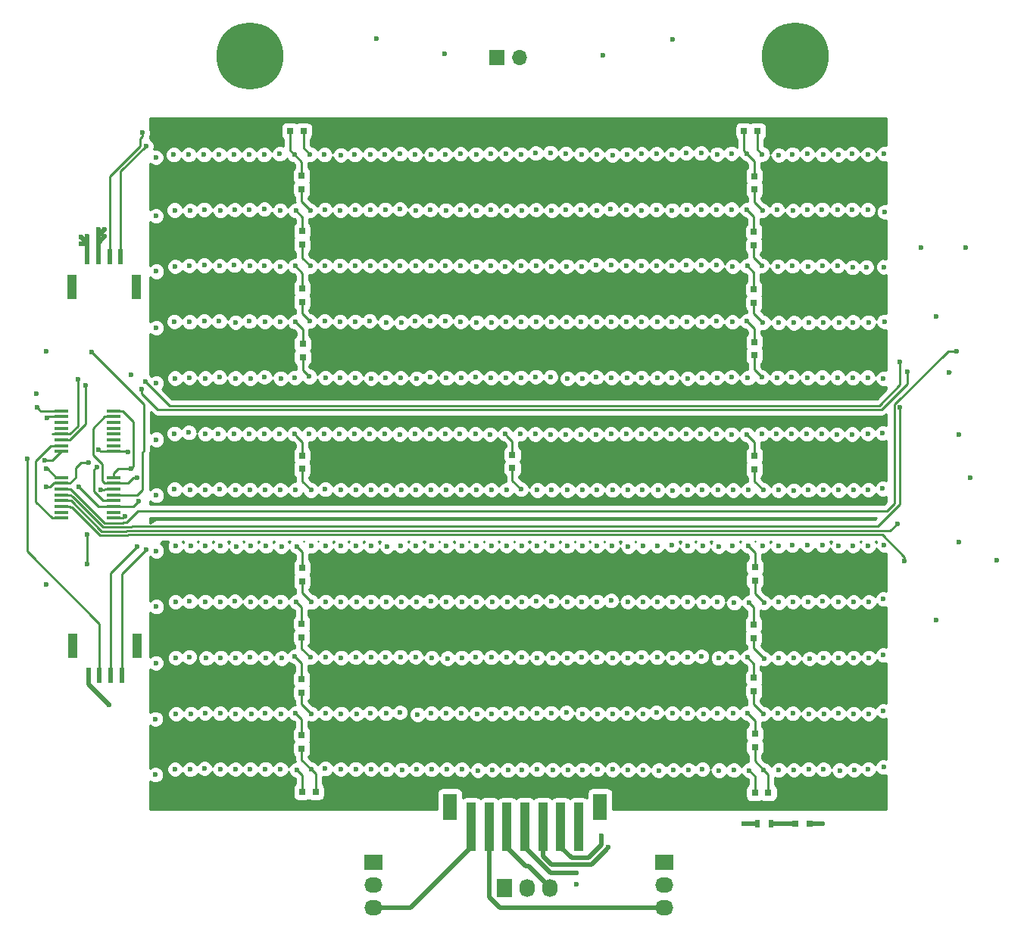
<source format=gbl>
G04 #@! TF.FileFunction,Copper,L4,Bot,Signal*
%FSLAX46Y46*%
G04 Gerber Fmt 4.6, Leading zero omitted, Abs format (unit mm)*
G04 Created by KiCad (PCBNEW 4.0.6+dfsg1-1) date Sat Apr 14 23:57:49 2018*
%MOMM*%
%LPD*%
G01*
G04 APERTURE LIST*
%ADD10C,0.100000*%
%ADD11C,7.500000*%
%ADD12R,1.500000X0.450000*%
%ADD13R,0.750000X0.800000*%
%ADD14R,0.800000X0.750000*%
%ADD15R,0.600000X1.800000*%
%ADD16R,1.000000X2.800000*%
%ADD17R,1.000000X5.500000*%
%ADD18R,1.600000X3.000000*%
%ADD19R,1.700000X1.700000*%
%ADD20O,1.700000X1.700000*%
%ADD21R,1.727200X2.032000*%
%ADD22O,1.727200X2.032000*%
%ADD23R,2.032000X1.727200*%
%ADD24O,2.032000X1.727200*%
%ADD25R,0.800000X0.800000*%
%ADD26R,0.500000X0.900000*%
%ADD27C,0.600000*%
%ADD28C,0.250000*%
%ADD29C,0.500000*%
%ADD30C,0.254000*%
G04 APERTURE END LIST*
D10*
D11*
X206000000Y-86900000D03*
D12*
X129800000Y-134050000D03*
X129800000Y-134700000D03*
X129800000Y-135350000D03*
X129800000Y-136000000D03*
X129800000Y-136650000D03*
X129800000Y-137300000D03*
X129800000Y-137950000D03*
X129800000Y-138600000D03*
X123900000Y-138600000D03*
X123900000Y-137950000D03*
X123900000Y-137300000D03*
X123900000Y-136650000D03*
X123900000Y-136000000D03*
X123900000Y-135350000D03*
X123900000Y-134700000D03*
X123900000Y-134050000D03*
X129800000Y-126600000D03*
X129800000Y-127250000D03*
X129800000Y-127900000D03*
X129800000Y-128550000D03*
X129800000Y-129200000D03*
X129800000Y-129850000D03*
X129800000Y-130500000D03*
X129800000Y-131150000D03*
X123900000Y-131150000D03*
X123900000Y-130500000D03*
X123900000Y-129850000D03*
X123900000Y-129200000D03*
X123900000Y-128550000D03*
X123900000Y-127900000D03*
X123900000Y-127250000D03*
X123900000Y-126600000D03*
D13*
X150800000Y-100300000D03*
X150800000Y-101800000D03*
X150850000Y-106500000D03*
X150850000Y-108000000D03*
X150850000Y-112900000D03*
X150850000Y-114400000D03*
X201450000Y-162700000D03*
X201450000Y-164200000D03*
X201350000Y-106600000D03*
X201350000Y-108100000D03*
X150900000Y-119100000D03*
X150900000Y-120600000D03*
D14*
X149500000Y-95300000D03*
X151000000Y-95300000D03*
D13*
X201350000Y-113000000D03*
X201350000Y-114500000D03*
X150850000Y-131600000D03*
X150850000Y-133100000D03*
X201400000Y-118900000D03*
X201400000Y-120400000D03*
D14*
X150850000Y-169200000D03*
X152350000Y-169200000D03*
X201450000Y-169300000D03*
X202950000Y-169300000D03*
D13*
X201400000Y-131650000D03*
X201400000Y-133150000D03*
D14*
X200250000Y-95300000D03*
X201750000Y-95300000D03*
D13*
X150850000Y-144150000D03*
X150850000Y-145650000D03*
X201400000Y-100350000D03*
X201400000Y-101850000D03*
X201450000Y-144050000D03*
X201450000Y-145550000D03*
X174350000Y-131500000D03*
X174350000Y-133000000D03*
X150800000Y-162850000D03*
X150800000Y-164350000D03*
X150800000Y-150400000D03*
X150800000Y-151900000D03*
X201300000Y-150500000D03*
X201300000Y-152000000D03*
X201350000Y-156450000D03*
X201350000Y-157950000D03*
X150800000Y-156600000D03*
X150800000Y-158100000D03*
D15*
X126950000Y-156200000D03*
X128200000Y-156200000D03*
X129450000Y-156200000D03*
X130700000Y-156200000D03*
D16*
X132425000Y-152850000D03*
X125225000Y-152850000D03*
D17*
X181750000Y-173125000D03*
X179750000Y-173125000D03*
X177750000Y-173125000D03*
X175750000Y-173125000D03*
X173750000Y-173125000D03*
X171750000Y-173125000D03*
X169750000Y-173125000D03*
D18*
X184150000Y-170875000D03*
X167350000Y-170875000D03*
D15*
X130575000Y-109350000D03*
X129325000Y-109350000D03*
X128075000Y-109350000D03*
X126825000Y-109350000D03*
D16*
X125100000Y-112700000D03*
X132300000Y-112700000D03*
D19*
X172600000Y-87100000D03*
D20*
X175140000Y-87100000D03*
D21*
X173460000Y-180000000D03*
D22*
X176000000Y-180000000D03*
X178540000Y-180000000D03*
D23*
X191350000Y-177110000D03*
D24*
X191350000Y-179650000D03*
X191350000Y-182190000D03*
D23*
X158800000Y-177110000D03*
D24*
X158800000Y-179650000D03*
X158800000Y-182190000D03*
D25*
X207550000Y-172750000D03*
X205950000Y-172750000D03*
D26*
X201750000Y-172750000D03*
X203250000Y-172750000D03*
D11*
X145000000Y-86900000D03*
D27*
X131033633Y-138382469D03*
X210626343Y-129211696D03*
X207266519Y-129191697D03*
X203846699Y-129171698D03*
X200516874Y-129211696D03*
X197150419Y-129183891D03*
X193771070Y-129183891D03*
X190416268Y-129167526D03*
X187054102Y-129199847D03*
X183672708Y-129223167D03*
X180329106Y-129225643D03*
X176911649Y-129202860D03*
X173543167Y-129186233D03*
X170212561Y-129192390D03*
X166839577Y-129183902D03*
X163435376Y-129188487D03*
X160081865Y-129188470D03*
X156715564Y-129180678D03*
X153349090Y-129176622D03*
X149978748Y-129193327D03*
X146607879Y-129191869D03*
X143249164Y-129200287D03*
X131374989Y-131161250D03*
X129300000Y-159500000D03*
X122276889Y-135095800D03*
X128100000Y-130900000D03*
X127000000Y-132400000D03*
X166800000Y-86700000D03*
X184500000Y-86800000D03*
X225500000Y-134100000D03*
X181500000Y-179500000D03*
X228500000Y-143300000D03*
X131700000Y-122600000D03*
X220000000Y-108300000D03*
X223200000Y-122300000D03*
X122300000Y-127400013D03*
X126098716Y-107898744D03*
X126825000Y-107861215D03*
X126113941Y-107150156D03*
X126800000Y-107100000D03*
X209000000Y-172750000D03*
X213939039Y-110516332D03*
X214137097Y-166666081D03*
X210930434Y-166800000D03*
X207456875Y-166706772D03*
X204141304Y-166750000D03*
X200821739Y-166800000D03*
X197452174Y-166800000D03*
X194032609Y-166750000D03*
X190713044Y-166800000D03*
X187293479Y-166750000D03*
X183841409Y-166688633D03*
X180554349Y-166750000D03*
X177130790Y-166706772D03*
X173850000Y-166784781D03*
X170495654Y-166800000D03*
X167022095Y-166706772D03*
X163652530Y-166706772D03*
X160282965Y-166706772D03*
X156834924Y-166649541D03*
X153433055Y-166618057D03*
X150228264Y-166750000D03*
X146735926Y-166657952D03*
X143388767Y-166675815D03*
X139933597Y-166593939D03*
X136637097Y-166666078D03*
X214196682Y-160459345D03*
X210788102Y-160433903D03*
X207500000Y-160486957D03*
X204028676Y-160418475D03*
X200604686Y-160367785D03*
X197289546Y-160418475D03*
X193919981Y-160418475D03*
X190450165Y-160310282D03*
X187180851Y-160418475D03*
X183870597Y-160459345D03*
X180380767Y-160360587D03*
X177072156Y-160418475D03*
X173648166Y-160367785D03*
X170392337Y-160459345D03*
X166963461Y-160418475D03*
X163758698Y-160550000D03*
X160224331Y-160418475D03*
X156969568Y-160500000D03*
X153485201Y-160418475D03*
X150115636Y-160418475D03*
X146746071Y-160418475D03*
X143435817Y-160459345D03*
X139982428Y-160397503D03*
X136752178Y-160500000D03*
X214197367Y-154211921D03*
X210827802Y-154211921D03*
X207565217Y-154300000D03*
X204145652Y-154250000D03*
X200629920Y-154145351D03*
X197400000Y-154243478D03*
X193920260Y-154170872D03*
X190530859Y-154154142D03*
X187240847Y-154211921D03*
X183811565Y-154170872D03*
X180501717Y-154211921D03*
X177132152Y-154211921D03*
X173680605Y-154151969D03*
X170278513Y-154119864D03*
X167100000Y-154269563D03*
X163539385Y-154119866D03*
X160169820Y-154119866D03*
X156855045Y-154170872D03*
X153482960Y-154168843D03*
X150015050Y-154061965D03*
X146790256Y-154202266D03*
X143436502Y-154211921D03*
X140123917Y-154250000D03*
X136697372Y-154211921D03*
X214190097Y-147959755D03*
X210768366Y-147923272D03*
X207398801Y-147923272D03*
X204147826Y-148000000D03*
X200828261Y-148050000D03*
X197290106Y-147923272D03*
X193920541Y-147923272D03*
X190587272Y-147949685D03*
X187241542Y-147964502D03*
X183811846Y-147923272D03*
X180502412Y-147964502D03*
X177026605Y-147881481D03*
X173763282Y-147964502D03*
X170333586Y-147923272D03*
X166984598Y-147938855D03*
X163638669Y-147954814D03*
X160224891Y-147923272D03*
X156915457Y-147964502D03*
X153485761Y-147923272D03*
X150194928Y-147974827D03*
X146806762Y-147964502D03*
X143321908Y-147871945D03*
X140007501Y-147923272D03*
X136690096Y-147959752D03*
X214138217Y-141675674D03*
X210829201Y-141717085D03*
X207324095Y-141601659D03*
X204090071Y-141717085D03*
X200683305Y-141693206D03*
X197410870Y-141750000D03*
X193981376Y-141717085D03*
X190526239Y-141654332D03*
X187300000Y-141747825D03*
X183832855Y-141691339D03*
X180503116Y-141717085D03*
X177133551Y-141717085D03*
X173703437Y-141675674D03*
X170333872Y-141675674D03*
X166982411Y-141689452D03*
X163594742Y-141675674D03*
X160350000Y-141754345D03*
X156884222Y-141696872D03*
X153478420Y-141669466D03*
X150250000Y-141763040D03*
X146807466Y-141717085D03*
X143500000Y-141752170D03*
X140033760Y-141695047D03*
X136698771Y-141717085D03*
X214138507Y-135428079D03*
X210829915Y-135469673D03*
X207433518Y-135452985D03*
X204090785Y-135469673D03*
X200721220Y-135469673D03*
X197335522Y-135459922D03*
X193921117Y-135428079D03*
X190612525Y-135469673D03*
X187242960Y-135469673D03*
X183812422Y-135428079D03*
X180503830Y-135469673D03*
X177134265Y-135469673D03*
X173703727Y-135428079D03*
X170334162Y-135428079D03*
X166964597Y-135428079D03*
X163595032Y-135428079D03*
X160228043Y-135430116D03*
X156855902Y-135428079D03*
X153430424Y-135376100D03*
X150116772Y-135428079D03*
X146747207Y-135428079D03*
X143377642Y-135428079D03*
X140008077Y-135428079D03*
X136582599Y-135376100D03*
X214082504Y-129128175D03*
X140029386Y-129196313D03*
X136582509Y-129128175D03*
X214062171Y-122856891D03*
X210692606Y-122856891D03*
X207369452Y-122906597D03*
X203973717Y-122880250D03*
X200652534Y-122926158D03*
X197226918Y-122871739D03*
X193946098Y-122951078D03*
X190552144Y-122932897D03*
X187160524Y-122914326D03*
X183726597Y-122844857D03*
X180517844Y-122981837D03*
X176954085Y-122795280D03*
X173637309Y-122868700D03*
X170230710Y-122820279D03*
X166965189Y-122932897D03*
X163642734Y-122966061D03*
X160211597Y-122920967D03*
X156789484Y-122868700D03*
X153451999Y-122902421D03*
X150050354Y-122868700D03*
X146643755Y-122820279D03*
X143390344Y-122942214D03*
X140020779Y-122942214D03*
X136651214Y-122942214D03*
X214154811Y-116697047D03*
X210844757Y-116734454D03*
X207475192Y-116734454D03*
X204107275Y-116735330D03*
X200565061Y-116584370D03*
X197179069Y-116559912D03*
X193835021Y-116596675D03*
X190528719Y-116665272D03*
X187115410Y-116620691D03*
X183756233Y-116632322D03*
X180408572Y-116654646D03*
X176987196Y-116596675D03*
X173658312Y-116643653D03*
X170359621Y-116703586D03*
X166828869Y-116517084D03*
X163472539Y-116541797D03*
X160214373Y-116675502D03*
X156779348Y-116608796D03*
X153362904Y-116540146D03*
X150082487Y-116654646D03*
X146670653Y-116608796D03*
X143403101Y-116703586D03*
X139896120Y-116559366D03*
X136564515Y-116611917D03*
X210712659Y-110384394D03*
X207376679Y-110417567D03*
X204031012Y-110437728D03*
X200614809Y-110395803D03*
X197162232Y-110283257D03*
X193815125Y-110320811D03*
X190482153Y-110369576D03*
X187083791Y-110332289D03*
X183672226Y-110260090D03*
X180420159Y-110417567D03*
X176992288Y-110355413D03*
X173519563Y-110450000D03*
X170311464Y-110417567D03*
X166878227Y-110348489D03*
X163542944Y-110388893D03*
X160152132Y-110364889D03*
X156772401Y-110352222D03*
X153409563Y-110360698D03*
X150073736Y-110398235D03*
X146662469Y-110350622D03*
X143265290Y-110310909D03*
X139904636Y-110324643D03*
X136652532Y-110447541D03*
X214071606Y-104124665D03*
X210691944Y-104112596D03*
X207303544Y-104087811D03*
X203933979Y-104087811D03*
X200583249Y-104112596D03*
X197209852Y-104107808D03*
X193825284Y-104087811D03*
X190451495Y-104081784D03*
X187104989Y-104112596D03*
X183766961Y-104147953D03*
X180356208Y-104100298D03*
X176996294Y-104112596D03*
X173705238Y-104190147D03*
X170348050Y-104199618D03*
X166921556Y-104150403D03*
X163596543Y-104190147D03*
X160129634Y-104087811D03*
X156789001Y-104124665D03*
X153390890Y-104088353D03*
X150143209Y-104208615D03*
X146619514Y-104036829D03*
X143300644Y-104112596D03*
X139903540Y-104075180D03*
X136591120Y-104145974D03*
X214116086Y-97922160D03*
X210795878Y-97961135D03*
X207332311Y-97876648D03*
X204133848Y-98004934D03*
X200559081Y-97832344D03*
X197238460Y-97893098D03*
X193788521Y-97779763D03*
X190455390Y-97839523D03*
X187139431Y-97903064D03*
X183789999Y-97922162D03*
X180331099Y-97816204D03*
X176946064Y-97789855D03*
X173636661Y-97876648D03*
X170288677Y-97900104D03*
X166826471Y-97926556D03*
X163451734Y-97949893D03*
X160073411Y-97926156D03*
X156725080Y-97949524D03*
X153351362Y-97948593D03*
X149976122Y-97950564D03*
X146598992Y-97951147D03*
X143223526Y-97948832D03*
X139875209Y-97949283D03*
X136500304Y-97950193D03*
X212320991Y-129207525D03*
X208936432Y-129191695D03*
X205556609Y-129171698D03*
X202236784Y-129181697D03*
X198826963Y-129221695D03*
X195423923Y-129167526D03*
X192077302Y-129183891D03*
X188747050Y-129183891D03*
X185367292Y-129192075D03*
X182001444Y-129207620D03*
X178620378Y-129225643D03*
X175248487Y-129180077D03*
X171862473Y-129210859D03*
X168507242Y-129149295D03*
X165148400Y-129181204D03*
X161754449Y-129208986D03*
X158397232Y-129180496D03*
X155039202Y-129185789D03*
X151649302Y-129197504D03*
X148274610Y-129191869D03*
X144932730Y-129183452D03*
X141498250Y-129200287D03*
X215833051Y-122983051D03*
X122242931Y-133078229D03*
X121190261Y-126193199D03*
X122200000Y-146000000D03*
X121100000Y-124700000D03*
X122200000Y-119900000D03*
X128760745Y-106302836D03*
X128760745Y-107097517D03*
X128100000Y-106300000D03*
X128100000Y-107100000D03*
X192250000Y-85050000D03*
X159150000Y-85000000D03*
X221750000Y-150000000D03*
X224250000Y-141250000D03*
X224250000Y-129250000D03*
X221750000Y-116000000D03*
X200250000Y-172750000D03*
X134450000Y-167300000D03*
X134450000Y-161050000D03*
X134500000Y-154800000D03*
X134550000Y-148500000D03*
X134550000Y-142250000D03*
X134550000Y-136050000D03*
X134550000Y-129800000D03*
X134550000Y-123500000D03*
X134550000Y-117300000D03*
X134550000Y-111000000D03*
X134500000Y-104800000D03*
X134500759Y-98250060D03*
X215850000Y-166450000D03*
X215800000Y-160150000D03*
X215800000Y-153900000D03*
X215800000Y-147650000D03*
X215900000Y-141600000D03*
X215750000Y-135300000D03*
X215700000Y-129100000D03*
X215950000Y-116600000D03*
X215877816Y-110498521D03*
X215950000Y-104350000D03*
X215876141Y-97850000D03*
X212549999Y-166750000D03*
X209126440Y-166706772D03*
X205810869Y-166750000D03*
X202441304Y-166750000D03*
X199100000Y-166778261D03*
X195589272Y-166666081D03*
X192332609Y-166750000D03*
X188963044Y-166750000D03*
X185547303Y-166711289D03*
X182200000Y-166726086D03*
X178850000Y-166745651D03*
X175449034Y-166717023D03*
X172115219Y-166750000D03*
X168696870Y-166709803D03*
X165322095Y-166706772D03*
X162000000Y-166743476D03*
X158539125Y-166677706D03*
X155154492Y-166666081D03*
X151843835Y-166706772D03*
X148415362Y-166666081D03*
X145045797Y-166666081D03*
X141688767Y-166675815D03*
X138342213Y-166692112D03*
X212496682Y-160459345D03*
X209182608Y-160500000D03*
X205698241Y-160418475D03*
X202395857Y-160463875D03*
X198989719Y-160441138D03*
X195704348Y-160500000D03*
X192219981Y-160418475D03*
X188950000Y-160484782D03*
X185545407Y-160462385D03*
X182170597Y-160459345D03*
X178687296Y-160367785D03*
X175372156Y-160418475D03*
X172061902Y-160459345D03*
X168633026Y-160418475D03*
X165288898Y-160437559D03*
X161793645Y-160310282D03*
X158469906Y-160367785D03*
X155214077Y-160459345D03*
X151900003Y-160500000D03*
X148474947Y-160459345D03*
X145150000Y-160489127D03*
X141686586Y-160426342D03*
X138400000Y-160478257D03*
X212497367Y-154211921D03*
X209127802Y-154211921D03*
X205800000Y-154234783D03*
X202495652Y-154300000D03*
X198904600Y-154119866D03*
X195488960Y-154061965D03*
X192279977Y-154211921D03*
X188795905Y-154119866D03*
X185540847Y-154211921D03*
X182056775Y-154119866D03*
X178850000Y-154241303D03*
X175372435Y-154170872D03*
X172002870Y-154170872D03*
X168693020Y-154211919D03*
X165323457Y-154211921D03*
X161839385Y-154119866D03*
X158524610Y-154170872D03*
X155214762Y-154211921D03*
X151782960Y-154168843D03*
X148550000Y-154267388D03*
X145052608Y-154175798D03*
X141736502Y-154211921D03*
X138252430Y-154119866D03*
X212490097Y-147959755D03*
X209013208Y-147871945D03*
X205698801Y-147923272D03*
X202497826Y-148050000D03*
X199150000Y-148071739D03*
X195700000Y-147991304D03*
X192220541Y-147923272D03*
X188948246Y-147984122D03*
X185379927Y-147813641D03*
X182135030Y-147940713D03*
X178729714Y-147912893D03*
X175432847Y-147964502D03*
X172097780Y-147982856D03*
X168691058Y-147962939D03*
X165208863Y-147871945D03*
X161954587Y-147964502D03*
X158524891Y-147923272D03*
X155186359Y-147946158D03*
X151900000Y-147995649D03*
X148434172Y-147936977D03*
X145088199Y-147953125D03*
X141682157Y-147927284D03*
X138277824Y-147897594D03*
X212428073Y-141667364D03*
X209013119Y-141624023D03*
X205643554Y-141624023D03*
X202329522Y-141675674D03*
X198983305Y-141693206D03*
X195650941Y-141717085D03*
X192174401Y-141633625D03*
X188946533Y-141735478D03*
X185481697Y-141675674D03*
X182172681Y-141717085D03*
X178803116Y-141717085D03*
X175380710Y-141681700D03*
X172003437Y-141675674D03*
X168694421Y-141717085D03*
X165343581Y-141727437D03*
X161877101Y-141660927D03*
X158585726Y-141717085D03*
X155216161Y-141717085D03*
X151846596Y-141717085D03*
X148536960Y-141750000D03*
X145107466Y-141717085D03*
X141737901Y-141717085D03*
X138395068Y-141731551D03*
X212499480Y-135469673D03*
X209079313Y-135436119D03*
X205795298Y-135488102D03*
X202390785Y-135469673D03*
X199021220Y-135469673D03*
X195575423Y-135415424D03*
X192290170Y-135474252D03*
X188851552Y-135428079D03*
X185537574Y-135466510D03*
X182173395Y-135469673D03*
X178742857Y-135428079D03*
X175321927Y-135380961D03*
X172003727Y-135428079D03*
X168634162Y-135428079D03*
X165280201Y-135440012D03*
X161934511Y-135456496D03*
X158528043Y-135430116D03*
X155155902Y-135428079D03*
X151847310Y-135469673D03*
X148416772Y-135428079D03*
X145024470Y-135408837D03*
X141621729Y-135376100D03*
X138308077Y-135428079D03*
X138180353Y-129028075D03*
X212421083Y-122917892D03*
X208992606Y-122856891D03*
X205587811Y-122807813D03*
X202234944Y-122832640D03*
X198848681Y-122807813D03*
X195591274Y-122932897D03*
X192146901Y-122859477D03*
X188797290Y-122882228D03*
X185436595Y-122891501D03*
X182149810Y-122959479D03*
X178623651Y-122795282D03*
X175306874Y-122868700D03*
X171969389Y-122902421D03*
X168599824Y-122902421D03*
X165161145Y-122820279D03*
X161858744Y-122900544D03*
X158562855Y-122959479D03*
X155079566Y-122856891D03*
X151653281Y-122770176D03*
X148449827Y-122956608D03*
X145059909Y-122942214D03*
X141597123Y-122851679D03*
X138236859Y-122863077D03*
X212427413Y-116675502D03*
X209106897Y-116712025D03*
X205825173Y-116757720D03*
X202367767Y-116712025D03*
X198937414Y-116665272D03*
X195545743Y-116644137D03*
X192186830Y-116654645D03*
X188805660Y-116643165D03*
X185415410Y-116620691D03*
X182044518Y-116619152D03*
X178708572Y-116654646D03*
X175350459Y-116665272D03*
X171992633Y-116675502D03*
X168567585Y-116620691D03*
X165144974Y-116546747D03*
X161965897Y-116731773D03*
X158398661Y-116534103D03*
X155084497Y-116615029D03*
X151678213Y-116565376D03*
X148360583Y-116632322D03*
X144946712Y-116576801D03*
X141582456Y-116584370D03*
X138266008Y-116647030D03*
X212384778Y-110550000D03*
X208992168Y-110360698D03*
X205653939Y-110395803D03*
X202234305Y-110336094D03*
X198986191Y-110456099D03*
X195486511Y-110323553D03*
X192184419Y-110404495D03*
X188762752Y-110345270D03*
X185367241Y-110307045D03*
X182097402Y-110424326D03*
X178715606Y-110413427D03*
X175302136Y-110367498D03*
X171912927Y-110342579D03*
X168588724Y-110395803D03*
X165219159Y-110395803D03*
X161818258Y-110360698D03*
X158458730Y-110372679D03*
X155063123Y-110339879D03*
X151752105Y-110406872D03*
X148394074Y-110417567D03*
X144992778Y-110386396D03*
X141622747Y-110385895D03*
X138222519Y-110349553D03*
X212341125Y-104085624D03*
X208962577Y-104072418D03*
X205710018Y-104197191D03*
X202327596Y-104187173D03*
X198847496Y-104062444D03*
X195513684Y-104112596D03*
X192198556Y-104169864D03*
X188806091Y-104147953D03*
X185357686Y-104042957D03*
X182007885Y-104075180D03*
X178744368Y-104190147D03*
X175374803Y-104190147D03*
X171950627Y-104139992D03*
X168580591Y-104139489D03*
X165187599Y-104112596D03*
X161774562Y-104049648D03*
X158458566Y-104124665D03*
X155121725Y-104159098D03*
X151776204Y-104180659D03*
X148394211Y-104169864D03*
X144969776Y-104112061D03*
X141702976Y-104207848D03*
X138321965Y-104199618D03*
X212333603Y-97826795D03*
X209070768Y-97942570D03*
X205648587Y-97894610D03*
X202273335Y-97888532D03*
X198842652Y-97806690D03*
X195451937Y-97767467D03*
X192202833Y-97925835D03*
X188784486Y-97876648D03*
X185534549Y-97977738D03*
X182058300Y-97891074D03*
X178586640Y-97726787D03*
X175318224Y-97890058D03*
X171907565Y-97839523D03*
X168547232Y-97852101D03*
X165278888Y-97952089D03*
X161807688Y-97851554D03*
X158479982Y-97900104D03*
X155193932Y-97968596D03*
X151738909Y-97898111D03*
X148337394Y-97861811D03*
X144920446Y-97939856D03*
X141560000Y-97930000D03*
X138174271Y-97950813D03*
X218200000Y-143400000D03*
X217400000Y-139200000D03*
X217700000Y-126200000D03*
X225000000Y-108300000D03*
X224000000Y-119900000D03*
X128300000Y-135400000D03*
X126800000Y-140400000D03*
X126800000Y-143700000D03*
X127300000Y-120000000D03*
X127904534Y-132867812D03*
X125856357Y-135049667D03*
X132600000Y-136700000D03*
X125800000Y-123100000D03*
X133300000Y-123300000D03*
X217700000Y-121100000D03*
X131700000Y-133100000D03*
X133400000Y-142100000D03*
X132418738Y-141775041D03*
X132400000Y-134100000D03*
X122100000Y-132100000D03*
X120100000Y-132000000D03*
X126674999Y-123774999D03*
X132900000Y-124200000D03*
X218500000Y-122200000D03*
X184300000Y-174100000D03*
X185100000Y-175400000D03*
X181527983Y-178250021D03*
X133400000Y-97000000D03*
X133000000Y-95500000D03*
D28*
X124900000Y-134700000D02*
X125567762Y-134032238D01*
X123900000Y-134700000D02*
X124900000Y-134700000D01*
X125567762Y-132950441D02*
X126118203Y-132400000D01*
X125567762Y-134032238D02*
X125567762Y-132950441D01*
X126118203Y-132400000D02*
X126575736Y-132400000D01*
X126575736Y-132400000D02*
X127000000Y-132400000D01*
X129800000Y-138600000D02*
X130816102Y-138600000D01*
X130816102Y-138600000D02*
X131033633Y-138382469D01*
X201400000Y-130094822D02*
X200816873Y-129511695D01*
X201400000Y-131650000D02*
X201400000Y-130094822D01*
X200816873Y-129511695D02*
X200516874Y-129211696D01*
X174350000Y-131500000D02*
X174350000Y-129993066D01*
X174350000Y-129993066D02*
X173843166Y-129486232D01*
X173843166Y-129486232D02*
X173543167Y-129186233D01*
X150850000Y-131600000D02*
X150850000Y-130064579D01*
X150850000Y-130064579D02*
X150278747Y-129493326D01*
X150278747Y-129493326D02*
X149978748Y-129193327D01*
X131363739Y-131150000D02*
X131374989Y-131161250D01*
X129800000Y-131150000D02*
X131363739Y-131150000D01*
X200250000Y-95300000D02*
X200250000Y-97523263D01*
X200250000Y-97523263D02*
X200559081Y-97832344D01*
X149500000Y-95300000D02*
X149500000Y-97474442D01*
X149500000Y-97474442D02*
X149976122Y-97950564D01*
X122701153Y-135095800D02*
X122276889Y-135095800D01*
X123096953Y-134700000D02*
X122701153Y-135095800D01*
X123900000Y-134700000D02*
X123096953Y-134700000D01*
X128100000Y-130900000D02*
X128350000Y-131150000D01*
X128350000Y-131150000D02*
X129800000Y-131150000D01*
D29*
X126950000Y-156200000D02*
X126950000Y-157150000D01*
X126950000Y-157150000D02*
X129300000Y-159500000D01*
D28*
X223300000Y-122200000D02*
X223200000Y-122300000D01*
X122450013Y-127250000D02*
X122300000Y-127400013D01*
X123900000Y-127250000D02*
X122450013Y-127250000D01*
X150850000Y-169200000D02*
X150850000Y-167371736D01*
X150850000Y-167371736D02*
X150228264Y-166750000D01*
X201450000Y-169300000D02*
X201450000Y-167428261D01*
X201450000Y-167428261D02*
X200821739Y-166800000D01*
D29*
X126773744Y-107898744D02*
X126098716Y-107898744D01*
X126825000Y-107950000D02*
X126773744Y-107898744D01*
X126825000Y-109350000D02*
X126825000Y-107950000D01*
X126825000Y-109350000D02*
X126825000Y-107861215D01*
X126825000Y-107861215D02*
X126113941Y-107150156D01*
X126825000Y-109350000D02*
X126825000Y-107125000D01*
X126825000Y-107125000D02*
X126800000Y-107100000D01*
X207550000Y-172750000D02*
X209000000Y-172750000D01*
D28*
X150800000Y-162850000D02*
X150800000Y-161102839D01*
X150800000Y-161102839D02*
X150115636Y-160418475D01*
X150800000Y-156600000D02*
X150800000Y-154846915D01*
X150800000Y-154846915D02*
X150015050Y-154061965D01*
X150800000Y-150400000D02*
X150800000Y-148579899D01*
X150800000Y-148579899D02*
X150194928Y-147974827D01*
X150850000Y-144150000D02*
X150850000Y-142363040D01*
X150850000Y-142363040D02*
X150250000Y-141763040D01*
X150900000Y-119100000D02*
X150900000Y-117472159D01*
X150900000Y-117472159D02*
X150082487Y-116654646D01*
X150850000Y-112900000D02*
X150850000Y-111174499D01*
X150850000Y-111174499D02*
X150073736Y-110398235D01*
X150850000Y-106500000D02*
X150850000Y-104915406D01*
X150850000Y-104915406D02*
X150143209Y-104208615D01*
X150800000Y-100300000D02*
X150800000Y-98774442D01*
X150800000Y-98774442D02*
X149976122Y-97950564D01*
X201450000Y-162700000D02*
X201450000Y-161213099D01*
X201450000Y-161213099D02*
X200604686Y-160367785D01*
X201350000Y-156450000D02*
X201350000Y-154865431D01*
X201350000Y-154865431D02*
X200629920Y-154145351D01*
X201300000Y-150500000D02*
X201300000Y-148521739D01*
X201300000Y-148521739D02*
X200828261Y-148050000D01*
X201450000Y-144050000D02*
X201450000Y-142459901D01*
X201450000Y-142459901D02*
X200683305Y-141693206D01*
X201400000Y-118900000D02*
X201400000Y-117419309D01*
X201400000Y-117419309D02*
X200565061Y-116584370D01*
X201350000Y-113000000D02*
X201350000Y-111130994D01*
X201350000Y-111130994D02*
X200614809Y-110395803D01*
X201350000Y-106600000D02*
X201350000Y-104879347D01*
X201350000Y-104879347D02*
X200583249Y-104112596D01*
X201400000Y-100350000D02*
X201400000Y-98673263D01*
X201400000Y-98673263D02*
X200559081Y-97832344D01*
X201750000Y-95300000D02*
X201750000Y-97365197D01*
X201750000Y-97365197D02*
X202273335Y-97888532D01*
X151000000Y-95300000D02*
X151000000Y-97159202D01*
X151000000Y-97159202D02*
X151738909Y-97898111D01*
X123375000Y-134050000D02*
X122403229Y-133078229D01*
X122403229Y-133078229D02*
X122242931Y-133078229D01*
X123900000Y-134050000D02*
X123375000Y-134050000D01*
X121490260Y-126493198D02*
X121190261Y-126193199D01*
X121597062Y-126600000D02*
X121490260Y-126493198D01*
X123900000Y-126600000D02*
X121597062Y-126600000D01*
X152350000Y-169200000D02*
X152350000Y-167212937D01*
X152350000Y-167212937D02*
X151843835Y-166706772D01*
X202950000Y-169300000D02*
X202950000Y-167258696D01*
X202950000Y-167258696D02*
X202441304Y-166750000D01*
D29*
X128075000Y-107726212D02*
X128132050Y-107726212D01*
X128132050Y-107726212D02*
X128760745Y-107097517D01*
X128075000Y-107726212D02*
X128075000Y-106988581D01*
X128075000Y-106988581D02*
X128760745Y-106302836D01*
X128075000Y-109350000D02*
X128075000Y-107726212D01*
X128075000Y-109350000D02*
X128075000Y-106325000D01*
X128075000Y-106325000D02*
X128100000Y-106300000D01*
X128075000Y-109350000D02*
X128075000Y-107125000D01*
X128075000Y-107125000D02*
X128100000Y-107100000D01*
X201750000Y-172750000D02*
X200250000Y-172750000D01*
D28*
X174350000Y-133000000D02*
X174350000Y-134409034D01*
X174350000Y-134409034D02*
X175321927Y-135380961D01*
X150800000Y-164350000D02*
X150800000Y-165662937D01*
X150800000Y-165662937D02*
X151843835Y-166706772D01*
X150800000Y-158100000D02*
X150800000Y-159399997D01*
X150800000Y-159399997D02*
X151900003Y-160500000D01*
X150800000Y-151900000D02*
X150800000Y-153185883D01*
X150800000Y-153185883D02*
X151782960Y-154168843D01*
X150850000Y-145650000D02*
X150850000Y-146945649D01*
X150850000Y-146945649D02*
X151900000Y-147995649D01*
X150850000Y-133100000D02*
X150850000Y-134472363D01*
X150850000Y-134472363D02*
X151847310Y-135469673D01*
X150900000Y-120600000D02*
X150900000Y-122016895D01*
X150900000Y-122016895D02*
X151653281Y-122770176D01*
X150850000Y-114400000D02*
X150850000Y-115737163D01*
X150850000Y-115737163D02*
X151678213Y-116565376D01*
X150850000Y-108000000D02*
X150850000Y-109504767D01*
X150850000Y-109504767D02*
X151752105Y-110406872D01*
X150800000Y-101800000D02*
X150800000Y-103204455D01*
X150800000Y-103204455D02*
X151776204Y-104180659D01*
X201450000Y-164200000D02*
X201450000Y-165758696D01*
X201450000Y-165758696D02*
X202441304Y-166750000D01*
X201350000Y-157950000D02*
X201350000Y-159418018D01*
X201350000Y-159418018D02*
X202395857Y-160463875D01*
X201300000Y-152000000D02*
X201300000Y-153104348D01*
X201300000Y-153104348D02*
X202495652Y-154300000D01*
X201450000Y-145550000D02*
X201450000Y-147002174D01*
X201450000Y-147002174D02*
X202497826Y-148050000D01*
X201400000Y-133150000D02*
X201400000Y-134478888D01*
X201400000Y-134478888D02*
X202390785Y-135469673D01*
X201400000Y-120400000D02*
X201400000Y-121997696D01*
X201400000Y-121997696D02*
X202234944Y-122832640D01*
X201350000Y-114500000D02*
X201350000Y-115694258D01*
X201350000Y-115694258D02*
X202367767Y-116712025D01*
X201350000Y-108100000D02*
X201350000Y-109451789D01*
X201350000Y-109451789D02*
X202234305Y-110336094D01*
X201400000Y-101850000D02*
X201400000Y-103259577D01*
X201400000Y-103259577D02*
X202327596Y-104187173D01*
X123900000Y-137300000D02*
X124900000Y-137300000D01*
X125105767Y-137375001D02*
X128230799Y-140500034D01*
X124900000Y-137300000D02*
X124975001Y-137375001D01*
X124975001Y-137375001D02*
X125105767Y-137375001D01*
X128230799Y-140500034D02*
X131369201Y-140500034D01*
X131902632Y-140458052D02*
X132151164Y-140458055D01*
X131369201Y-140500034D02*
X131411183Y-140458052D01*
X132151168Y-140458052D02*
X215682316Y-140458052D01*
X215682316Y-140458052D02*
X218200000Y-142975736D01*
X131411183Y-140458052D02*
X131902632Y-140458052D01*
X218200000Y-142975736D02*
X218200000Y-143400000D01*
X132151164Y-140458055D02*
X132151168Y-140458052D01*
X128417199Y-140050023D02*
X125017176Y-136650000D01*
X124900000Y-136650000D02*
X123900000Y-136650000D01*
X131182801Y-140050023D02*
X128417199Y-140050023D01*
X216591959Y-140008041D02*
X131224783Y-140008041D01*
X217400000Y-139200000D02*
X216591959Y-140008041D01*
X125017176Y-136650000D02*
X124900000Y-136650000D01*
X131224783Y-140008041D02*
X131182801Y-140050023D01*
X131807021Y-139529389D02*
X215170611Y-139529389D01*
X125164735Y-136212632D02*
X125216219Y-136212632D01*
X123900000Y-136000000D02*
X124952103Y-136000000D01*
X217700000Y-126624264D02*
X217700000Y-126200000D01*
X124952103Y-136000000D02*
X125164735Y-136212632D01*
X128603599Y-139600012D02*
X130996401Y-139600012D01*
X215170611Y-139529389D02*
X217700000Y-137000000D01*
X131038383Y-139558030D02*
X131778379Y-139558030D01*
X217700000Y-137000000D02*
X217700000Y-126624264D01*
X131778379Y-139558030D02*
X131807021Y-139529389D01*
X125216219Y-136212632D02*
X128603599Y-139600012D01*
X130996401Y-139600012D02*
X131038383Y-139558030D01*
X132512754Y-137812373D02*
X131217108Y-139108019D01*
X128793689Y-139150001D02*
X125406309Y-135762621D01*
X131217108Y-139108019D02*
X130851983Y-139108019D01*
X124938514Y-135350000D02*
X124900000Y-135350000D01*
X217074999Y-136925001D02*
X216187627Y-137812373D01*
X130851983Y-139108019D02*
X130810001Y-139150001D01*
X217074999Y-125899999D02*
X217074999Y-136925001D01*
X125406309Y-135762621D02*
X125351135Y-135762621D01*
X216187627Y-137812373D02*
X132512754Y-137812373D01*
X124900000Y-135350000D02*
X123900000Y-135350000D01*
X224000000Y-119900000D02*
X223074998Y-119900000D01*
X130810001Y-139150001D02*
X128793689Y-139150001D01*
X223074998Y-119900000D02*
X217074999Y-125899999D01*
X125351135Y-135762621D02*
X124938514Y-135350000D01*
X128300000Y-135400000D02*
X128750000Y-135400000D01*
X128750000Y-135400000D02*
X128800000Y-135350000D01*
X126800000Y-143700000D02*
X126800000Y-140400000D01*
X128800000Y-135350000D02*
X129800000Y-135350000D01*
X127300000Y-120000000D02*
X133150009Y-125850009D01*
X132425004Y-136000000D02*
X130800000Y-136000000D01*
X133150009Y-125850009D02*
X133150009Y-131086401D01*
X133150009Y-131086401D02*
X133025002Y-131211408D01*
X133025002Y-131211408D02*
X133025002Y-135400002D01*
X133025002Y-135400002D02*
X132425004Y-136000000D01*
X130800000Y-136000000D02*
X129800000Y-136000000D01*
X127604535Y-133167811D02*
X127904534Y-132867812D01*
X128624998Y-136650000D02*
X127604535Y-135629537D01*
X127604535Y-135629537D02*
X127604535Y-133167811D01*
X129800000Y-136650000D02*
X128624998Y-136650000D01*
X126156356Y-135349666D02*
X125856357Y-135049667D01*
X128106690Y-137300000D02*
X126156356Y-135349666D01*
X129800000Y-137300000D02*
X128106690Y-137300000D01*
X132000000Y-137300000D02*
X132600000Y-136700000D01*
X129800000Y-137300000D02*
X132000000Y-137300000D01*
X125800000Y-123100000D02*
X125800000Y-128300000D01*
X125800000Y-128300000D02*
X124900000Y-129200000D01*
X124900000Y-129200000D02*
X123900000Y-129200000D01*
X136000000Y-126000000D02*
X133300000Y-123300000D01*
X215400000Y-126000000D02*
X136000000Y-126000000D01*
X217700000Y-123700000D02*
X215400000Y-126000000D01*
X217700000Y-121100000D02*
X217700000Y-123700000D01*
X122900000Y-129200000D02*
X123900000Y-129200000D01*
X130800000Y-126600000D02*
X129800000Y-126600000D01*
X131700000Y-133100000D02*
X131999999Y-132800001D01*
X131999999Y-132800001D02*
X131999999Y-127799999D01*
X131999999Y-127799999D02*
X130800000Y-126600000D01*
X131700000Y-133100000D02*
X130275000Y-133100000D01*
X130275000Y-133100000D02*
X129800000Y-133575000D01*
X129800000Y-133575000D02*
X129800000Y-134050000D01*
X130700000Y-156200000D02*
X130700000Y-144800000D01*
X130700000Y-144800000D02*
X133400000Y-142100000D01*
X127474999Y-128575001D02*
X127474999Y-131513273D01*
X128800000Y-127250000D02*
X127474999Y-128575001D01*
X129800000Y-127250000D02*
X128800000Y-127250000D01*
X127474999Y-131513273D02*
X128529536Y-132567810D01*
X128529536Y-134429536D02*
X128800000Y-134700000D01*
X128529536Y-132567810D02*
X128529536Y-134429536D01*
X128800000Y-134700000D02*
X129800000Y-134700000D01*
X129450000Y-156200000D02*
X129450000Y-144743779D01*
X129450000Y-144743779D02*
X132118739Y-142075040D01*
X132118739Y-142075040D02*
X132418738Y-141775041D01*
X132400000Y-134100000D02*
X131975736Y-134100000D01*
X131975736Y-134100000D02*
X131375736Y-134700000D01*
X131375736Y-134700000D02*
X130800000Y-134700000D01*
X130800000Y-134700000D02*
X129800000Y-134700000D01*
X122900000Y-138600000D02*
X123900000Y-138600000D01*
X122774998Y-130500000D02*
X121048918Y-132226080D01*
X121048918Y-132226080D02*
X121048918Y-136748918D01*
X123900000Y-130500000D02*
X122774998Y-130500000D01*
X121048918Y-136748918D02*
X122900000Y-138600000D01*
X122100000Y-132100000D02*
X122950000Y-132100000D01*
X122950000Y-132100000D02*
X123900000Y-131150000D01*
X120100000Y-142300000D02*
X120100000Y-132000000D01*
X128200000Y-150400000D02*
X120100000Y-142300000D01*
X128200000Y-156200000D02*
X128200000Y-150400000D01*
X215586400Y-126450011D02*
X134713600Y-126450011D01*
X132900000Y-124624264D02*
X132900000Y-124200000D01*
X134713600Y-126450011D02*
X132900000Y-124636411D01*
X218500000Y-123536410D02*
X215586400Y-126450011D01*
X132900000Y-124636411D02*
X132900000Y-124624264D01*
X218500000Y-122200000D02*
X218500000Y-123536410D01*
X126674999Y-123774999D02*
X126674999Y-128075001D01*
X126674999Y-128075001D02*
X124900000Y-129850000D01*
X124900000Y-129850000D02*
X123900000Y-129850000D01*
D29*
X184300000Y-174100000D02*
X184300000Y-175136592D01*
X184300000Y-175136592D02*
X182836592Y-176600000D01*
X180975000Y-176600000D02*
X179750000Y-175375000D01*
X182836592Y-176600000D02*
X180975000Y-176600000D01*
X179750000Y-175375000D02*
X179750000Y-173125000D01*
X184800001Y-175699999D02*
X185100000Y-175400000D01*
X183199989Y-177300011D02*
X184800001Y-175699999D01*
X178675011Y-177300011D02*
X183199989Y-177300011D01*
X177750000Y-173125000D02*
X177750000Y-176375000D01*
X177750000Y-176375000D02*
X178675011Y-177300011D01*
X175750000Y-173125000D02*
X175750000Y-175375000D01*
X181103719Y-178250021D02*
X181527983Y-178250021D01*
X175750000Y-175375000D02*
X178625021Y-178250021D01*
X178625021Y-178250021D02*
X181103719Y-178250021D01*
X173750000Y-173125000D02*
X173750000Y-175375000D01*
X173750000Y-175375000D02*
X175875000Y-177500000D01*
X175875000Y-177500000D02*
X176192400Y-177500000D01*
X176192400Y-177500000D02*
X178540000Y-179847600D01*
X178540000Y-179847600D02*
X178540000Y-180000000D01*
X171750000Y-173125000D02*
X171750000Y-180979602D01*
X171750000Y-180979602D02*
X172960398Y-182190000D01*
X172960398Y-182190000D02*
X191350000Y-182190000D01*
X169750000Y-173125000D02*
X169750000Y-175375000D01*
X169750000Y-175375000D02*
X162935000Y-182190000D01*
X162935000Y-182190000D02*
X158800000Y-182190000D01*
D28*
X130575000Y-109350000D02*
X130575000Y-99825000D01*
X130575000Y-99825000D02*
X133400000Y-97000000D01*
X129325000Y-108750000D02*
X129385755Y-108689245D01*
X129385755Y-108689245D02*
X129385755Y-100377835D01*
X129325000Y-109350000D02*
X129325000Y-108750000D01*
X133000000Y-95924264D02*
X133000000Y-95500000D01*
X129385755Y-100377835D02*
X132774999Y-96988591D01*
X132774999Y-96988591D02*
X132774999Y-96149265D01*
X132774999Y-96149265D02*
X133000000Y-95924264D01*
D29*
X203250000Y-172750000D02*
X205950000Y-172750000D01*
D30*
G36*
X135763933Y-141530286D02*
X135763609Y-141902252D01*
X135905654Y-142246028D01*
X136168444Y-142509277D01*
X136511972Y-142651923D01*
X136883938Y-142652247D01*
X137227714Y-142510202D01*
X137490963Y-142247412D01*
X137543885Y-142119963D01*
X137601951Y-142260494D01*
X137864741Y-142523743D01*
X138208269Y-142666389D01*
X138580235Y-142666713D01*
X138924011Y-142524668D01*
X139187260Y-142261878D01*
X139221864Y-142178542D01*
X139240643Y-142223990D01*
X139503433Y-142487239D01*
X139846961Y-142629885D01*
X140218927Y-142630209D01*
X140562703Y-142488164D01*
X140825952Y-142225374D01*
X140881237Y-142092233D01*
X140944784Y-142246028D01*
X141207574Y-142509277D01*
X141551102Y-142651923D01*
X141923068Y-142652247D01*
X142266844Y-142510202D01*
X142530093Y-142247412D01*
X142611727Y-142050817D01*
X142706883Y-142281113D01*
X142969673Y-142544362D01*
X143313201Y-142687008D01*
X143685167Y-142687332D01*
X144028943Y-142545287D01*
X144292192Y-142282497D01*
X144310851Y-142237562D01*
X144314349Y-142246028D01*
X144577139Y-142509277D01*
X144920667Y-142651923D01*
X145292633Y-142652247D01*
X145636409Y-142510202D01*
X145899658Y-142247412D01*
X145957432Y-142108278D01*
X146014349Y-142246028D01*
X146277139Y-142509277D01*
X146620667Y-142651923D01*
X146992633Y-142652247D01*
X147336409Y-142510202D01*
X147599658Y-142247412D01*
X147665398Y-142089092D01*
X147743843Y-142278943D01*
X148006633Y-142542192D01*
X148350161Y-142684838D01*
X148722127Y-142685162D01*
X149065903Y-142543117D01*
X149329152Y-142280327D01*
X149390761Y-142131956D01*
X149456883Y-142291983D01*
X149719673Y-142555232D01*
X150063201Y-142697878D01*
X150090000Y-142697901D01*
X150090000Y-143243156D01*
X150023559Y-143285910D01*
X149878569Y-143498110D01*
X149827560Y-143750000D01*
X149827560Y-144550000D01*
X149871838Y-144785317D01*
X149945620Y-144899978D01*
X149878569Y-144998110D01*
X149827560Y-145250000D01*
X149827560Y-146050000D01*
X149871838Y-146285317D01*
X150010910Y-146501441D01*
X150090000Y-146555481D01*
X150090000Y-146945649D01*
X150108718Y-147039751D01*
X150009761Y-147039665D01*
X149665985Y-147181710D01*
X149402736Y-147444500D01*
X149322348Y-147638095D01*
X149227289Y-147408034D01*
X148964499Y-147144785D01*
X148620971Y-147002139D01*
X148249005Y-147001815D01*
X147905229Y-147143860D01*
X147641980Y-147406650D01*
X147614890Y-147471889D01*
X147599879Y-147435559D01*
X147337089Y-147172310D01*
X146993561Y-147029664D01*
X146621595Y-147029340D01*
X146277819Y-147171385D01*
X146014570Y-147434175D01*
X145949848Y-147590042D01*
X145881316Y-147424182D01*
X145618526Y-147160933D01*
X145274998Y-147018287D01*
X144903032Y-147017963D01*
X144559256Y-147160008D01*
X144296007Y-147422798D01*
X144221819Y-147601463D01*
X144115025Y-147343002D01*
X143852235Y-147079753D01*
X143508707Y-146937107D01*
X143136741Y-146936783D01*
X142792965Y-147078828D01*
X142529716Y-147341618D01*
X142490680Y-147435627D01*
X142475274Y-147398341D01*
X142212484Y-147135092D01*
X141868956Y-146992446D01*
X141496990Y-146992122D01*
X141153214Y-147134167D01*
X140889965Y-147396957D01*
X140845725Y-147503497D01*
X140800618Y-147394329D01*
X140537828Y-147131080D01*
X140194300Y-146988434D01*
X139822334Y-146988110D01*
X139478558Y-147130155D01*
X139215309Y-147392945D01*
X139147978Y-147555095D01*
X139070941Y-147368651D01*
X138808151Y-147105402D01*
X138464623Y-146962756D01*
X138092657Y-146962432D01*
X137748881Y-147104477D01*
X137485632Y-147367267D01*
X137466287Y-147413854D01*
X137220423Y-147167560D01*
X136876895Y-147024914D01*
X136504929Y-147024590D01*
X136161153Y-147166635D01*
X135897904Y-147429425D01*
X135755258Y-147772953D01*
X135754934Y-148144919D01*
X135896979Y-148488695D01*
X136159769Y-148751944D01*
X136503297Y-148894590D01*
X136875263Y-148894914D01*
X137219039Y-148752869D01*
X137482288Y-148490079D01*
X137501633Y-148443492D01*
X137747497Y-148689786D01*
X138091025Y-148832432D01*
X138462991Y-148832756D01*
X138806767Y-148690711D01*
X139070016Y-148427921D01*
X139137347Y-148265771D01*
X139214384Y-148452215D01*
X139477174Y-148715464D01*
X139820702Y-148858110D01*
X140192668Y-148858434D01*
X140536444Y-148716389D01*
X140799693Y-148453599D01*
X140843933Y-148347059D01*
X140889040Y-148456227D01*
X141151830Y-148719476D01*
X141495358Y-148862122D01*
X141867324Y-148862446D01*
X142211100Y-148720401D01*
X142474349Y-148457611D01*
X142513385Y-148363602D01*
X142528791Y-148400888D01*
X142791581Y-148664137D01*
X143135109Y-148806783D01*
X143507075Y-148807107D01*
X143850851Y-148665062D01*
X144114100Y-148402272D01*
X144188288Y-148223607D01*
X144295082Y-148482068D01*
X144557872Y-148745317D01*
X144901400Y-148887963D01*
X145273366Y-148888287D01*
X145617142Y-148746242D01*
X145880391Y-148483452D01*
X145945113Y-148327585D01*
X146013645Y-148493445D01*
X146276435Y-148756694D01*
X146619963Y-148899340D01*
X146991929Y-148899664D01*
X147335705Y-148757619D01*
X147598954Y-148494829D01*
X147626044Y-148429590D01*
X147641055Y-148465920D01*
X147903845Y-148729169D01*
X148247373Y-148871815D01*
X148619339Y-148872139D01*
X148963115Y-148730094D01*
X149226364Y-148467304D01*
X149306752Y-148273709D01*
X149401811Y-148503770D01*
X149664601Y-148767019D01*
X150008129Y-148909665D01*
X150040000Y-148909693D01*
X150040000Y-149493156D01*
X149973559Y-149535910D01*
X149828569Y-149748110D01*
X149777560Y-150000000D01*
X149777560Y-150800000D01*
X149821838Y-151035317D01*
X149895620Y-151149978D01*
X149828569Y-151248110D01*
X149777560Y-151500000D01*
X149777560Y-152300000D01*
X149821838Y-152535317D01*
X149960910Y-152751441D01*
X150040000Y-152805481D01*
X150040000Y-153126986D01*
X149829883Y-153126803D01*
X149486107Y-153268848D01*
X149222858Y-153531638D01*
X149197539Y-153592613D01*
X149080327Y-153475196D01*
X148736799Y-153332550D01*
X148364833Y-153332226D01*
X148021057Y-153474271D01*
X147757808Y-153737061D01*
X147683575Y-153915832D01*
X147583373Y-153673323D01*
X147320583Y-153410074D01*
X146977055Y-153267428D01*
X146605089Y-153267104D01*
X146261313Y-153409149D01*
X145998064Y-153671939D01*
X145926901Y-153843317D01*
X145845725Y-153646855D01*
X145582935Y-153383606D01*
X145239407Y-153240960D01*
X144867441Y-153240636D01*
X144523665Y-153382681D01*
X144260416Y-153645471D01*
X144237212Y-153701353D01*
X144229619Y-153682978D01*
X143966829Y-153419729D01*
X143623301Y-153277083D01*
X143251335Y-153276759D01*
X142907559Y-153418804D01*
X142644310Y-153681594D01*
X142586536Y-153820728D01*
X142529619Y-153682978D01*
X142266829Y-153419729D01*
X141923301Y-153277083D01*
X141551335Y-153276759D01*
X141207559Y-153418804D01*
X140944310Y-153681594D01*
X140922465Y-153734202D01*
X140917034Y-153721057D01*
X140654244Y-153457808D01*
X140310716Y-153315162D01*
X139938750Y-153314838D01*
X139594974Y-153456883D01*
X139331725Y-153719673D01*
X139189079Y-154063201D01*
X139188755Y-154435167D01*
X139330800Y-154778943D01*
X139593590Y-155042192D01*
X139937118Y-155184838D01*
X140309084Y-155185162D01*
X140652860Y-155043117D01*
X140916109Y-154780327D01*
X140937954Y-154727719D01*
X140943385Y-154740864D01*
X141206175Y-155004113D01*
X141549703Y-155146759D01*
X141921669Y-155147083D01*
X142265445Y-155005038D01*
X142528694Y-154742248D01*
X142586468Y-154603114D01*
X142643385Y-154740864D01*
X142906175Y-155004113D01*
X143249703Y-155146759D01*
X143621669Y-155147083D01*
X143965445Y-155005038D01*
X144228694Y-154742248D01*
X144251898Y-154686366D01*
X144259491Y-154704741D01*
X144522281Y-154967990D01*
X144865809Y-155110636D01*
X145237775Y-155110960D01*
X145581551Y-154968915D01*
X145844800Y-154706125D01*
X145915963Y-154534747D01*
X145997139Y-154731209D01*
X146259929Y-154994458D01*
X146603457Y-155137104D01*
X146975423Y-155137428D01*
X147319199Y-154995383D01*
X147582448Y-154732593D01*
X147656681Y-154553822D01*
X147756883Y-154796331D01*
X148019673Y-155059580D01*
X148363201Y-155202226D01*
X148735167Y-155202550D01*
X149078943Y-155060505D01*
X149342192Y-154797715D01*
X149367511Y-154736740D01*
X149484723Y-154854157D01*
X149828251Y-154996803D01*
X149875127Y-154996844D01*
X150040000Y-155161717D01*
X150040000Y-155693156D01*
X149973559Y-155735910D01*
X149828569Y-155948110D01*
X149777560Y-156200000D01*
X149777560Y-157000000D01*
X149821838Y-157235317D01*
X149895620Y-157349978D01*
X149828569Y-157448110D01*
X149777560Y-157700000D01*
X149777560Y-158500000D01*
X149821838Y-158735317D01*
X149960910Y-158951441D01*
X150040000Y-159005481D01*
X150040000Y-159399997D01*
X150056595Y-159483423D01*
X149930469Y-159483313D01*
X149586693Y-159625358D01*
X149323444Y-159888148D01*
X149286934Y-159976072D01*
X149268064Y-159930402D01*
X149005274Y-159667153D01*
X148661746Y-159524507D01*
X148289780Y-159524183D01*
X147946004Y-159666228D01*
X147682755Y-159929018D01*
X147618972Y-160082624D01*
X147539188Y-159889532D01*
X147276398Y-159626283D01*
X146932870Y-159483637D01*
X146560904Y-159483313D01*
X146217128Y-159625358D01*
X145953879Y-159888148D01*
X145929593Y-159946636D01*
X145680327Y-159696935D01*
X145336799Y-159554289D01*
X144964833Y-159553965D01*
X144621057Y-159696010D01*
X144357808Y-159958800D01*
X144299093Y-160100200D01*
X144228934Y-159930402D01*
X143966144Y-159667153D01*
X143622616Y-159524507D01*
X143250650Y-159524183D01*
X142906874Y-159666228D01*
X142643625Y-159929018D01*
X142568010Y-160111119D01*
X142479703Y-159897399D01*
X142216913Y-159634150D01*
X141873385Y-159491504D01*
X141501419Y-159491180D01*
X141157643Y-159633225D01*
X140894394Y-159896015D01*
X140840509Y-160025785D01*
X140775545Y-159868560D01*
X140512755Y-159605311D01*
X140169227Y-159462665D01*
X139797261Y-159462341D01*
X139453485Y-159604386D01*
X139190236Y-159867176D01*
X139166995Y-159923146D01*
X138930327Y-159686065D01*
X138586799Y-159543419D01*
X138214833Y-159543095D01*
X137871057Y-159685140D01*
X137607808Y-159947930D01*
X137571684Y-160034925D01*
X137545295Y-159971057D01*
X137282505Y-159707808D01*
X136938977Y-159565162D01*
X136567011Y-159564838D01*
X136223235Y-159706883D01*
X135959986Y-159969673D01*
X135817340Y-160313201D01*
X135817016Y-160685167D01*
X135959061Y-161028943D01*
X136221851Y-161292192D01*
X136565379Y-161434838D01*
X136937345Y-161435162D01*
X137281121Y-161293117D01*
X137544370Y-161030327D01*
X137580494Y-160943332D01*
X137606883Y-161007200D01*
X137869673Y-161270449D01*
X138213201Y-161413095D01*
X138585167Y-161413419D01*
X138928943Y-161271374D01*
X139192192Y-161008584D01*
X139215433Y-160952614D01*
X139452101Y-161189695D01*
X139795629Y-161332341D01*
X140167595Y-161332665D01*
X140511371Y-161190620D01*
X140774620Y-160927830D01*
X140828505Y-160798060D01*
X140893469Y-160955285D01*
X141156259Y-161218534D01*
X141499787Y-161361180D01*
X141871753Y-161361504D01*
X142215529Y-161219459D01*
X142478778Y-160956669D01*
X142554393Y-160774568D01*
X142642700Y-160988288D01*
X142905490Y-161251537D01*
X143249018Y-161394183D01*
X143620984Y-161394507D01*
X143964760Y-161252462D01*
X144228009Y-160989672D01*
X144286724Y-160848272D01*
X144356883Y-161018070D01*
X144619673Y-161281319D01*
X144963201Y-161423965D01*
X145335167Y-161424289D01*
X145678943Y-161282244D01*
X145942192Y-161019454D01*
X145966478Y-160960966D01*
X146215744Y-161210667D01*
X146559272Y-161353313D01*
X146931238Y-161353637D01*
X147275014Y-161211592D01*
X147538263Y-160948802D01*
X147602046Y-160795196D01*
X147681830Y-160988288D01*
X147944620Y-161251537D01*
X148288148Y-161394183D01*
X148660114Y-161394507D01*
X149003890Y-161252462D01*
X149267139Y-160989672D01*
X149303649Y-160901748D01*
X149322519Y-160947418D01*
X149585309Y-161210667D01*
X149928837Y-161353313D01*
X149975713Y-161353354D01*
X150040000Y-161417641D01*
X150040000Y-161943156D01*
X149973559Y-161985910D01*
X149828569Y-162198110D01*
X149777560Y-162450000D01*
X149777560Y-163250000D01*
X149821838Y-163485317D01*
X149895620Y-163599978D01*
X149828569Y-163698110D01*
X149777560Y-163950000D01*
X149777560Y-164750000D01*
X149821838Y-164985317D01*
X149960910Y-165201441D01*
X150040000Y-165255481D01*
X150040000Y-165662937D01*
X150070220Y-165814862D01*
X150043097Y-165814838D01*
X149699321Y-165956883D01*
X149436072Y-166219673D01*
X149339088Y-166453236D01*
X149208479Y-166137138D01*
X148945689Y-165873889D01*
X148602161Y-165731243D01*
X148230195Y-165730919D01*
X147886419Y-165872964D01*
X147623170Y-166135754D01*
X147577387Y-166246011D01*
X147529043Y-166129009D01*
X147266253Y-165865760D01*
X146922725Y-165723114D01*
X146550759Y-165722790D01*
X146206983Y-165864835D01*
X145943734Y-166127625D01*
X145889224Y-166258898D01*
X145838914Y-166137138D01*
X145576124Y-165873889D01*
X145232596Y-165731243D01*
X144860630Y-165730919D01*
X144516854Y-165872964D01*
X144253605Y-166135754D01*
X144215353Y-166227874D01*
X144181884Y-166146872D01*
X143919094Y-165883623D01*
X143575566Y-165740977D01*
X143203600Y-165740653D01*
X142859824Y-165882698D01*
X142596575Y-166145488D01*
X142538801Y-166284622D01*
X142481884Y-166146872D01*
X142219094Y-165883623D01*
X141875566Y-165740977D01*
X141503600Y-165740653D01*
X141159824Y-165882698D01*
X140896575Y-166145488D01*
X140828105Y-166310381D01*
X140726714Y-166064996D01*
X140463924Y-165801747D01*
X140120396Y-165659101D01*
X139748430Y-165658777D01*
X139404654Y-165800822D01*
X139141405Y-166063612D01*
X139110425Y-166138220D01*
X138872540Y-165899920D01*
X138529012Y-165757274D01*
X138157046Y-165756950D01*
X137813270Y-165898995D01*
X137550021Y-166161785D01*
X137495075Y-166294110D01*
X137430214Y-166137135D01*
X137167424Y-165873886D01*
X136823896Y-165731240D01*
X136451930Y-165730916D01*
X136108154Y-165872961D01*
X135844905Y-166135751D01*
X135702259Y-166479279D01*
X135701935Y-166851245D01*
X135843980Y-167195021D01*
X136106770Y-167458270D01*
X136450298Y-167600916D01*
X136822264Y-167601240D01*
X137166040Y-167459195D01*
X137429289Y-167196405D01*
X137484235Y-167064080D01*
X137549096Y-167221055D01*
X137811886Y-167484304D01*
X138155414Y-167626950D01*
X138527380Y-167627274D01*
X138871156Y-167485229D01*
X139134405Y-167222439D01*
X139165385Y-167147831D01*
X139403270Y-167386131D01*
X139746798Y-167528777D01*
X140118764Y-167529101D01*
X140462540Y-167387056D01*
X140725789Y-167124266D01*
X140794259Y-166959373D01*
X140895650Y-167204758D01*
X141158440Y-167468007D01*
X141501968Y-167610653D01*
X141873934Y-167610977D01*
X142217710Y-167468932D01*
X142480959Y-167206142D01*
X142538733Y-167067008D01*
X142595650Y-167204758D01*
X142858440Y-167468007D01*
X143201968Y-167610653D01*
X143573934Y-167610977D01*
X143917710Y-167468932D01*
X144180959Y-167206142D01*
X144219211Y-167114022D01*
X144252680Y-167195024D01*
X144515470Y-167458273D01*
X144858998Y-167600919D01*
X145230964Y-167601243D01*
X145574740Y-167459198D01*
X145837989Y-167196408D01*
X145892499Y-167065135D01*
X145942809Y-167186895D01*
X146205599Y-167450144D01*
X146549127Y-167592790D01*
X146921093Y-167593114D01*
X147264869Y-167451069D01*
X147528118Y-167188279D01*
X147573901Y-167078022D01*
X147622245Y-167195024D01*
X147885035Y-167458273D01*
X148228563Y-167600919D01*
X148600529Y-167601243D01*
X148944305Y-167459198D01*
X149207554Y-167196408D01*
X149304538Y-166962845D01*
X149435147Y-167278943D01*
X149697937Y-167542192D01*
X150041465Y-167684838D01*
X150088341Y-167684879D01*
X150090000Y-167686538D01*
X150090000Y-168302069D01*
X149998559Y-168360910D01*
X149853569Y-168573110D01*
X149802560Y-168825000D01*
X149802560Y-169575000D01*
X149846838Y-169810317D01*
X149985910Y-170026441D01*
X150198110Y-170171431D01*
X150450000Y-170222440D01*
X151250000Y-170222440D01*
X151485317Y-170178162D01*
X151599978Y-170104380D01*
X151698110Y-170171431D01*
X151950000Y-170222440D01*
X152750000Y-170222440D01*
X152985317Y-170178162D01*
X153201441Y-170039090D01*
X153346431Y-169826890D01*
X153397440Y-169575000D01*
X153397440Y-168825000D01*
X153353162Y-168589683D01*
X153214090Y-168373559D01*
X153110000Y-168302437D01*
X153110000Y-167496316D01*
X153246256Y-167552895D01*
X153618222Y-167553219D01*
X153961998Y-167411174D01*
X154225247Y-167148384D01*
X154283820Y-167007326D01*
X154361375Y-167195024D01*
X154624165Y-167458273D01*
X154967693Y-167600919D01*
X155339659Y-167601243D01*
X155683435Y-167459198D01*
X155946684Y-167196408D01*
X155998075Y-167072645D01*
X156041807Y-167178484D01*
X156304597Y-167441733D01*
X156648125Y-167584379D01*
X157020091Y-167584703D01*
X157363867Y-167442658D01*
X157627116Y-167179868D01*
X157681162Y-167049710D01*
X157746008Y-167206649D01*
X158008798Y-167469898D01*
X158352326Y-167612544D01*
X158724292Y-167612868D01*
X159068068Y-167470823D01*
X159331317Y-167208033D01*
X159405045Y-167030476D01*
X159489848Y-167235715D01*
X159752638Y-167498964D01*
X160096166Y-167641610D01*
X160468132Y-167641934D01*
X160811908Y-167499889D01*
X161075157Y-167237099D01*
X161133868Y-167095708D01*
X161206883Y-167272419D01*
X161469673Y-167535668D01*
X161813201Y-167678314D01*
X162185167Y-167678638D01*
X162528943Y-167536593D01*
X162792192Y-167273803D01*
X162833774Y-167173663D01*
X162859413Y-167235715D01*
X163122203Y-167498964D01*
X163465731Y-167641610D01*
X163837697Y-167641934D01*
X164181473Y-167499889D01*
X164444722Y-167237099D01*
X164487241Y-167134703D01*
X164528978Y-167235715D01*
X164791768Y-167498964D01*
X165135296Y-167641610D01*
X165507262Y-167641934D01*
X165851038Y-167499889D01*
X166114287Y-167237099D01*
X166172061Y-167097965D01*
X166228978Y-167235715D01*
X166491768Y-167498964D01*
X166835296Y-167641610D01*
X167207262Y-167641934D01*
X167551038Y-167499889D01*
X167814287Y-167237099D01*
X167858789Y-167129926D01*
X167903753Y-167238746D01*
X168166543Y-167501995D01*
X168510071Y-167644641D01*
X168882037Y-167644965D01*
X169225813Y-167502920D01*
X169489062Y-167240130D01*
X169577670Y-167026740D01*
X169702537Y-167328943D01*
X169965327Y-167592192D01*
X170308855Y-167734838D01*
X170680821Y-167735162D01*
X171024597Y-167593117D01*
X171287846Y-167330327D01*
X171315658Y-167263348D01*
X171322102Y-167278943D01*
X171584892Y-167542192D01*
X171928420Y-167684838D01*
X172300386Y-167685162D01*
X172644162Y-167543117D01*
X172907411Y-167280327D01*
X172975415Y-167116556D01*
X173056883Y-167313724D01*
X173319673Y-167576973D01*
X173663201Y-167719619D01*
X174035167Y-167719943D01*
X174378943Y-167577898D01*
X174642192Y-167315108D01*
X174666500Y-167256568D01*
X174918707Y-167509215D01*
X175262235Y-167651861D01*
X175634201Y-167652185D01*
X175977977Y-167510140D01*
X176241226Y-167247350D01*
X176291978Y-167125125D01*
X176337673Y-167235715D01*
X176600463Y-167498964D01*
X176943991Y-167641610D01*
X177315957Y-167641934D01*
X177659733Y-167499889D01*
X177922982Y-167237099D01*
X177982333Y-167094168D01*
X178056883Y-167274594D01*
X178319673Y-167537843D01*
X178663201Y-167680489D01*
X179035167Y-167680813D01*
X179378943Y-167538768D01*
X179642192Y-167275978D01*
X179701245Y-167133763D01*
X179761232Y-167278943D01*
X180024022Y-167542192D01*
X180367550Y-167684838D01*
X180739516Y-167685162D01*
X181083292Y-167543117D01*
X181346541Y-167280327D01*
X181382026Y-167194870D01*
X181406883Y-167255029D01*
X181669673Y-167518278D01*
X182013201Y-167660924D01*
X182385167Y-167661248D01*
X182728943Y-167519203D01*
X182992192Y-167256413D01*
X183028355Y-167169324D01*
X183048292Y-167217576D01*
X183311082Y-167480825D01*
X183654610Y-167623471D01*
X184026576Y-167623795D01*
X184370352Y-167481750D01*
X184633601Y-167218960D01*
X184689637Y-167084011D01*
X184754186Y-167240232D01*
X185016976Y-167503481D01*
X185360504Y-167646127D01*
X185732470Y-167646451D01*
X186076246Y-167504406D01*
X186339495Y-167241616D01*
X186412397Y-167066050D01*
X186500362Y-167278943D01*
X186763152Y-167542192D01*
X187106680Y-167684838D01*
X187478646Y-167685162D01*
X187822422Y-167543117D01*
X188085671Y-167280327D01*
X188128190Y-167177931D01*
X188169927Y-167278943D01*
X188432717Y-167542192D01*
X188776245Y-167684838D01*
X189148211Y-167685162D01*
X189491987Y-167543117D01*
X189755236Y-167280327D01*
X189827716Y-167105776D01*
X189919927Y-167328943D01*
X190182717Y-167592192D01*
X190526245Y-167734838D01*
X190898211Y-167735162D01*
X191241987Y-167593117D01*
X191505236Y-167330327D01*
X191533048Y-167263348D01*
X191539492Y-167278943D01*
X191802282Y-167542192D01*
X192145810Y-167684838D01*
X192517776Y-167685162D01*
X192861552Y-167543117D01*
X193124801Y-167280327D01*
X193182575Y-167141193D01*
X193239492Y-167278943D01*
X193502282Y-167542192D01*
X193845810Y-167684838D01*
X194217776Y-167685162D01*
X194561552Y-167543117D01*
X194824801Y-167280327D01*
X194841401Y-167240349D01*
X195058945Y-167458273D01*
X195402473Y-167600919D01*
X195774439Y-167601243D01*
X196118215Y-167459198D01*
X196381464Y-167196408D01*
X196517113Y-166869732D01*
X196517012Y-166985167D01*
X196659057Y-167328943D01*
X196921847Y-167592192D01*
X197265375Y-167734838D01*
X197637341Y-167735162D01*
X197981117Y-167593117D01*
X198244366Y-167330327D01*
X198280491Y-167243330D01*
X198306883Y-167307204D01*
X198569673Y-167570453D01*
X198913201Y-167713099D01*
X199285167Y-167713423D01*
X199628943Y-167571378D01*
X199892192Y-167308588D01*
X199956360Y-167154055D01*
X200028622Y-167328943D01*
X200291412Y-167592192D01*
X200634940Y-167734838D01*
X200681816Y-167734879D01*
X200690000Y-167743063D01*
X200690000Y-168402069D01*
X200598559Y-168460910D01*
X200453569Y-168673110D01*
X200402560Y-168925000D01*
X200402560Y-169675000D01*
X200446838Y-169910317D01*
X200585910Y-170126441D01*
X200798110Y-170271431D01*
X201050000Y-170322440D01*
X201850000Y-170322440D01*
X202085317Y-170278162D01*
X202199978Y-170204380D01*
X202298110Y-170271431D01*
X202550000Y-170322440D01*
X203350000Y-170322440D01*
X203585317Y-170278162D01*
X203801441Y-170139090D01*
X203946431Y-169926890D01*
X203997440Y-169675000D01*
X203997440Y-168925000D01*
X203953162Y-168689683D01*
X203814090Y-168473559D01*
X203710000Y-168402437D01*
X203710000Y-167583310D01*
X203954505Y-167684838D01*
X204326471Y-167685162D01*
X204670247Y-167543117D01*
X204933496Y-167280327D01*
X204976015Y-167177931D01*
X205017752Y-167278943D01*
X205280542Y-167542192D01*
X205624070Y-167684838D01*
X205996036Y-167685162D01*
X206339812Y-167543117D01*
X206603061Y-167280327D01*
X206642724Y-167184809D01*
X206663758Y-167235715D01*
X206926548Y-167498964D01*
X207270076Y-167641610D01*
X207642042Y-167641934D01*
X207985818Y-167499889D01*
X208249067Y-167237099D01*
X208291586Y-167134703D01*
X208333323Y-167235715D01*
X208596113Y-167498964D01*
X208939641Y-167641610D01*
X209311607Y-167641934D01*
X209655383Y-167499889D01*
X209918632Y-167237099D01*
X210009223Y-167018932D01*
X210137317Y-167328943D01*
X210400107Y-167592192D01*
X210743635Y-167734838D01*
X211115601Y-167735162D01*
X211459377Y-167593117D01*
X211722626Y-167330327D01*
X211750438Y-167263348D01*
X211756882Y-167278943D01*
X212019672Y-167542192D01*
X212363200Y-167684838D01*
X212735166Y-167685162D01*
X213078942Y-167543117D01*
X213342191Y-167280327D01*
X213367732Y-167218818D01*
X213606770Y-167458273D01*
X213950298Y-167600919D01*
X214322264Y-167601243D01*
X214666040Y-167459198D01*
X214929289Y-167196408D01*
X215038282Y-166933925D01*
X215056883Y-166978943D01*
X215319673Y-167242192D01*
X215663201Y-167384838D01*
X216035167Y-167385162D01*
X216123000Y-167348870D01*
X216123000Y-171123000D01*
X185597440Y-171123000D01*
X185597440Y-169375000D01*
X185585000Y-169308887D01*
X185585000Y-169248690D01*
X185564245Y-169198582D01*
X185553162Y-169139683D01*
X185515793Y-169081610D01*
X185488327Y-169015301D01*
X185445685Y-168972660D01*
X185414090Y-168923559D01*
X185358820Y-168885794D01*
X185309698Y-168836673D01*
X185251874Y-168812721D01*
X185201890Y-168778569D01*
X185138367Y-168765705D01*
X185076309Y-168740000D01*
X185011431Y-168740000D01*
X184950000Y-168727560D01*
X183350000Y-168727560D01*
X183283887Y-168740000D01*
X183223691Y-168740000D01*
X183173584Y-168760755D01*
X183114683Y-168771838D01*
X183056609Y-168809208D01*
X182990302Y-168836673D01*
X182947661Y-168879314D01*
X182898559Y-168910910D01*
X182860795Y-168966179D01*
X182811673Y-169015301D01*
X182787720Y-169073128D01*
X182753569Y-169123110D01*
X182740706Y-169186631D01*
X182715000Y-169248690D01*
X182715000Y-169313569D01*
X182702560Y-169375000D01*
X182702560Y-169915681D01*
X182658820Y-169885794D01*
X182609698Y-169836673D01*
X182551874Y-169812721D01*
X182501890Y-169778569D01*
X182438367Y-169765705D01*
X182376309Y-169740000D01*
X182311431Y-169740000D01*
X182250000Y-169727560D01*
X181250000Y-169727560D01*
X181183887Y-169740000D01*
X181123691Y-169740000D01*
X181073584Y-169760755D01*
X181014683Y-169771838D01*
X180956609Y-169809208D01*
X180890302Y-169836673D01*
X180847661Y-169879314D01*
X180798559Y-169910910D01*
X180760795Y-169966179D01*
X180749064Y-169977910D01*
X180714090Y-169923559D01*
X180501890Y-169778569D01*
X180250000Y-169727560D01*
X179250000Y-169727560D01*
X179014683Y-169771838D01*
X178798559Y-169910910D01*
X178750866Y-169980711D01*
X178714090Y-169923559D01*
X178501890Y-169778569D01*
X178250000Y-169727560D01*
X177250000Y-169727560D01*
X177014683Y-169771838D01*
X176798559Y-169910910D01*
X176750866Y-169980711D01*
X176714090Y-169923559D01*
X176501890Y-169778569D01*
X176250000Y-169727560D01*
X175250000Y-169727560D01*
X175014683Y-169771838D01*
X174798559Y-169910910D01*
X174750866Y-169980711D01*
X174714090Y-169923559D01*
X174501890Y-169778569D01*
X174250000Y-169727560D01*
X173250000Y-169727560D01*
X173014683Y-169771838D01*
X172798559Y-169910910D01*
X172750866Y-169980711D01*
X172714090Y-169923559D01*
X172501890Y-169778569D01*
X172250000Y-169727560D01*
X171250000Y-169727560D01*
X171014683Y-169771838D01*
X170798559Y-169910910D01*
X170750866Y-169980711D01*
X170714090Y-169923559D01*
X170501890Y-169778569D01*
X170250000Y-169727560D01*
X169250000Y-169727560D01*
X169014683Y-169771838D01*
X168798559Y-169910910D01*
X168797440Y-169912548D01*
X168797440Y-169375000D01*
X168785000Y-169308887D01*
X168785000Y-169248690D01*
X168764245Y-169198582D01*
X168753162Y-169139683D01*
X168715793Y-169081610D01*
X168688327Y-169015301D01*
X168645685Y-168972660D01*
X168614090Y-168923559D01*
X168558820Y-168885794D01*
X168509698Y-168836673D01*
X168451874Y-168812721D01*
X168401890Y-168778569D01*
X168338367Y-168765705D01*
X168276309Y-168740000D01*
X168211431Y-168740000D01*
X168150000Y-168727560D01*
X166550000Y-168727560D01*
X166483887Y-168740000D01*
X166423691Y-168740000D01*
X166373584Y-168760755D01*
X166314683Y-168771838D01*
X166256609Y-168809208D01*
X166190302Y-168836673D01*
X166147661Y-168879314D01*
X166098559Y-168910910D01*
X166060795Y-168966179D01*
X166011673Y-169015301D01*
X165987720Y-169073128D01*
X165953569Y-169123110D01*
X165940706Y-169186631D01*
X165915000Y-169248690D01*
X165915000Y-169313569D01*
X165902560Y-169375000D01*
X165902560Y-171123000D01*
X133877000Y-171123000D01*
X133877000Y-168049444D01*
X133919673Y-168092192D01*
X134263201Y-168234838D01*
X134635167Y-168235162D01*
X134978943Y-168093117D01*
X135242192Y-167830327D01*
X135384838Y-167486799D01*
X135385162Y-167114833D01*
X135243117Y-166771057D01*
X134980327Y-166507808D01*
X134636799Y-166365162D01*
X134264833Y-166364838D01*
X133921057Y-166506883D01*
X133877000Y-166550863D01*
X133877000Y-161799444D01*
X133919673Y-161842192D01*
X134263201Y-161984838D01*
X134635167Y-161985162D01*
X134978943Y-161843117D01*
X135242192Y-161580327D01*
X135384838Y-161236799D01*
X135385162Y-160864833D01*
X135243117Y-160521057D01*
X134980327Y-160257808D01*
X134636799Y-160115162D01*
X134264833Y-160114838D01*
X133921057Y-160256883D01*
X133877000Y-160300863D01*
X133877000Y-155499357D01*
X133969673Y-155592192D01*
X134313201Y-155734838D01*
X134685167Y-155735162D01*
X135028943Y-155593117D01*
X135292192Y-155330327D01*
X135434838Y-154986799D01*
X135435162Y-154614833D01*
X135345192Y-154397088D01*
X135762210Y-154397088D01*
X135904255Y-154740864D01*
X136167045Y-155004113D01*
X136510573Y-155146759D01*
X136882539Y-155147083D01*
X137226315Y-155005038D01*
X137489564Y-154742248D01*
X137508079Y-154697660D01*
X137722103Y-154912058D01*
X138065631Y-155054704D01*
X138437597Y-155055028D01*
X138781373Y-154912983D01*
X139044622Y-154650193D01*
X139187268Y-154306665D01*
X139187592Y-153934699D01*
X139045547Y-153590923D01*
X138782757Y-153327674D01*
X138439229Y-153185028D01*
X138067263Y-153184704D01*
X137723487Y-153326749D01*
X137460238Y-153589539D01*
X137441723Y-153634127D01*
X137227699Y-153419729D01*
X136884171Y-153277083D01*
X136512205Y-153276759D01*
X136168429Y-153418804D01*
X135905180Y-153681594D01*
X135762534Y-154025122D01*
X135762210Y-154397088D01*
X135345192Y-154397088D01*
X135293117Y-154271057D01*
X135030327Y-154007808D01*
X134686799Y-153865162D01*
X134314833Y-153864838D01*
X133971057Y-154006883D01*
X133877000Y-154100776D01*
X133877000Y-149149270D01*
X134019673Y-149292192D01*
X134363201Y-149434838D01*
X134735167Y-149435162D01*
X135078943Y-149293117D01*
X135342192Y-149030327D01*
X135484838Y-148686799D01*
X135485162Y-148314833D01*
X135343117Y-147971057D01*
X135080327Y-147707808D01*
X134736799Y-147565162D01*
X134364833Y-147564838D01*
X134021057Y-147706883D01*
X133877000Y-147850689D01*
X133877000Y-142914580D01*
X133887820Y-142910109D01*
X134019673Y-143042192D01*
X134363201Y-143184838D01*
X134735167Y-143185162D01*
X135078943Y-143043117D01*
X135342192Y-142780327D01*
X135484838Y-142436799D01*
X135485162Y-142064833D01*
X135343117Y-141721057D01*
X135080327Y-141457808D01*
X135047363Y-141444120D01*
X135273431Y-141218052D01*
X135893585Y-141218052D01*
X135763933Y-141530286D01*
X135763933Y-141530286D01*
G37*
X135763933Y-141530286D02*
X135763609Y-141902252D01*
X135905654Y-142246028D01*
X136168444Y-142509277D01*
X136511972Y-142651923D01*
X136883938Y-142652247D01*
X137227714Y-142510202D01*
X137490963Y-142247412D01*
X137543885Y-142119963D01*
X137601951Y-142260494D01*
X137864741Y-142523743D01*
X138208269Y-142666389D01*
X138580235Y-142666713D01*
X138924011Y-142524668D01*
X139187260Y-142261878D01*
X139221864Y-142178542D01*
X139240643Y-142223990D01*
X139503433Y-142487239D01*
X139846961Y-142629885D01*
X140218927Y-142630209D01*
X140562703Y-142488164D01*
X140825952Y-142225374D01*
X140881237Y-142092233D01*
X140944784Y-142246028D01*
X141207574Y-142509277D01*
X141551102Y-142651923D01*
X141923068Y-142652247D01*
X142266844Y-142510202D01*
X142530093Y-142247412D01*
X142611727Y-142050817D01*
X142706883Y-142281113D01*
X142969673Y-142544362D01*
X143313201Y-142687008D01*
X143685167Y-142687332D01*
X144028943Y-142545287D01*
X144292192Y-142282497D01*
X144310851Y-142237562D01*
X144314349Y-142246028D01*
X144577139Y-142509277D01*
X144920667Y-142651923D01*
X145292633Y-142652247D01*
X145636409Y-142510202D01*
X145899658Y-142247412D01*
X145957432Y-142108278D01*
X146014349Y-142246028D01*
X146277139Y-142509277D01*
X146620667Y-142651923D01*
X146992633Y-142652247D01*
X147336409Y-142510202D01*
X147599658Y-142247412D01*
X147665398Y-142089092D01*
X147743843Y-142278943D01*
X148006633Y-142542192D01*
X148350161Y-142684838D01*
X148722127Y-142685162D01*
X149065903Y-142543117D01*
X149329152Y-142280327D01*
X149390761Y-142131956D01*
X149456883Y-142291983D01*
X149719673Y-142555232D01*
X150063201Y-142697878D01*
X150090000Y-142697901D01*
X150090000Y-143243156D01*
X150023559Y-143285910D01*
X149878569Y-143498110D01*
X149827560Y-143750000D01*
X149827560Y-144550000D01*
X149871838Y-144785317D01*
X149945620Y-144899978D01*
X149878569Y-144998110D01*
X149827560Y-145250000D01*
X149827560Y-146050000D01*
X149871838Y-146285317D01*
X150010910Y-146501441D01*
X150090000Y-146555481D01*
X150090000Y-146945649D01*
X150108718Y-147039751D01*
X150009761Y-147039665D01*
X149665985Y-147181710D01*
X149402736Y-147444500D01*
X149322348Y-147638095D01*
X149227289Y-147408034D01*
X148964499Y-147144785D01*
X148620971Y-147002139D01*
X148249005Y-147001815D01*
X147905229Y-147143860D01*
X147641980Y-147406650D01*
X147614890Y-147471889D01*
X147599879Y-147435559D01*
X147337089Y-147172310D01*
X146993561Y-147029664D01*
X146621595Y-147029340D01*
X146277819Y-147171385D01*
X146014570Y-147434175D01*
X145949848Y-147590042D01*
X145881316Y-147424182D01*
X145618526Y-147160933D01*
X145274998Y-147018287D01*
X144903032Y-147017963D01*
X144559256Y-147160008D01*
X144296007Y-147422798D01*
X144221819Y-147601463D01*
X144115025Y-147343002D01*
X143852235Y-147079753D01*
X143508707Y-146937107D01*
X143136741Y-146936783D01*
X142792965Y-147078828D01*
X142529716Y-147341618D01*
X142490680Y-147435627D01*
X142475274Y-147398341D01*
X142212484Y-147135092D01*
X141868956Y-146992446D01*
X141496990Y-146992122D01*
X141153214Y-147134167D01*
X140889965Y-147396957D01*
X140845725Y-147503497D01*
X140800618Y-147394329D01*
X140537828Y-147131080D01*
X140194300Y-146988434D01*
X139822334Y-146988110D01*
X139478558Y-147130155D01*
X139215309Y-147392945D01*
X139147978Y-147555095D01*
X139070941Y-147368651D01*
X138808151Y-147105402D01*
X138464623Y-146962756D01*
X138092657Y-146962432D01*
X137748881Y-147104477D01*
X137485632Y-147367267D01*
X137466287Y-147413854D01*
X137220423Y-147167560D01*
X136876895Y-147024914D01*
X136504929Y-147024590D01*
X136161153Y-147166635D01*
X135897904Y-147429425D01*
X135755258Y-147772953D01*
X135754934Y-148144919D01*
X135896979Y-148488695D01*
X136159769Y-148751944D01*
X136503297Y-148894590D01*
X136875263Y-148894914D01*
X137219039Y-148752869D01*
X137482288Y-148490079D01*
X137501633Y-148443492D01*
X137747497Y-148689786D01*
X138091025Y-148832432D01*
X138462991Y-148832756D01*
X138806767Y-148690711D01*
X139070016Y-148427921D01*
X139137347Y-148265771D01*
X139214384Y-148452215D01*
X139477174Y-148715464D01*
X139820702Y-148858110D01*
X140192668Y-148858434D01*
X140536444Y-148716389D01*
X140799693Y-148453599D01*
X140843933Y-148347059D01*
X140889040Y-148456227D01*
X141151830Y-148719476D01*
X141495358Y-148862122D01*
X141867324Y-148862446D01*
X142211100Y-148720401D01*
X142474349Y-148457611D01*
X142513385Y-148363602D01*
X142528791Y-148400888D01*
X142791581Y-148664137D01*
X143135109Y-148806783D01*
X143507075Y-148807107D01*
X143850851Y-148665062D01*
X144114100Y-148402272D01*
X144188288Y-148223607D01*
X144295082Y-148482068D01*
X144557872Y-148745317D01*
X144901400Y-148887963D01*
X145273366Y-148888287D01*
X145617142Y-148746242D01*
X145880391Y-148483452D01*
X145945113Y-148327585D01*
X146013645Y-148493445D01*
X146276435Y-148756694D01*
X146619963Y-148899340D01*
X146991929Y-148899664D01*
X147335705Y-148757619D01*
X147598954Y-148494829D01*
X147626044Y-148429590D01*
X147641055Y-148465920D01*
X147903845Y-148729169D01*
X148247373Y-148871815D01*
X148619339Y-148872139D01*
X148963115Y-148730094D01*
X149226364Y-148467304D01*
X149306752Y-148273709D01*
X149401811Y-148503770D01*
X149664601Y-148767019D01*
X150008129Y-148909665D01*
X150040000Y-148909693D01*
X150040000Y-149493156D01*
X149973559Y-149535910D01*
X149828569Y-149748110D01*
X149777560Y-150000000D01*
X149777560Y-150800000D01*
X149821838Y-151035317D01*
X149895620Y-151149978D01*
X149828569Y-151248110D01*
X149777560Y-151500000D01*
X149777560Y-152300000D01*
X149821838Y-152535317D01*
X149960910Y-152751441D01*
X150040000Y-152805481D01*
X150040000Y-153126986D01*
X149829883Y-153126803D01*
X149486107Y-153268848D01*
X149222858Y-153531638D01*
X149197539Y-153592613D01*
X149080327Y-153475196D01*
X148736799Y-153332550D01*
X148364833Y-153332226D01*
X148021057Y-153474271D01*
X147757808Y-153737061D01*
X147683575Y-153915832D01*
X147583373Y-153673323D01*
X147320583Y-153410074D01*
X146977055Y-153267428D01*
X146605089Y-153267104D01*
X146261313Y-153409149D01*
X145998064Y-153671939D01*
X145926901Y-153843317D01*
X145845725Y-153646855D01*
X145582935Y-153383606D01*
X145239407Y-153240960D01*
X144867441Y-153240636D01*
X144523665Y-153382681D01*
X144260416Y-153645471D01*
X144237212Y-153701353D01*
X144229619Y-153682978D01*
X143966829Y-153419729D01*
X143623301Y-153277083D01*
X143251335Y-153276759D01*
X142907559Y-153418804D01*
X142644310Y-153681594D01*
X142586536Y-153820728D01*
X142529619Y-153682978D01*
X142266829Y-153419729D01*
X141923301Y-153277083D01*
X141551335Y-153276759D01*
X141207559Y-153418804D01*
X140944310Y-153681594D01*
X140922465Y-153734202D01*
X140917034Y-153721057D01*
X140654244Y-153457808D01*
X140310716Y-153315162D01*
X139938750Y-153314838D01*
X139594974Y-153456883D01*
X139331725Y-153719673D01*
X139189079Y-154063201D01*
X139188755Y-154435167D01*
X139330800Y-154778943D01*
X139593590Y-155042192D01*
X139937118Y-155184838D01*
X140309084Y-155185162D01*
X140652860Y-155043117D01*
X140916109Y-154780327D01*
X140937954Y-154727719D01*
X140943385Y-154740864D01*
X141206175Y-155004113D01*
X141549703Y-155146759D01*
X141921669Y-155147083D01*
X142265445Y-155005038D01*
X142528694Y-154742248D01*
X142586468Y-154603114D01*
X142643385Y-154740864D01*
X142906175Y-155004113D01*
X143249703Y-155146759D01*
X143621669Y-155147083D01*
X143965445Y-155005038D01*
X144228694Y-154742248D01*
X144251898Y-154686366D01*
X144259491Y-154704741D01*
X144522281Y-154967990D01*
X144865809Y-155110636D01*
X145237775Y-155110960D01*
X145581551Y-154968915D01*
X145844800Y-154706125D01*
X145915963Y-154534747D01*
X145997139Y-154731209D01*
X146259929Y-154994458D01*
X146603457Y-155137104D01*
X146975423Y-155137428D01*
X147319199Y-154995383D01*
X147582448Y-154732593D01*
X147656681Y-154553822D01*
X147756883Y-154796331D01*
X148019673Y-155059580D01*
X148363201Y-155202226D01*
X148735167Y-155202550D01*
X149078943Y-155060505D01*
X149342192Y-154797715D01*
X149367511Y-154736740D01*
X149484723Y-154854157D01*
X149828251Y-154996803D01*
X149875127Y-154996844D01*
X150040000Y-155161717D01*
X150040000Y-155693156D01*
X149973559Y-155735910D01*
X149828569Y-155948110D01*
X149777560Y-156200000D01*
X149777560Y-157000000D01*
X149821838Y-157235317D01*
X149895620Y-157349978D01*
X149828569Y-157448110D01*
X149777560Y-157700000D01*
X149777560Y-158500000D01*
X149821838Y-158735317D01*
X149960910Y-158951441D01*
X150040000Y-159005481D01*
X150040000Y-159399997D01*
X150056595Y-159483423D01*
X149930469Y-159483313D01*
X149586693Y-159625358D01*
X149323444Y-159888148D01*
X149286934Y-159976072D01*
X149268064Y-159930402D01*
X149005274Y-159667153D01*
X148661746Y-159524507D01*
X148289780Y-159524183D01*
X147946004Y-159666228D01*
X147682755Y-159929018D01*
X147618972Y-160082624D01*
X147539188Y-159889532D01*
X147276398Y-159626283D01*
X146932870Y-159483637D01*
X146560904Y-159483313D01*
X146217128Y-159625358D01*
X145953879Y-159888148D01*
X145929593Y-159946636D01*
X145680327Y-159696935D01*
X145336799Y-159554289D01*
X144964833Y-159553965D01*
X144621057Y-159696010D01*
X144357808Y-159958800D01*
X144299093Y-160100200D01*
X144228934Y-159930402D01*
X143966144Y-159667153D01*
X143622616Y-159524507D01*
X143250650Y-159524183D01*
X142906874Y-159666228D01*
X142643625Y-159929018D01*
X142568010Y-160111119D01*
X142479703Y-159897399D01*
X142216913Y-159634150D01*
X141873385Y-159491504D01*
X141501419Y-159491180D01*
X141157643Y-159633225D01*
X140894394Y-159896015D01*
X140840509Y-160025785D01*
X140775545Y-159868560D01*
X140512755Y-159605311D01*
X140169227Y-159462665D01*
X139797261Y-159462341D01*
X139453485Y-159604386D01*
X139190236Y-159867176D01*
X139166995Y-159923146D01*
X138930327Y-159686065D01*
X138586799Y-159543419D01*
X138214833Y-159543095D01*
X137871057Y-159685140D01*
X137607808Y-159947930D01*
X137571684Y-160034925D01*
X137545295Y-159971057D01*
X137282505Y-159707808D01*
X136938977Y-159565162D01*
X136567011Y-159564838D01*
X136223235Y-159706883D01*
X135959986Y-159969673D01*
X135817340Y-160313201D01*
X135817016Y-160685167D01*
X135959061Y-161028943D01*
X136221851Y-161292192D01*
X136565379Y-161434838D01*
X136937345Y-161435162D01*
X137281121Y-161293117D01*
X137544370Y-161030327D01*
X137580494Y-160943332D01*
X137606883Y-161007200D01*
X137869673Y-161270449D01*
X138213201Y-161413095D01*
X138585167Y-161413419D01*
X138928943Y-161271374D01*
X139192192Y-161008584D01*
X139215433Y-160952614D01*
X139452101Y-161189695D01*
X139795629Y-161332341D01*
X140167595Y-161332665D01*
X140511371Y-161190620D01*
X140774620Y-160927830D01*
X140828505Y-160798060D01*
X140893469Y-160955285D01*
X141156259Y-161218534D01*
X141499787Y-161361180D01*
X141871753Y-161361504D01*
X142215529Y-161219459D01*
X142478778Y-160956669D01*
X142554393Y-160774568D01*
X142642700Y-160988288D01*
X142905490Y-161251537D01*
X143249018Y-161394183D01*
X143620984Y-161394507D01*
X143964760Y-161252462D01*
X144228009Y-160989672D01*
X144286724Y-160848272D01*
X144356883Y-161018070D01*
X144619673Y-161281319D01*
X144963201Y-161423965D01*
X145335167Y-161424289D01*
X145678943Y-161282244D01*
X145942192Y-161019454D01*
X145966478Y-160960966D01*
X146215744Y-161210667D01*
X146559272Y-161353313D01*
X146931238Y-161353637D01*
X147275014Y-161211592D01*
X147538263Y-160948802D01*
X147602046Y-160795196D01*
X147681830Y-160988288D01*
X147944620Y-161251537D01*
X148288148Y-161394183D01*
X148660114Y-161394507D01*
X149003890Y-161252462D01*
X149267139Y-160989672D01*
X149303649Y-160901748D01*
X149322519Y-160947418D01*
X149585309Y-161210667D01*
X149928837Y-161353313D01*
X149975713Y-161353354D01*
X150040000Y-161417641D01*
X150040000Y-161943156D01*
X149973559Y-161985910D01*
X149828569Y-162198110D01*
X149777560Y-162450000D01*
X149777560Y-163250000D01*
X149821838Y-163485317D01*
X149895620Y-163599978D01*
X149828569Y-163698110D01*
X149777560Y-163950000D01*
X149777560Y-164750000D01*
X149821838Y-164985317D01*
X149960910Y-165201441D01*
X150040000Y-165255481D01*
X150040000Y-165662937D01*
X150070220Y-165814862D01*
X150043097Y-165814838D01*
X149699321Y-165956883D01*
X149436072Y-166219673D01*
X149339088Y-166453236D01*
X149208479Y-166137138D01*
X148945689Y-165873889D01*
X148602161Y-165731243D01*
X148230195Y-165730919D01*
X147886419Y-165872964D01*
X147623170Y-166135754D01*
X147577387Y-166246011D01*
X147529043Y-166129009D01*
X147266253Y-165865760D01*
X146922725Y-165723114D01*
X146550759Y-165722790D01*
X146206983Y-165864835D01*
X145943734Y-166127625D01*
X145889224Y-166258898D01*
X145838914Y-166137138D01*
X145576124Y-165873889D01*
X145232596Y-165731243D01*
X144860630Y-165730919D01*
X144516854Y-165872964D01*
X144253605Y-166135754D01*
X144215353Y-166227874D01*
X144181884Y-166146872D01*
X143919094Y-165883623D01*
X143575566Y-165740977D01*
X143203600Y-165740653D01*
X142859824Y-165882698D01*
X142596575Y-166145488D01*
X142538801Y-166284622D01*
X142481884Y-166146872D01*
X142219094Y-165883623D01*
X141875566Y-165740977D01*
X141503600Y-165740653D01*
X141159824Y-165882698D01*
X140896575Y-166145488D01*
X140828105Y-166310381D01*
X140726714Y-166064996D01*
X140463924Y-165801747D01*
X140120396Y-165659101D01*
X139748430Y-165658777D01*
X139404654Y-165800822D01*
X139141405Y-166063612D01*
X139110425Y-166138220D01*
X138872540Y-165899920D01*
X138529012Y-165757274D01*
X138157046Y-165756950D01*
X137813270Y-165898995D01*
X137550021Y-166161785D01*
X137495075Y-166294110D01*
X137430214Y-166137135D01*
X137167424Y-165873886D01*
X136823896Y-165731240D01*
X136451930Y-165730916D01*
X136108154Y-165872961D01*
X135844905Y-166135751D01*
X135702259Y-166479279D01*
X135701935Y-166851245D01*
X135843980Y-167195021D01*
X136106770Y-167458270D01*
X136450298Y-167600916D01*
X136822264Y-167601240D01*
X137166040Y-167459195D01*
X137429289Y-167196405D01*
X137484235Y-167064080D01*
X137549096Y-167221055D01*
X137811886Y-167484304D01*
X138155414Y-167626950D01*
X138527380Y-167627274D01*
X138871156Y-167485229D01*
X139134405Y-167222439D01*
X139165385Y-167147831D01*
X139403270Y-167386131D01*
X139746798Y-167528777D01*
X140118764Y-167529101D01*
X140462540Y-167387056D01*
X140725789Y-167124266D01*
X140794259Y-166959373D01*
X140895650Y-167204758D01*
X141158440Y-167468007D01*
X141501968Y-167610653D01*
X141873934Y-167610977D01*
X142217710Y-167468932D01*
X142480959Y-167206142D01*
X142538733Y-167067008D01*
X142595650Y-167204758D01*
X142858440Y-167468007D01*
X143201968Y-167610653D01*
X143573934Y-167610977D01*
X143917710Y-167468932D01*
X144180959Y-167206142D01*
X144219211Y-167114022D01*
X144252680Y-167195024D01*
X144515470Y-167458273D01*
X144858998Y-167600919D01*
X145230964Y-167601243D01*
X145574740Y-167459198D01*
X145837989Y-167196408D01*
X145892499Y-167065135D01*
X145942809Y-167186895D01*
X146205599Y-167450144D01*
X146549127Y-167592790D01*
X146921093Y-167593114D01*
X147264869Y-167451069D01*
X147528118Y-167188279D01*
X147573901Y-167078022D01*
X147622245Y-167195024D01*
X147885035Y-167458273D01*
X148228563Y-167600919D01*
X148600529Y-167601243D01*
X148944305Y-167459198D01*
X149207554Y-167196408D01*
X149304538Y-166962845D01*
X149435147Y-167278943D01*
X149697937Y-167542192D01*
X150041465Y-167684838D01*
X150088341Y-167684879D01*
X150090000Y-167686538D01*
X150090000Y-168302069D01*
X149998559Y-168360910D01*
X149853569Y-168573110D01*
X149802560Y-168825000D01*
X149802560Y-169575000D01*
X149846838Y-169810317D01*
X149985910Y-170026441D01*
X150198110Y-170171431D01*
X150450000Y-170222440D01*
X151250000Y-170222440D01*
X151485317Y-170178162D01*
X151599978Y-170104380D01*
X151698110Y-170171431D01*
X151950000Y-170222440D01*
X152750000Y-170222440D01*
X152985317Y-170178162D01*
X153201441Y-170039090D01*
X153346431Y-169826890D01*
X153397440Y-169575000D01*
X153397440Y-168825000D01*
X153353162Y-168589683D01*
X153214090Y-168373559D01*
X153110000Y-168302437D01*
X153110000Y-167496316D01*
X153246256Y-167552895D01*
X153618222Y-167553219D01*
X153961998Y-167411174D01*
X154225247Y-167148384D01*
X154283820Y-167007326D01*
X154361375Y-167195024D01*
X154624165Y-167458273D01*
X154967693Y-167600919D01*
X155339659Y-167601243D01*
X155683435Y-167459198D01*
X155946684Y-167196408D01*
X155998075Y-167072645D01*
X156041807Y-167178484D01*
X156304597Y-167441733D01*
X156648125Y-167584379D01*
X157020091Y-167584703D01*
X157363867Y-167442658D01*
X157627116Y-167179868D01*
X157681162Y-167049710D01*
X157746008Y-167206649D01*
X158008798Y-167469898D01*
X158352326Y-167612544D01*
X158724292Y-167612868D01*
X159068068Y-167470823D01*
X159331317Y-167208033D01*
X159405045Y-167030476D01*
X159489848Y-167235715D01*
X159752638Y-167498964D01*
X160096166Y-167641610D01*
X160468132Y-167641934D01*
X160811908Y-167499889D01*
X161075157Y-167237099D01*
X161133868Y-167095708D01*
X161206883Y-167272419D01*
X161469673Y-167535668D01*
X161813201Y-167678314D01*
X162185167Y-167678638D01*
X162528943Y-167536593D01*
X162792192Y-167273803D01*
X162833774Y-167173663D01*
X162859413Y-167235715D01*
X163122203Y-167498964D01*
X163465731Y-167641610D01*
X163837697Y-167641934D01*
X164181473Y-167499889D01*
X164444722Y-167237099D01*
X164487241Y-167134703D01*
X164528978Y-167235715D01*
X164791768Y-167498964D01*
X165135296Y-167641610D01*
X165507262Y-167641934D01*
X165851038Y-167499889D01*
X166114287Y-167237099D01*
X166172061Y-167097965D01*
X166228978Y-167235715D01*
X166491768Y-167498964D01*
X166835296Y-167641610D01*
X167207262Y-167641934D01*
X167551038Y-167499889D01*
X167814287Y-167237099D01*
X167858789Y-167129926D01*
X167903753Y-167238746D01*
X168166543Y-167501995D01*
X168510071Y-167644641D01*
X168882037Y-167644965D01*
X169225813Y-167502920D01*
X169489062Y-167240130D01*
X169577670Y-167026740D01*
X169702537Y-167328943D01*
X169965327Y-167592192D01*
X170308855Y-167734838D01*
X170680821Y-167735162D01*
X171024597Y-167593117D01*
X171287846Y-167330327D01*
X171315658Y-167263348D01*
X171322102Y-167278943D01*
X171584892Y-167542192D01*
X171928420Y-167684838D01*
X172300386Y-167685162D01*
X172644162Y-167543117D01*
X172907411Y-167280327D01*
X172975415Y-167116556D01*
X173056883Y-167313724D01*
X173319673Y-167576973D01*
X173663201Y-167719619D01*
X174035167Y-167719943D01*
X174378943Y-167577898D01*
X174642192Y-167315108D01*
X174666500Y-167256568D01*
X174918707Y-167509215D01*
X175262235Y-167651861D01*
X175634201Y-167652185D01*
X175977977Y-167510140D01*
X176241226Y-167247350D01*
X176291978Y-167125125D01*
X176337673Y-167235715D01*
X176600463Y-167498964D01*
X176943991Y-167641610D01*
X177315957Y-167641934D01*
X177659733Y-167499889D01*
X177922982Y-167237099D01*
X177982333Y-167094168D01*
X178056883Y-167274594D01*
X178319673Y-167537843D01*
X178663201Y-167680489D01*
X179035167Y-167680813D01*
X179378943Y-167538768D01*
X179642192Y-167275978D01*
X179701245Y-167133763D01*
X179761232Y-167278943D01*
X180024022Y-167542192D01*
X180367550Y-167684838D01*
X180739516Y-167685162D01*
X181083292Y-167543117D01*
X181346541Y-167280327D01*
X181382026Y-167194870D01*
X181406883Y-167255029D01*
X181669673Y-167518278D01*
X182013201Y-167660924D01*
X182385167Y-167661248D01*
X182728943Y-167519203D01*
X182992192Y-167256413D01*
X183028355Y-167169324D01*
X183048292Y-167217576D01*
X183311082Y-167480825D01*
X183654610Y-167623471D01*
X184026576Y-167623795D01*
X184370352Y-167481750D01*
X184633601Y-167218960D01*
X184689637Y-167084011D01*
X184754186Y-167240232D01*
X185016976Y-167503481D01*
X185360504Y-167646127D01*
X185732470Y-167646451D01*
X186076246Y-167504406D01*
X186339495Y-167241616D01*
X186412397Y-167066050D01*
X186500362Y-167278943D01*
X186763152Y-167542192D01*
X187106680Y-167684838D01*
X187478646Y-167685162D01*
X187822422Y-167543117D01*
X188085671Y-167280327D01*
X188128190Y-167177931D01*
X188169927Y-167278943D01*
X188432717Y-167542192D01*
X188776245Y-167684838D01*
X189148211Y-167685162D01*
X189491987Y-167543117D01*
X189755236Y-167280327D01*
X189827716Y-167105776D01*
X189919927Y-167328943D01*
X190182717Y-167592192D01*
X190526245Y-167734838D01*
X190898211Y-167735162D01*
X191241987Y-167593117D01*
X191505236Y-167330327D01*
X191533048Y-167263348D01*
X191539492Y-167278943D01*
X191802282Y-167542192D01*
X192145810Y-167684838D01*
X192517776Y-167685162D01*
X192861552Y-167543117D01*
X193124801Y-167280327D01*
X193182575Y-167141193D01*
X193239492Y-167278943D01*
X193502282Y-167542192D01*
X193845810Y-167684838D01*
X194217776Y-167685162D01*
X194561552Y-167543117D01*
X194824801Y-167280327D01*
X194841401Y-167240349D01*
X195058945Y-167458273D01*
X195402473Y-167600919D01*
X195774439Y-167601243D01*
X196118215Y-167459198D01*
X196381464Y-167196408D01*
X196517113Y-166869732D01*
X196517012Y-166985167D01*
X196659057Y-167328943D01*
X196921847Y-167592192D01*
X197265375Y-167734838D01*
X197637341Y-167735162D01*
X197981117Y-167593117D01*
X198244366Y-167330327D01*
X198280491Y-167243330D01*
X198306883Y-167307204D01*
X198569673Y-167570453D01*
X198913201Y-167713099D01*
X199285167Y-167713423D01*
X199628943Y-167571378D01*
X199892192Y-167308588D01*
X199956360Y-167154055D01*
X200028622Y-167328943D01*
X200291412Y-167592192D01*
X200634940Y-167734838D01*
X200681816Y-167734879D01*
X200690000Y-167743063D01*
X200690000Y-168402069D01*
X200598559Y-168460910D01*
X200453569Y-168673110D01*
X200402560Y-168925000D01*
X200402560Y-169675000D01*
X200446838Y-169910317D01*
X200585910Y-170126441D01*
X200798110Y-170271431D01*
X201050000Y-170322440D01*
X201850000Y-170322440D01*
X202085317Y-170278162D01*
X202199978Y-170204380D01*
X202298110Y-170271431D01*
X202550000Y-170322440D01*
X203350000Y-170322440D01*
X203585317Y-170278162D01*
X203801441Y-170139090D01*
X203946431Y-169926890D01*
X203997440Y-169675000D01*
X203997440Y-168925000D01*
X203953162Y-168689683D01*
X203814090Y-168473559D01*
X203710000Y-168402437D01*
X203710000Y-167583310D01*
X203954505Y-167684838D01*
X204326471Y-167685162D01*
X204670247Y-167543117D01*
X204933496Y-167280327D01*
X204976015Y-167177931D01*
X205017752Y-167278943D01*
X205280542Y-167542192D01*
X205624070Y-167684838D01*
X205996036Y-167685162D01*
X206339812Y-167543117D01*
X206603061Y-167280327D01*
X206642724Y-167184809D01*
X206663758Y-167235715D01*
X206926548Y-167498964D01*
X207270076Y-167641610D01*
X207642042Y-167641934D01*
X207985818Y-167499889D01*
X208249067Y-167237099D01*
X208291586Y-167134703D01*
X208333323Y-167235715D01*
X208596113Y-167498964D01*
X208939641Y-167641610D01*
X209311607Y-167641934D01*
X209655383Y-167499889D01*
X209918632Y-167237099D01*
X210009223Y-167018932D01*
X210137317Y-167328943D01*
X210400107Y-167592192D01*
X210743635Y-167734838D01*
X211115601Y-167735162D01*
X211459377Y-167593117D01*
X211722626Y-167330327D01*
X211750438Y-167263348D01*
X211756882Y-167278943D01*
X212019672Y-167542192D01*
X212363200Y-167684838D01*
X212735166Y-167685162D01*
X213078942Y-167543117D01*
X213342191Y-167280327D01*
X213367732Y-167218818D01*
X213606770Y-167458273D01*
X213950298Y-167600919D01*
X214322264Y-167601243D01*
X214666040Y-167459198D01*
X214929289Y-167196408D01*
X215038282Y-166933925D01*
X215056883Y-166978943D01*
X215319673Y-167242192D01*
X215663201Y-167384838D01*
X216035167Y-167385162D01*
X216123000Y-167348870D01*
X216123000Y-171123000D01*
X185597440Y-171123000D01*
X185597440Y-169375000D01*
X185585000Y-169308887D01*
X185585000Y-169248690D01*
X185564245Y-169198582D01*
X185553162Y-169139683D01*
X185515793Y-169081610D01*
X185488327Y-169015301D01*
X185445685Y-168972660D01*
X185414090Y-168923559D01*
X185358820Y-168885794D01*
X185309698Y-168836673D01*
X185251874Y-168812721D01*
X185201890Y-168778569D01*
X185138367Y-168765705D01*
X185076309Y-168740000D01*
X185011431Y-168740000D01*
X184950000Y-168727560D01*
X183350000Y-168727560D01*
X183283887Y-168740000D01*
X183223691Y-168740000D01*
X183173584Y-168760755D01*
X183114683Y-168771838D01*
X183056609Y-168809208D01*
X182990302Y-168836673D01*
X182947661Y-168879314D01*
X182898559Y-168910910D01*
X182860795Y-168966179D01*
X182811673Y-169015301D01*
X182787720Y-169073128D01*
X182753569Y-169123110D01*
X182740706Y-169186631D01*
X182715000Y-169248690D01*
X182715000Y-169313569D01*
X182702560Y-169375000D01*
X182702560Y-169915681D01*
X182658820Y-169885794D01*
X182609698Y-169836673D01*
X182551874Y-169812721D01*
X182501890Y-169778569D01*
X182438367Y-169765705D01*
X182376309Y-169740000D01*
X182311431Y-169740000D01*
X182250000Y-169727560D01*
X181250000Y-169727560D01*
X181183887Y-169740000D01*
X181123691Y-169740000D01*
X181073584Y-169760755D01*
X181014683Y-169771838D01*
X180956609Y-169809208D01*
X180890302Y-169836673D01*
X180847661Y-169879314D01*
X180798559Y-169910910D01*
X180760795Y-169966179D01*
X180749064Y-169977910D01*
X180714090Y-169923559D01*
X180501890Y-169778569D01*
X180250000Y-169727560D01*
X179250000Y-169727560D01*
X179014683Y-169771838D01*
X178798559Y-169910910D01*
X178750866Y-169980711D01*
X178714090Y-169923559D01*
X178501890Y-169778569D01*
X178250000Y-169727560D01*
X177250000Y-169727560D01*
X177014683Y-169771838D01*
X176798559Y-169910910D01*
X176750866Y-169980711D01*
X176714090Y-169923559D01*
X176501890Y-169778569D01*
X176250000Y-169727560D01*
X175250000Y-169727560D01*
X175014683Y-169771838D01*
X174798559Y-169910910D01*
X174750866Y-169980711D01*
X174714090Y-169923559D01*
X174501890Y-169778569D01*
X174250000Y-169727560D01*
X173250000Y-169727560D01*
X173014683Y-169771838D01*
X172798559Y-169910910D01*
X172750866Y-169980711D01*
X172714090Y-169923559D01*
X172501890Y-169778569D01*
X172250000Y-169727560D01*
X171250000Y-169727560D01*
X171014683Y-169771838D01*
X170798559Y-169910910D01*
X170750866Y-169980711D01*
X170714090Y-169923559D01*
X170501890Y-169778569D01*
X170250000Y-169727560D01*
X169250000Y-169727560D01*
X169014683Y-169771838D01*
X168798559Y-169910910D01*
X168797440Y-169912548D01*
X168797440Y-169375000D01*
X168785000Y-169308887D01*
X168785000Y-169248690D01*
X168764245Y-169198582D01*
X168753162Y-169139683D01*
X168715793Y-169081610D01*
X168688327Y-169015301D01*
X168645685Y-168972660D01*
X168614090Y-168923559D01*
X168558820Y-168885794D01*
X168509698Y-168836673D01*
X168451874Y-168812721D01*
X168401890Y-168778569D01*
X168338367Y-168765705D01*
X168276309Y-168740000D01*
X168211431Y-168740000D01*
X168150000Y-168727560D01*
X166550000Y-168727560D01*
X166483887Y-168740000D01*
X166423691Y-168740000D01*
X166373584Y-168760755D01*
X166314683Y-168771838D01*
X166256609Y-168809208D01*
X166190302Y-168836673D01*
X166147661Y-168879314D01*
X166098559Y-168910910D01*
X166060795Y-168966179D01*
X166011673Y-169015301D01*
X165987720Y-169073128D01*
X165953569Y-169123110D01*
X165940706Y-169186631D01*
X165915000Y-169248690D01*
X165915000Y-169313569D01*
X165902560Y-169375000D01*
X165902560Y-171123000D01*
X133877000Y-171123000D01*
X133877000Y-168049444D01*
X133919673Y-168092192D01*
X134263201Y-168234838D01*
X134635167Y-168235162D01*
X134978943Y-168093117D01*
X135242192Y-167830327D01*
X135384838Y-167486799D01*
X135385162Y-167114833D01*
X135243117Y-166771057D01*
X134980327Y-166507808D01*
X134636799Y-166365162D01*
X134264833Y-166364838D01*
X133921057Y-166506883D01*
X133877000Y-166550863D01*
X133877000Y-161799444D01*
X133919673Y-161842192D01*
X134263201Y-161984838D01*
X134635167Y-161985162D01*
X134978943Y-161843117D01*
X135242192Y-161580327D01*
X135384838Y-161236799D01*
X135385162Y-160864833D01*
X135243117Y-160521057D01*
X134980327Y-160257808D01*
X134636799Y-160115162D01*
X134264833Y-160114838D01*
X133921057Y-160256883D01*
X133877000Y-160300863D01*
X133877000Y-155499357D01*
X133969673Y-155592192D01*
X134313201Y-155734838D01*
X134685167Y-155735162D01*
X135028943Y-155593117D01*
X135292192Y-155330327D01*
X135434838Y-154986799D01*
X135435162Y-154614833D01*
X135345192Y-154397088D01*
X135762210Y-154397088D01*
X135904255Y-154740864D01*
X136167045Y-155004113D01*
X136510573Y-155146759D01*
X136882539Y-155147083D01*
X137226315Y-155005038D01*
X137489564Y-154742248D01*
X137508079Y-154697660D01*
X137722103Y-154912058D01*
X138065631Y-155054704D01*
X138437597Y-155055028D01*
X138781373Y-154912983D01*
X139044622Y-154650193D01*
X139187268Y-154306665D01*
X139187592Y-153934699D01*
X139045547Y-153590923D01*
X138782757Y-153327674D01*
X138439229Y-153185028D01*
X138067263Y-153184704D01*
X137723487Y-153326749D01*
X137460238Y-153589539D01*
X137441723Y-153634127D01*
X137227699Y-153419729D01*
X136884171Y-153277083D01*
X136512205Y-153276759D01*
X136168429Y-153418804D01*
X135905180Y-153681594D01*
X135762534Y-154025122D01*
X135762210Y-154397088D01*
X135345192Y-154397088D01*
X135293117Y-154271057D01*
X135030327Y-154007808D01*
X134686799Y-153865162D01*
X134314833Y-153864838D01*
X133971057Y-154006883D01*
X133877000Y-154100776D01*
X133877000Y-149149270D01*
X134019673Y-149292192D01*
X134363201Y-149434838D01*
X134735167Y-149435162D01*
X135078943Y-149293117D01*
X135342192Y-149030327D01*
X135484838Y-148686799D01*
X135485162Y-148314833D01*
X135343117Y-147971057D01*
X135080327Y-147707808D01*
X134736799Y-147565162D01*
X134364833Y-147564838D01*
X134021057Y-147706883D01*
X133877000Y-147850689D01*
X133877000Y-142914580D01*
X133887820Y-142910109D01*
X134019673Y-143042192D01*
X134363201Y-143184838D01*
X134735167Y-143185162D01*
X135078943Y-143043117D01*
X135342192Y-142780327D01*
X135484838Y-142436799D01*
X135485162Y-142064833D01*
X135343117Y-141721057D01*
X135080327Y-141457808D01*
X135047363Y-141444120D01*
X135273431Y-141218052D01*
X135893585Y-141218052D01*
X135763933Y-141530286D01*
G36*
X186306380Y-148149669D02*
X186448425Y-148493445D01*
X186711215Y-148756694D01*
X187054743Y-148899340D01*
X187426709Y-148899664D01*
X187770485Y-148757619D01*
X188033734Y-148494829D01*
X188090805Y-148357388D01*
X188155129Y-148513065D01*
X188417919Y-148776314D01*
X188761447Y-148918960D01*
X189133413Y-148919284D01*
X189477189Y-148777239D01*
X189740438Y-148514449D01*
X189774782Y-148431741D01*
X189794155Y-148478628D01*
X190056945Y-148741877D01*
X190400473Y-148884523D01*
X190772439Y-148884847D01*
X191116215Y-148742802D01*
X191379464Y-148480012D01*
X191409260Y-148408255D01*
X191427424Y-148452215D01*
X191690214Y-148715464D01*
X192033742Y-148858110D01*
X192405708Y-148858434D01*
X192749484Y-148716389D01*
X193012733Y-148453599D01*
X193070507Y-148314465D01*
X193127424Y-148452215D01*
X193390214Y-148715464D01*
X193733742Y-148858110D01*
X194105708Y-148858434D01*
X194449484Y-148716389D01*
X194712733Y-148453599D01*
X194796245Y-148252481D01*
X194906883Y-148520247D01*
X195169673Y-148783496D01*
X195513201Y-148926142D01*
X195885167Y-148926466D01*
X196228943Y-148784421D01*
X196492192Y-148521631D01*
X196513958Y-148469213D01*
X196759779Y-148715464D01*
X197103307Y-148858110D01*
X197475273Y-148858434D01*
X197819049Y-148716389D01*
X198082298Y-148453599D01*
X198214945Y-148134151D01*
X198214838Y-148256906D01*
X198356883Y-148600682D01*
X198619673Y-148863931D01*
X198963201Y-149006577D01*
X199335167Y-149006901D01*
X199678943Y-148864856D01*
X199942192Y-148602066D01*
X199993572Y-148478330D01*
X200035144Y-148578943D01*
X200297934Y-148842192D01*
X200540000Y-148942707D01*
X200540000Y-149593156D01*
X200473559Y-149635910D01*
X200328569Y-149848110D01*
X200277560Y-150100000D01*
X200277560Y-150900000D01*
X200321838Y-151135317D01*
X200395620Y-151249978D01*
X200328569Y-151348110D01*
X200277560Y-151600000D01*
X200277560Y-152400000D01*
X200321838Y-152635317D01*
X200460910Y-152851441D01*
X200540000Y-152905481D01*
X200540000Y-153104348D01*
X200561073Y-153210290D01*
X200444753Y-153210189D01*
X200100977Y-153352234D01*
X199837728Y-153615024D01*
X199772541Y-153772011D01*
X199697717Y-153590923D01*
X199434927Y-153327674D01*
X199091399Y-153185028D01*
X198719433Y-153184704D01*
X198375657Y-153326749D01*
X198112408Y-153589539D01*
X198099462Y-153620716D01*
X197930327Y-153451286D01*
X197586799Y-153308640D01*
X197214833Y-153308316D01*
X196871057Y-153450361D01*
X196607808Y-153713151D01*
X196465162Y-154056679D01*
X196464838Y-154428645D01*
X196606883Y-154772421D01*
X196869673Y-155035670D01*
X197213201Y-155178316D01*
X197585167Y-155178640D01*
X197928943Y-155036595D01*
X198192192Y-154773805D01*
X198205138Y-154742628D01*
X198374273Y-154912058D01*
X198717801Y-155054704D01*
X199089767Y-155055028D01*
X199433543Y-154912983D01*
X199696792Y-154650193D01*
X199761979Y-154493206D01*
X199836803Y-154674294D01*
X200099593Y-154937543D01*
X200443121Y-155080189D01*
X200489997Y-155080230D01*
X200590000Y-155180233D01*
X200590000Y-155543156D01*
X200523559Y-155585910D01*
X200378569Y-155798110D01*
X200327560Y-156050000D01*
X200327560Y-156850000D01*
X200371838Y-157085317D01*
X200445620Y-157199978D01*
X200378569Y-157298110D01*
X200327560Y-157550000D01*
X200327560Y-158350000D01*
X200371838Y-158585317D01*
X200510910Y-158801441D01*
X200590000Y-158855481D01*
X200590000Y-159418018D01*
X200592935Y-159432774D01*
X200419519Y-159432623D01*
X200075743Y-159574668D01*
X199812494Y-159837458D01*
X199781864Y-159911222D01*
X199520046Y-159648946D01*
X199176518Y-159506300D01*
X198804552Y-159505976D01*
X198460776Y-159648021D01*
X198197527Y-159910811D01*
X198144360Y-160038851D01*
X198082663Y-159889532D01*
X197819873Y-159626283D01*
X197476345Y-159483637D01*
X197104379Y-159483313D01*
X196760603Y-159625358D01*
X196497354Y-159888148D01*
X196473073Y-159946623D01*
X196234675Y-159707808D01*
X195891147Y-159565162D01*
X195519181Y-159564838D01*
X195175405Y-159706883D01*
X194912156Y-159969673D01*
X194828979Y-160169985D01*
X194713098Y-159889532D01*
X194450308Y-159626283D01*
X194106780Y-159483637D01*
X193734814Y-159483313D01*
X193391038Y-159625358D01*
X193127789Y-159888148D01*
X193070015Y-160027282D01*
X193013098Y-159889532D01*
X192750308Y-159626283D01*
X192406780Y-159483637D01*
X192034814Y-159483313D01*
X191691038Y-159625358D01*
X191427789Y-159888148D01*
X191357428Y-160057595D01*
X191243282Y-159781339D01*
X190980492Y-159518090D01*
X190636964Y-159375444D01*
X190264998Y-159375120D01*
X189921222Y-159517165D01*
X189657973Y-159779955D01*
X189631407Y-159843934D01*
X189480327Y-159692590D01*
X189136799Y-159549944D01*
X188764833Y-159549620D01*
X188421057Y-159691665D01*
X188157808Y-159954455D01*
X188079107Y-160143988D01*
X187973968Y-159889532D01*
X187711178Y-159626283D01*
X187367650Y-159483637D01*
X186995684Y-159483313D01*
X186651908Y-159625358D01*
X186388659Y-159888148D01*
X186354149Y-159971257D01*
X186338524Y-159933442D01*
X186075734Y-159670193D01*
X185732206Y-159527547D01*
X185360240Y-159527223D01*
X185016464Y-159669268D01*
X184753215Y-159932058D01*
X184708697Y-160039269D01*
X184663714Y-159930402D01*
X184400924Y-159667153D01*
X184057396Y-159524507D01*
X183685430Y-159524183D01*
X183341654Y-159666228D01*
X183078405Y-159929018D01*
X183020631Y-160068152D01*
X182963714Y-159930402D01*
X182700924Y-159667153D01*
X182357396Y-159524507D01*
X181985430Y-159524183D01*
X181641654Y-159666228D01*
X181378405Y-159929018D01*
X181296058Y-160127330D01*
X181173884Y-159831644D01*
X180911094Y-159568395D01*
X180567566Y-159425749D01*
X180195600Y-159425425D01*
X179851824Y-159567470D01*
X179588575Y-159830260D01*
X179532583Y-159965103D01*
X179480413Y-159838842D01*
X179217623Y-159575593D01*
X178874095Y-159432947D01*
X178502129Y-159432623D01*
X178158353Y-159574668D01*
X177895104Y-159837458D01*
X177869367Y-159899440D01*
X177865273Y-159889532D01*
X177602483Y-159626283D01*
X177258955Y-159483637D01*
X176886989Y-159483313D01*
X176543213Y-159625358D01*
X176279964Y-159888148D01*
X176222190Y-160027282D01*
X176165273Y-159889532D01*
X175902483Y-159626283D01*
X175558955Y-159483637D01*
X175186989Y-159483313D01*
X174843213Y-159625358D01*
X174579964Y-159888148D01*
X174520664Y-160030958D01*
X174441283Y-159838842D01*
X174178493Y-159575593D01*
X173834965Y-159432947D01*
X173462999Y-159432623D01*
X173119223Y-159574668D01*
X172855974Y-159837458D01*
X172828437Y-159903774D01*
X172592229Y-159667153D01*
X172248701Y-159524507D01*
X171876735Y-159524183D01*
X171532959Y-159666228D01*
X171269710Y-159929018D01*
X171227191Y-160031414D01*
X171185454Y-159930402D01*
X170922664Y-159667153D01*
X170579136Y-159524507D01*
X170207170Y-159524183D01*
X169863394Y-159666228D01*
X169600145Y-159929018D01*
X169521107Y-160119362D01*
X169426143Y-159889532D01*
X169163353Y-159626283D01*
X168819825Y-159483637D01*
X168447859Y-159483313D01*
X168104083Y-159625358D01*
X167840834Y-159888148D01*
X167798315Y-159990544D01*
X167756578Y-159889532D01*
X167493788Y-159626283D01*
X167150260Y-159483637D01*
X166778294Y-159483313D01*
X166434518Y-159625358D01*
X166171269Y-159888148D01*
X166122293Y-160006096D01*
X166082015Y-159908616D01*
X165819225Y-159645367D01*
X165475697Y-159502721D01*
X165103731Y-159502397D01*
X164759955Y-159644442D01*
X164496706Y-159907232D01*
X164479515Y-159948631D01*
X164289025Y-159757808D01*
X163945497Y-159615162D01*
X163573531Y-159614838D01*
X163229755Y-159756883D01*
X162966506Y-160019673D01*
X162823860Y-160363201D01*
X162823536Y-160735167D01*
X162965581Y-161078943D01*
X163228371Y-161342192D01*
X163571899Y-161484838D01*
X163943865Y-161485162D01*
X164287641Y-161343117D01*
X164550890Y-161080327D01*
X164568081Y-161038928D01*
X164758571Y-161229751D01*
X165102099Y-161372397D01*
X165474065Y-161372721D01*
X165817841Y-161230676D01*
X166081090Y-160967886D01*
X166130066Y-160849938D01*
X166170344Y-160947418D01*
X166433134Y-161210667D01*
X166776662Y-161353313D01*
X167148628Y-161353637D01*
X167492404Y-161211592D01*
X167755653Y-160948802D01*
X167798172Y-160846406D01*
X167839909Y-160947418D01*
X168102699Y-161210667D01*
X168446227Y-161353313D01*
X168818193Y-161353637D01*
X169161969Y-161211592D01*
X169425218Y-160948802D01*
X169504256Y-160758458D01*
X169599220Y-160988288D01*
X169862010Y-161251537D01*
X170205538Y-161394183D01*
X170577504Y-161394507D01*
X170921280Y-161252462D01*
X171184529Y-160989672D01*
X171227048Y-160887276D01*
X171268785Y-160988288D01*
X171531575Y-161251537D01*
X171875103Y-161394183D01*
X172247069Y-161394507D01*
X172590845Y-161252462D01*
X172854094Y-160989672D01*
X172881631Y-160923356D01*
X173117839Y-161159977D01*
X173461367Y-161302623D01*
X173833333Y-161302947D01*
X174177109Y-161160902D01*
X174440358Y-160898112D01*
X174499658Y-160755302D01*
X174579039Y-160947418D01*
X174841829Y-161210667D01*
X175185357Y-161353313D01*
X175557323Y-161353637D01*
X175901099Y-161211592D01*
X176164348Y-160948802D01*
X176222122Y-160809668D01*
X176279039Y-160947418D01*
X176541829Y-161210667D01*
X176885357Y-161353313D01*
X177257323Y-161353637D01*
X177601099Y-161211592D01*
X177864348Y-160948802D01*
X177890085Y-160886820D01*
X177894179Y-160896728D01*
X178156969Y-161159977D01*
X178500497Y-161302623D01*
X178872463Y-161302947D01*
X179216239Y-161160902D01*
X179479488Y-160898112D01*
X179535480Y-160763269D01*
X179587650Y-160889530D01*
X179850440Y-161152779D01*
X180193968Y-161295425D01*
X180565934Y-161295749D01*
X180909710Y-161153704D01*
X181172959Y-160890914D01*
X181255306Y-160692602D01*
X181377480Y-160988288D01*
X181640270Y-161251537D01*
X181983798Y-161394183D01*
X182355764Y-161394507D01*
X182699540Y-161252462D01*
X182962789Y-160989672D01*
X183020563Y-160850538D01*
X183077480Y-160988288D01*
X183340270Y-161251537D01*
X183683798Y-161394183D01*
X184055764Y-161394507D01*
X184399540Y-161252462D01*
X184662789Y-160989672D01*
X184707307Y-160882461D01*
X184752290Y-160991328D01*
X185015080Y-161254577D01*
X185358608Y-161397223D01*
X185730574Y-161397547D01*
X186074350Y-161255502D01*
X186337599Y-160992712D01*
X186372109Y-160909603D01*
X186387734Y-160947418D01*
X186650524Y-161210667D01*
X186994052Y-161353313D01*
X187366018Y-161353637D01*
X187709794Y-161211592D01*
X187973043Y-160948802D01*
X188051744Y-160759269D01*
X188156883Y-161013725D01*
X188419673Y-161276974D01*
X188763201Y-161419620D01*
X189135167Y-161419944D01*
X189478943Y-161277899D01*
X189742192Y-161015109D01*
X189768758Y-160951130D01*
X189919838Y-161102474D01*
X190263366Y-161245120D01*
X190635332Y-161245444D01*
X190979108Y-161103399D01*
X191242357Y-160840609D01*
X191312718Y-160671162D01*
X191426864Y-160947418D01*
X191689654Y-161210667D01*
X192033182Y-161353313D01*
X192405148Y-161353637D01*
X192748924Y-161211592D01*
X193012173Y-160948802D01*
X193069947Y-160809668D01*
X193126864Y-160947418D01*
X193389654Y-161210667D01*
X193733182Y-161353313D01*
X194105148Y-161353637D01*
X194448924Y-161211592D01*
X194712173Y-160948802D01*
X194795350Y-160748490D01*
X194911231Y-161028943D01*
X195174021Y-161292192D01*
X195517549Y-161434838D01*
X195889515Y-161435162D01*
X196233291Y-161293117D01*
X196496540Y-161030327D01*
X196520821Y-160971852D01*
X196759219Y-161210667D01*
X197102747Y-161353313D01*
X197474713Y-161353637D01*
X197818489Y-161211592D01*
X198081738Y-160948802D01*
X198134905Y-160820762D01*
X198196602Y-160970081D01*
X198459392Y-161233330D01*
X198802920Y-161375976D01*
X199174886Y-161376300D01*
X199518662Y-161234255D01*
X199781911Y-160971465D01*
X199812541Y-160897701D01*
X200074359Y-161159977D01*
X200417887Y-161302623D01*
X200464763Y-161302664D01*
X200690000Y-161527901D01*
X200690000Y-161793156D01*
X200623559Y-161835910D01*
X200478569Y-162048110D01*
X200427560Y-162300000D01*
X200427560Y-163100000D01*
X200471838Y-163335317D01*
X200545620Y-163449978D01*
X200478569Y-163548110D01*
X200427560Y-163800000D01*
X200427560Y-164600000D01*
X200471838Y-164835317D01*
X200610910Y-165051441D01*
X200690000Y-165105481D01*
X200690000Y-165758696D01*
X200711126Y-165864903D01*
X200636572Y-165864838D01*
X200292796Y-166006883D01*
X200029547Y-166269673D01*
X199965379Y-166424206D01*
X199893117Y-166249318D01*
X199630327Y-165986069D01*
X199286799Y-165843423D01*
X198914833Y-165843099D01*
X198571057Y-165985144D01*
X198307808Y-166247934D01*
X198271683Y-166334931D01*
X198245291Y-166271057D01*
X197982501Y-166007808D01*
X197638973Y-165865162D01*
X197267007Y-165864838D01*
X196923231Y-166006883D01*
X196659982Y-166269673D01*
X196524333Y-166596349D01*
X196524434Y-166480914D01*
X196382389Y-166137138D01*
X196119599Y-165873889D01*
X195776071Y-165731243D01*
X195404105Y-165730919D01*
X195060329Y-165872964D01*
X194797080Y-166135754D01*
X194780480Y-166175732D01*
X194562936Y-165957808D01*
X194219408Y-165815162D01*
X193847442Y-165814838D01*
X193503666Y-165956883D01*
X193240417Y-166219673D01*
X193182643Y-166358807D01*
X193125726Y-166221057D01*
X192862936Y-165957808D01*
X192519408Y-165815162D01*
X192147442Y-165814838D01*
X191803666Y-165956883D01*
X191540417Y-166219673D01*
X191512605Y-166286652D01*
X191506161Y-166271057D01*
X191243371Y-166007808D01*
X190899843Y-165865162D01*
X190527877Y-165864838D01*
X190184101Y-166006883D01*
X189920852Y-166269673D01*
X189848372Y-166444224D01*
X189756161Y-166221057D01*
X189493371Y-165957808D01*
X189149843Y-165815162D01*
X188777877Y-165814838D01*
X188434101Y-165956883D01*
X188170852Y-166219673D01*
X188128333Y-166322069D01*
X188086596Y-166221057D01*
X187823806Y-165957808D01*
X187480278Y-165815162D01*
X187108312Y-165814838D01*
X186764536Y-165956883D01*
X186501287Y-166219673D01*
X186428385Y-166395239D01*
X186340420Y-166182346D01*
X186077630Y-165919097D01*
X185734102Y-165776451D01*
X185362136Y-165776127D01*
X185018360Y-165918172D01*
X184755111Y-166180962D01*
X184699075Y-166315911D01*
X184634526Y-166159690D01*
X184371736Y-165896441D01*
X184028208Y-165753795D01*
X183656242Y-165753471D01*
X183312466Y-165895516D01*
X183049217Y-166158306D01*
X183013054Y-166245395D01*
X182993117Y-166197143D01*
X182730327Y-165933894D01*
X182386799Y-165791248D01*
X182014833Y-165790924D01*
X181671057Y-165932969D01*
X181407808Y-166195759D01*
X181372323Y-166281216D01*
X181347466Y-166221057D01*
X181084676Y-165957808D01*
X180741148Y-165815162D01*
X180369182Y-165814838D01*
X180025406Y-165956883D01*
X179762157Y-166219673D01*
X179703104Y-166361888D01*
X179643117Y-166216708D01*
X179380327Y-165953459D01*
X179036799Y-165810813D01*
X178664833Y-165810489D01*
X178321057Y-165952534D01*
X178057808Y-166215324D01*
X177998457Y-166358255D01*
X177923907Y-166177829D01*
X177661117Y-165914580D01*
X177317589Y-165771934D01*
X176945623Y-165771610D01*
X176601847Y-165913655D01*
X176338598Y-166176445D01*
X176287846Y-166298670D01*
X176242151Y-166188080D01*
X175979361Y-165924831D01*
X175635833Y-165782185D01*
X175263867Y-165781861D01*
X174920091Y-165923906D01*
X174656842Y-166186696D01*
X174632534Y-166245236D01*
X174380327Y-165992589D01*
X174036799Y-165849943D01*
X173664833Y-165849619D01*
X173321057Y-165991664D01*
X173057808Y-166254454D01*
X172989804Y-166418225D01*
X172908336Y-166221057D01*
X172645546Y-165957808D01*
X172302018Y-165815162D01*
X171930052Y-165814838D01*
X171586276Y-165956883D01*
X171323027Y-166219673D01*
X171295215Y-166286652D01*
X171288771Y-166271057D01*
X171025981Y-166007808D01*
X170682453Y-165865162D01*
X170310487Y-165864838D01*
X169966711Y-166006883D01*
X169703462Y-166269673D01*
X169614854Y-166483063D01*
X169489987Y-166180860D01*
X169227197Y-165917611D01*
X168883669Y-165774965D01*
X168511703Y-165774641D01*
X168167927Y-165916686D01*
X167904678Y-166179476D01*
X167860176Y-166286649D01*
X167815212Y-166177829D01*
X167552422Y-165914580D01*
X167208894Y-165771934D01*
X166836928Y-165771610D01*
X166493152Y-165913655D01*
X166229903Y-166176445D01*
X166172129Y-166315579D01*
X166115212Y-166177829D01*
X165852422Y-165914580D01*
X165508894Y-165771934D01*
X165136928Y-165771610D01*
X164793152Y-165913655D01*
X164529903Y-166176445D01*
X164487384Y-166278841D01*
X164445647Y-166177829D01*
X164182857Y-165914580D01*
X163839329Y-165771934D01*
X163467363Y-165771610D01*
X163123587Y-165913655D01*
X162860338Y-166176445D01*
X162818756Y-166276585D01*
X162793117Y-166214533D01*
X162530327Y-165951284D01*
X162186799Y-165808638D01*
X161814833Y-165808314D01*
X161471057Y-165950359D01*
X161207808Y-166213149D01*
X161149097Y-166354540D01*
X161076082Y-166177829D01*
X160813292Y-165914580D01*
X160469764Y-165771934D01*
X160097798Y-165771610D01*
X159754022Y-165913655D01*
X159490773Y-166176445D01*
X159417045Y-166354002D01*
X159332242Y-166148763D01*
X159069452Y-165885514D01*
X158725924Y-165742868D01*
X158353958Y-165742544D01*
X158010182Y-165884589D01*
X157746933Y-166147379D01*
X157692887Y-166277537D01*
X157628041Y-166120598D01*
X157365251Y-165857349D01*
X157021723Y-165714703D01*
X156649757Y-165714379D01*
X156305981Y-165856424D01*
X156042732Y-166119214D01*
X155991341Y-166242977D01*
X155947609Y-166137138D01*
X155684819Y-165873889D01*
X155341291Y-165731243D01*
X154969325Y-165730919D01*
X154625549Y-165872964D01*
X154362300Y-166135754D01*
X154303727Y-166276812D01*
X154226172Y-166089114D01*
X153963382Y-165825865D01*
X153619854Y-165683219D01*
X153247888Y-165682895D01*
X152904112Y-165824940D01*
X152640863Y-166087730D01*
X152613292Y-166154128D01*
X152374162Y-165914580D01*
X152030634Y-165771934D01*
X151983758Y-165771893D01*
X151560000Y-165348135D01*
X151560000Y-165256844D01*
X151626441Y-165214090D01*
X151771431Y-165001890D01*
X151822440Y-164750000D01*
X151822440Y-163950000D01*
X151778162Y-163714683D01*
X151704380Y-163600022D01*
X151771431Y-163501890D01*
X151822440Y-163250000D01*
X151822440Y-162450000D01*
X151778162Y-162214683D01*
X151639090Y-161998559D01*
X151560000Y-161944519D01*
X151560000Y-161371222D01*
X151713204Y-161434838D01*
X152085170Y-161435162D01*
X152428946Y-161293117D01*
X152692195Y-161030327D01*
X152716476Y-160971852D01*
X152954874Y-161210667D01*
X153298402Y-161353313D01*
X153670368Y-161353637D01*
X154014144Y-161211592D01*
X154277393Y-160948802D01*
X154341176Y-160795196D01*
X154420960Y-160988288D01*
X154683750Y-161251537D01*
X155027278Y-161394183D01*
X155399244Y-161394507D01*
X155743020Y-161252462D01*
X156006269Y-160989672D01*
X156083437Y-160803832D01*
X156176451Y-161028943D01*
X156439241Y-161292192D01*
X156782769Y-161434838D01*
X157154735Y-161435162D01*
X157498511Y-161293117D01*
X157761760Y-161030327D01*
X157775977Y-160996089D01*
X157939579Y-161159977D01*
X158283107Y-161302623D01*
X158655073Y-161302947D01*
X158998849Y-161160902D01*
X159262098Y-160898112D01*
X159336653Y-160718563D01*
X159431214Y-160947418D01*
X159694004Y-161210667D01*
X160037532Y-161353313D01*
X160409498Y-161353637D01*
X160753274Y-161211592D01*
X161016523Y-160948802D01*
X161043958Y-160882731D01*
X161263318Y-161102474D01*
X161606846Y-161245120D01*
X161978812Y-161245444D01*
X162322588Y-161103399D01*
X162585837Y-160840609D01*
X162728483Y-160497081D01*
X162728807Y-160125115D01*
X162586762Y-159781339D01*
X162323972Y-159518090D01*
X161980444Y-159375444D01*
X161608478Y-159375120D01*
X161264702Y-159517165D01*
X161001453Y-159779955D01*
X160974018Y-159846026D01*
X160754658Y-159626283D01*
X160411130Y-159483637D01*
X160039164Y-159483313D01*
X159695388Y-159625358D01*
X159432139Y-159888148D01*
X159357584Y-160067697D01*
X159263023Y-159838842D01*
X159000233Y-159575593D01*
X158656705Y-159432947D01*
X158284739Y-159432623D01*
X157940963Y-159574668D01*
X157677714Y-159837458D01*
X157663497Y-159871696D01*
X157499895Y-159707808D01*
X157156367Y-159565162D01*
X156784401Y-159564838D01*
X156440625Y-159706883D01*
X156177376Y-159969673D01*
X156100208Y-160155513D01*
X156007194Y-159930402D01*
X155744404Y-159667153D01*
X155400876Y-159524507D01*
X155028910Y-159524183D01*
X154685134Y-159666228D01*
X154421885Y-159929018D01*
X154358102Y-160082624D01*
X154278318Y-159889532D01*
X154015528Y-159626283D01*
X153672000Y-159483637D01*
X153300034Y-159483313D01*
X152956258Y-159625358D01*
X152693009Y-159888148D01*
X152668728Y-159946623D01*
X152430330Y-159707808D01*
X152086802Y-159565162D01*
X152039926Y-159565121D01*
X151560000Y-159085195D01*
X151560000Y-159006844D01*
X151626441Y-158964090D01*
X151771431Y-158751890D01*
X151822440Y-158500000D01*
X151822440Y-157700000D01*
X151778162Y-157464683D01*
X151704380Y-157350022D01*
X151771431Y-157251890D01*
X151822440Y-157000000D01*
X151822440Y-156200000D01*
X151778162Y-155964683D01*
X151639090Y-155748559D01*
X151560000Y-155694519D01*
X151560000Y-155088666D01*
X151596161Y-155103681D01*
X151968127Y-155104005D01*
X152311903Y-154961960D01*
X152575152Y-154699170D01*
X152632926Y-154560036D01*
X152689843Y-154697786D01*
X152952633Y-154961035D01*
X153296161Y-155103681D01*
X153668127Y-155104005D01*
X154011903Y-154961960D01*
X154275152Y-154699170D01*
X154339944Y-154543133D01*
X154421645Y-154740864D01*
X154684435Y-155004113D01*
X155027963Y-155146759D01*
X155399929Y-155147083D01*
X155743705Y-155005038D01*
X156006954Y-154742248D01*
X156043297Y-154654725D01*
X156061928Y-154699815D01*
X156324718Y-154963064D01*
X156668246Y-155105710D01*
X157040212Y-155106034D01*
X157383988Y-154963989D01*
X157647237Y-154701199D01*
X157689756Y-154598803D01*
X157731493Y-154699815D01*
X157994283Y-154963064D01*
X158337811Y-155105710D01*
X158709777Y-155106034D01*
X159053553Y-154963989D01*
X159316802Y-154701199D01*
X159357677Y-154602762D01*
X159376703Y-154648809D01*
X159639493Y-154912058D01*
X159983021Y-155054704D01*
X160354987Y-155055028D01*
X160698763Y-154912983D01*
X160962012Y-154650193D01*
X161004531Y-154547797D01*
X161046268Y-154648809D01*
X161309058Y-154912058D01*
X161652586Y-155054704D01*
X162024552Y-155055028D01*
X162368328Y-154912983D01*
X162631577Y-154650193D01*
X162689351Y-154511059D01*
X162746268Y-154648809D01*
X163009058Y-154912058D01*
X163352586Y-155054704D01*
X163724552Y-155055028D01*
X164068328Y-154912983D01*
X164331577Y-154650193D01*
X164412426Y-154455489D01*
X164530340Y-154740864D01*
X164793130Y-155004113D01*
X165136658Y-155146759D01*
X165508624Y-155147083D01*
X165852400Y-155005038D01*
X166115649Y-154742248D01*
X166199851Y-154539468D01*
X166306883Y-154798506D01*
X166569673Y-155061755D01*
X166913201Y-155204401D01*
X167285167Y-155204725D01*
X167628943Y-155062680D01*
X167892192Y-154799890D01*
X167911767Y-154752747D01*
X168162693Y-155004111D01*
X168506221Y-155146757D01*
X168878187Y-155147081D01*
X169221963Y-155005036D01*
X169485212Y-154742246D01*
X169512668Y-154676126D01*
X169748186Y-154912056D01*
X170091714Y-155054702D01*
X170463680Y-155055026D01*
X170807456Y-154912981D01*
X171070705Y-154650191D01*
X171130123Y-154507096D01*
X171209753Y-154699815D01*
X171472543Y-154963064D01*
X171816071Y-155105710D01*
X172188037Y-155106034D01*
X172531813Y-154963989D01*
X172795062Y-154701199D01*
X172845591Y-154579513D01*
X172887488Y-154680912D01*
X173150278Y-154944161D01*
X173493806Y-155086807D01*
X173865772Y-155087131D01*
X174209548Y-154945086D01*
X174472797Y-154682296D01*
X174522561Y-154562452D01*
X174579318Y-154699815D01*
X174842108Y-154963064D01*
X175185636Y-155105710D01*
X175557602Y-155106034D01*
X175901378Y-154963989D01*
X176164627Y-154701199D01*
X176243832Y-154510454D01*
X176339035Y-154740864D01*
X176601825Y-155004113D01*
X176945353Y-155146759D01*
X177317319Y-155147083D01*
X177661095Y-155005038D01*
X177924344Y-154742248D01*
X177984979Y-154596224D01*
X178056883Y-154770246D01*
X178319673Y-155033495D01*
X178663201Y-155176141D01*
X179035167Y-155176465D01*
X179378943Y-155034420D01*
X179642192Y-154771630D01*
X179681850Y-154676124D01*
X179708600Y-154740864D01*
X179971390Y-155004113D01*
X180314918Y-155146759D01*
X180686884Y-155147083D01*
X181030660Y-155005038D01*
X181293909Y-154742248D01*
X181312424Y-154697660D01*
X181526448Y-154912058D01*
X181869976Y-155054704D01*
X182241942Y-155055028D01*
X182585718Y-154912983D01*
X182848967Y-154650193D01*
X182923640Y-154470361D01*
X183018448Y-154699815D01*
X183281238Y-154963064D01*
X183624766Y-155105710D01*
X183996732Y-155106034D01*
X184340508Y-154963989D01*
X184603757Y-154701199D01*
X184667707Y-154547192D01*
X184747730Y-154740864D01*
X185010520Y-155004113D01*
X185354048Y-155146759D01*
X185726014Y-155147083D01*
X186069790Y-155005038D01*
X186333039Y-154742248D01*
X186390813Y-154603114D01*
X186447730Y-154740864D01*
X186710520Y-155004113D01*
X187054048Y-155146759D01*
X187426014Y-155147083D01*
X187769790Y-155005038D01*
X188033039Y-154742248D01*
X188051554Y-154697660D01*
X188265578Y-154912058D01*
X188609106Y-155054704D01*
X188981072Y-155055028D01*
X189324848Y-154912983D01*
X189588097Y-154650193D01*
X189656292Y-154485961D01*
X189737742Y-154683085D01*
X190000532Y-154946334D01*
X190344060Y-155088980D01*
X190716026Y-155089304D01*
X191059802Y-154947259D01*
X191323051Y-154684469D01*
X191393478Y-154514862D01*
X191486860Y-154740864D01*
X191749650Y-155004113D01*
X192093178Y-155146759D01*
X192465144Y-155147083D01*
X192808920Y-155005038D01*
X193072169Y-154742248D01*
X193108512Y-154654725D01*
X193127143Y-154699815D01*
X193389933Y-154963064D01*
X193733461Y-155105710D01*
X194105427Y-155106034D01*
X194449203Y-154963989D01*
X194712452Y-154701199D01*
X194739916Y-154635058D01*
X194958633Y-154854157D01*
X195302161Y-154996803D01*
X195674127Y-154997127D01*
X196017903Y-154855082D01*
X196281152Y-154592292D01*
X196423798Y-154248764D01*
X196424122Y-153876798D01*
X196282077Y-153533022D01*
X196019287Y-153269773D01*
X195675759Y-153127127D01*
X195303793Y-153126803D01*
X194960017Y-153268848D01*
X194696768Y-153531638D01*
X194669304Y-153597779D01*
X194450587Y-153378680D01*
X194107059Y-153236034D01*
X193735093Y-153235710D01*
X193391317Y-153377755D01*
X193128068Y-153640545D01*
X193091725Y-153728068D01*
X193073094Y-153682978D01*
X192810304Y-153419729D01*
X192466776Y-153277083D01*
X192094810Y-153276759D01*
X191751034Y-153418804D01*
X191487785Y-153681594D01*
X191417358Y-153851201D01*
X191323976Y-153625199D01*
X191061186Y-153361950D01*
X190717658Y-153219304D01*
X190345692Y-153218980D01*
X190001916Y-153361025D01*
X189738667Y-153623815D01*
X189670472Y-153788047D01*
X189589022Y-153590923D01*
X189326232Y-153327674D01*
X188982704Y-153185028D01*
X188610738Y-153184704D01*
X188266962Y-153326749D01*
X188003713Y-153589539D01*
X187985198Y-153634127D01*
X187771174Y-153419729D01*
X187427646Y-153277083D01*
X187055680Y-153276759D01*
X186711904Y-153418804D01*
X186448655Y-153681594D01*
X186390881Y-153820728D01*
X186333964Y-153682978D01*
X186071174Y-153419729D01*
X185727646Y-153277083D01*
X185355680Y-153276759D01*
X185011904Y-153418804D01*
X184748655Y-153681594D01*
X184684705Y-153835601D01*
X184604682Y-153641929D01*
X184341892Y-153378680D01*
X183998364Y-153236034D01*
X183626398Y-153235710D01*
X183282622Y-153377755D01*
X183019373Y-153640545D01*
X182944700Y-153820377D01*
X182849892Y-153590923D01*
X182587102Y-153327674D01*
X182243574Y-153185028D01*
X181871608Y-153184704D01*
X181527832Y-153326749D01*
X181264583Y-153589539D01*
X181246068Y-153634127D01*
X181032044Y-153419729D01*
X180688516Y-153277083D01*
X180316550Y-153276759D01*
X179972774Y-153418804D01*
X179709525Y-153681594D01*
X179669867Y-153777100D01*
X179643117Y-153712360D01*
X179380327Y-153449111D01*
X179036799Y-153306465D01*
X178664833Y-153306141D01*
X178321057Y-153448186D01*
X178057808Y-153710976D01*
X177997173Y-153857000D01*
X177925269Y-153682978D01*
X177662479Y-153419729D01*
X177318951Y-153277083D01*
X176946985Y-153276759D01*
X176603209Y-153418804D01*
X176339960Y-153681594D01*
X176260755Y-153872339D01*
X176165552Y-153641929D01*
X175902762Y-153378680D01*
X175559234Y-153236034D01*
X175187268Y-153235710D01*
X174843492Y-153377755D01*
X174580243Y-153640545D01*
X174530479Y-153760389D01*
X174473722Y-153623026D01*
X174210932Y-153359777D01*
X173867404Y-153217131D01*
X173495438Y-153216807D01*
X173151662Y-153358852D01*
X172888413Y-153621642D01*
X172837884Y-153743328D01*
X172795987Y-153641929D01*
X172533197Y-153378680D01*
X172189669Y-153236034D01*
X171817703Y-153235710D01*
X171473927Y-153377755D01*
X171210678Y-153640545D01*
X171151260Y-153783640D01*
X171071630Y-153590921D01*
X170808840Y-153327672D01*
X170465312Y-153185026D01*
X170093346Y-153184702D01*
X169749570Y-153326747D01*
X169486321Y-153589537D01*
X169458865Y-153655657D01*
X169223347Y-153419727D01*
X168879819Y-153277081D01*
X168507853Y-153276757D01*
X168164077Y-153418802D01*
X167900828Y-153681592D01*
X167881253Y-153728735D01*
X167630327Y-153477371D01*
X167286799Y-153334725D01*
X166914833Y-153334401D01*
X166571057Y-153476446D01*
X166307808Y-153739236D01*
X166223606Y-153942016D01*
X166116574Y-153682978D01*
X165853784Y-153419729D01*
X165510256Y-153277083D01*
X165138290Y-153276759D01*
X164794514Y-153418804D01*
X164531265Y-153681594D01*
X164450416Y-153876298D01*
X164332502Y-153590923D01*
X164069712Y-153327674D01*
X163726184Y-153185028D01*
X163354218Y-153184704D01*
X163010442Y-153326749D01*
X162747193Y-153589539D01*
X162689419Y-153728673D01*
X162632502Y-153590923D01*
X162369712Y-153327674D01*
X162026184Y-153185028D01*
X161654218Y-153184704D01*
X161310442Y-153326749D01*
X161047193Y-153589539D01*
X161004674Y-153691935D01*
X160962937Y-153590923D01*
X160700147Y-153327674D01*
X160356619Y-153185028D01*
X159984653Y-153184704D01*
X159640877Y-153326749D01*
X159377628Y-153589539D01*
X159336753Y-153687976D01*
X159317727Y-153641929D01*
X159054937Y-153378680D01*
X158711409Y-153236034D01*
X158339443Y-153235710D01*
X157995667Y-153377755D01*
X157732418Y-153640545D01*
X157689899Y-153742941D01*
X157648162Y-153641929D01*
X157385372Y-153378680D01*
X157041844Y-153236034D01*
X156669878Y-153235710D01*
X156326102Y-153377755D01*
X156062853Y-153640545D01*
X156026510Y-153728068D01*
X156007879Y-153682978D01*
X155745089Y-153419729D01*
X155401561Y-153277083D01*
X155029595Y-153276759D01*
X154685819Y-153418804D01*
X154422570Y-153681594D01*
X154357778Y-153837631D01*
X154276077Y-153639900D01*
X154013287Y-153376651D01*
X153669759Y-153234005D01*
X153297793Y-153233681D01*
X152954017Y-153375726D01*
X152690768Y-153638516D01*
X152632994Y-153777650D01*
X152576077Y-153639900D01*
X152313287Y-153376651D01*
X151969759Y-153234005D01*
X151922883Y-153233964D01*
X151560000Y-152871081D01*
X151560000Y-152806844D01*
X151626441Y-152764090D01*
X151771431Y-152551890D01*
X151822440Y-152300000D01*
X151822440Y-151500000D01*
X151778162Y-151264683D01*
X151704380Y-151150022D01*
X151771431Y-151051890D01*
X151822440Y-150800000D01*
X151822440Y-150000000D01*
X151778162Y-149764683D01*
X151639090Y-149548559D01*
X151560000Y-149494519D01*
X151560000Y-148866872D01*
X151713201Y-148930487D01*
X152085167Y-148930811D01*
X152428943Y-148788766D01*
X152692192Y-148525976D01*
X152713956Y-148473564D01*
X152955434Y-148715464D01*
X153298962Y-148858110D01*
X153670928Y-148858434D01*
X154014704Y-148716389D01*
X154277953Y-148453599D01*
X154331287Y-148325158D01*
X154393242Y-148475101D01*
X154656032Y-148738350D01*
X154999560Y-148880996D01*
X155371526Y-148881320D01*
X155715302Y-148739275D01*
X155978551Y-148476485D01*
X156047111Y-148311376D01*
X156122340Y-148493445D01*
X156385130Y-148756694D01*
X156728658Y-148899340D01*
X157100624Y-148899664D01*
X157444400Y-148757619D01*
X157707649Y-148494829D01*
X157728567Y-148444453D01*
X157731774Y-148452215D01*
X157994564Y-148715464D01*
X158338092Y-148858110D01*
X158710058Y-148858434D01*
X159053834Y-148716389D01*
X159317083Y-148453599D01*
X159374857Y-148314465D01*
X159431774Y-148452215D01*
X159694564Y-148715464D01*
X160038092Y-148858110D01*
X160410058Y-148858434D01*
X160753834Y-148716389D01*
X161017083Y-148453599D01*
X161081203Y-148299183D01*
X161161470Y-148493445D01*
X161424260Y-148756694D01*
X161767788Y-148899340D01*
X162139754Y-148899664D01*
X162483530Y-148757619D01*
X162746779Y-148494829D01*
X162798581Y-148370077D01*
X162845552Y-148483757D01*
X163108342Y-148747006D01*
X163451870Y-148889652D01*
X163823836Y-148889976D01*
X164167612Y-148747931D01*
X164430861Y-148485141D01*
X164451128Y-148436332D01*
X164678536Y-148664137D01*
X165022064Y-148806783D01*
X165394030Y-148807107D01*
X165737806Y-148665062D01*
X166001055Y-148402272D01*
X166082933Y-148205090D01*
X166191481Y-148467798D01*
X166454271Y-148731047D01*
X166797799Y-148873693D01*
X167169765Y-148874017D01*
X167513541Y-148731972D01*
X167776790Y-148469182D01*
X167832814Y-148334262D01*
X167897941Y-148491882D01*
X168160731Y-148755131D01*
X168504259Y-148897777D01*
X168876225Y-148898101D01*
X169220001Y-148756056D01*
X169483250Y-148493266D01*
X169520432Y-148403722D01*
X169540469Y-148452215D01*
X169803259Y-148715464D01*
X170146787Y-148858110D01*
X170518753Y-148858434D01*
X170862529Y-148716389D01*
X171125778Y-148453599D01*
X171203388Y-148266694D01*
X171304663Y-148511799D01*
X171567453Y-148775048D01*
X171910981Y-148917694D01*
X172282947Y-148918018D01*
X172626723Y-148775973D01*
X172889972Y-148513183D01*
X172934255Y-148406537D01*
X172970165Y-148493445D01*
X173232955Y-148756694D01*
X173576483Y-148899340D01*
X173948449Y-148899664D01*
X174292225Y-148757619D01*
X174555474Y-148494829D01*
X174597993Y-148392433D01*
X174639730Y-148493445D01*
X174902520Y-148756694D01*
X175246048Y-148899340D01*
X175618014Y-148899664D01*
X175961790Y-148757619D01*
X176225039Y-148494829D01*
X176252273Y-148429242D01*
X176496278Y-148673673D01*
X176839806Y-148816319D01*
X177211772Y-148816643D01*
X177555548Y-148674598D01*
X177818797Y-148411808D01*
X177871624Y-148284588D01*
X177936597Y-148441836D01*
X178199387Y-148705085D01*
X178542915Y-148847731D01*
X178914881Y-148848055D01*
X179258657Y-148706010D01*
X179521906Y-148443220D01*
X179605430Y-148242072D01*
X179709295Y-148493445D01*
X179972085Y-148756694D01*
X180315613Y-148899340D01*
X180687579Y-148899664D01*
X181031355Y-148757619D01*
X181294604Y-148494829D01*
X181323530Y-148425167D01*
X181341913Y-148469656D01*
X181604703Y-148732905D01*
X181948231Y-148875551D01*
X182320197Y-148875875D01*
X182663973Y-148733830D01*
X182927222Y-148471040D01*
X182976987Y-148351192D01*
X183018729Y-148452215D01*
X183281519Y-148715464D01*
X183625047Y-148858110D01*
X183997013Y-148858434D01*
X184340789Y-148716389D01*
X184604038Y-148453599D01*
X184631533Y-148387385D01*
X184849600Y-148605833D01*
X185193128Y-148748479D01*
X185565094Y-148748803D01*
X185908870Y-148606758D01*
X186172119Y-148343968D01*
X186306493Y-148020362D01*
X186306380Y-148149669D01*
X186306380Y-148149669D01*
G37*
X186306380Y-148149669D02*
X186448425Y-148493445D01*
X186711215Y-148756694D01*
X187054743Y-148899340D01*
X187426709Y-148899664D01*
X187770485Y-148757619D01*
X188033734Y-148494829D01*
X188090805Y-148357388D01*
X188155129Y-148513065D01*
X188417919Y-148776314D01*
X188761447Y-148918960D01*
X189133413Y-148919284D01*
X189477189Y-148777239D01*
X189740438Y-148514449D01*
X189774782Y-148431741D01*
X189794155Y-148478628D01*
X190056945Y-148741877D01*
X190400473Y-148884523D01*
X190772439Y-148884847D01*
X191116215Y-148742802D01*
X191379464Y-148480012D01*
X191409260Y-148408255D01*
X191427424Y-148452215D01*
X191690214Y-148715464D01*
X192033742Y-148858110D01*
X192405708Y-148858434D01*
X192749484Y-148716389D01*
X193012733Y-148453599D01*
X193070507Y-148314465D01*
X193127424Y-148452215D01*
X193390214Y-148715464D01*
X193733742Y-148858110D01*
X194105708Y-148858434D01*
X194449484Y-148716389D01*
X194712733Y-148453599D01*
X194796245Y-148252481D01*
X194906883Y-148520247D01*
X195169673Y-148783496D01*
X195513201Y-148926142D01*
X195885167Y-148926466D01*
X196228943Y-148784421D01*
X196492192Y-148521631D01*
X196513958Y-148469213D01*
X196759779Y-148715464D01*
X197103307Y-148858110D01*
X197475273Y-148858434D01*
X197819049Y-148716389D01*
X198082298Y-148453599D01*
X198214945Y-148134151D01*
X198214838Y-148256906D01*
X198356883Y-148600682D01*
X198619673Y-148863931D01*
X198963201Y-149006577D01*
X199335167Y-149006901D01*
X199678943Y-148864856D01*
X199942192Y-148602066D01*
X199993572Y-148478330D01*
X200035144Y-148578943D01*
X200297934Y-148842192D01*
X200540000Y-148942707D01*
X200540000Y-149593156D01*
X200473559Y-149635910D01*
X200328569Y-149848110D01*
X200277560Y-150100000D01*
X200277560Y-150900000D01*
X200321838Y-151135317D01*
X200395620Y-151249978D01*
X200328569Y-151348110D01*
X200277560Y-151600000D01*
X200277560Y-152400000D01*
X200321838Y-152635317D01*
X200460910Y-152851441D01*
X200540000Y-152905481D01*
X200540000Y-153104348D01*
X200561073Y-153210290D01*
X200444753Y-153210189D01*
X200100977Y-153352234D01*
X199837728Y-153615024D01*
X199772541Y-153772011D01*
X199697717Y-153590923D01*
X199434927Y-153327674D01*
X199091399Y-153185028D01*
X198719433Y-153184704D01*
X198375657Y-153326749D01*
X198112408Y-153589539D01*
X198099462Y-153620716D01*
X197930327Y-153451286D01*
X197586799Y-153308640D01*
X197214833Y-153308316D01*
X196871057Y-153450361D01*
X196607808Y-153713151D01*
X196465162Y-154056679D01*
X196464838Y-154428645D01*
X196606883Y-154772421D01*
X196869673Y-155035670D01*
X197213201Y-155178316D01*
X197585167Y-155178640D01*
X197928943Y-155036595D01*
X198192192Y-154773805D01*
X198205138Y-154742628D01*
X198374273Y-154912058D01*
X198717801Y-155054704D01*
X199089767Y-155055028D01*
X199433543Y-154912983D01*
X199696792Y-154650193D01*
X199761979Y-154493206D01*
X199836803Y-154674294D01*
X200099593Y-154937543D01*
X200443121Y-155080189D01*
X200489997Y-155080230D01*
X200590000Y-155180233D01*
X200590000Y-155543156D01*
X200523559Y-155585910D01*
X200378569Y-155798110D01*
X200327560Y-156050000D01*
X200327560Y-156850000D01*
X200371838Y-157085317D01*
X200445620Y-157199978D01*
X200378569Y-157298110D01*
X200327560Y-157550000D01*
X200327560Y-158350000D01*
X200371838Y-158585317D01*
X200510910Y-158801441D01*
X200590000Y-158855481D01*
X200590000Y-159418018D01*
X200592935Y-159432774D01*
X200419519Y-159432623D01*
X200075743Y-159574668D01*
X199812494Y-159837458D01*
X199781864Y-159911222D01*
X199520046Y-159648946D01*
X199176518Y-159506300D01*
X198804552Y-159505976D01*
X198460776Y-159648021D01*
X198197527Y-159910811D01*
X198144360Y-160038851D01*
X198082663Y-159889532D01*
X197819873Y-159626283D01*
X197476345Y-159483637D01*
X197104379Y-159483313D01*
X196760603Y-159625358D01*
X196497354Y-159888148D01*
X196473073Y-159946623D01*
X196234675Y-159707808D01*
X195891147Y-159565162D01*
X195519181Y-159564838D01*
X195175405Y-159706883D01*
X194912156Y-159969673D01*
X194828979Y-160169985D01*
X194713098Y-159889532D01*
X194450308Y-159626283D01*
X194106780Y-159483637D01*
X193734814Y-159483313D01*
X193391038Y-159625358D01*
X193127789Y-159888148D01*
X193070015Y-160027282D01*
X193013098Y-159889532D01*
X192750308Y-159626283D01*
X192406780Y-159483637D01*
X192034814Y-159483313D01*
X191691038Y-159625358D01*
X191427789Y-159888148D01*
X191357428Y-160057595D01*
X191243282Y-159781339D01*
X190980492Y-159518090D01*
X190636964Y-159375444D01*
X190264998Y-159375120D01*
X189921222Y-159517165D01*
X189657973Y-159779955D01*
X189631407Y-159843934D01*
X189480327Y-159692590D01*
X189136799Y-159549944D01*
X188764833Y-159549620D01*
X188421057Y-159691665D01*
X188157808Y-159954455D01*
X188079107Y-160143988D01*
X187973968Y-159889532D01*
X187711178Y-159626283D01*
X187367650Y-159483637D01*
X186995684Y-159483313D01*
X186651908Y-159625358D01*
X186388659Y-159888148D01*
X186354149Y-159971257D01*
X186338524Y-159933442D01*
X186075734Y-159670193D01*
X185732206Y-159527547D01*
X185360240Y-159527223D01*
X185016464Y-159669268D01*
X184753215Y-159932058D01*
X184708697Y-160039269D01*
X184663714Y-159930402D01*
X184400924Y-159667153D01*
X184057396Y-159524507D01*
X183685430Y-159524183D01*
X183341654Y-159666228D01*
X183078405Y-159929018D01*
X183020631Y-160068152D01*
X182963714Y-159930402D01*
X182700924Y-159667153D01*
X182357396Y-159524507D01*
X181985430Y-159524183D01*
X181641654Y-159666228D01*
X181378405Y-159929018D01*
X181296058Y-160127330D01*
X181173884Y-159831644D01*
X180911094Y-159568395D01*
X180567566Y-159425749D01*
X180195600Y-159425425D01*
X179851824Y-159567470D01*
X179588575Y-159830260D01*
X179532583Y-159965103D01*
X179480413Y-159838842D01*
X179217623Y-159575593D01*
X178874095Y-159432947D01*
X178502129Y-159432623D01*
X178158353Y-159574668D01*
X177895104Y-159837458D01*
X177869367Y-159899440D01*
X177865273Y-159889532D01*
X177602483Y-159626283D01*
X177258955Y-159483637D01*
X176886989Y-159483313D01*
X176543213Y-159625358D01*
X176279964Y-159888148D01*
X176222190Y-160027282D01*
X176165273Y-159889532D01*
X175902483Y-159626283D01*
X175558955Y-159483637D01*
X175186989Y-159483313D01*
X174843213Y-159625358D01*
X174579964Y-159888148D01*
X174520664Y-160030958D01*
X174441283Y-159838842D01*
X174178493Y-159575593D01*
X173834965Y-159432947D01*
X173462999Y-159432623D01*
X173119223Y-159574668D01*
X172855974Y-159837458D01*
X172828437Y-159903774D01*
X172592229Y-159667153D01*
X172248701Y-159524507D01*
X171876735Y-159524183D01*
X171532959Y-159666228D01*
X171269710Y-159929018D01*
X171227191Y-160031414D01*
X171185454Y-159930402D01*
X170922664Y-159667153D01*
X170579136Y-159524507D01*
X170207170Y-159524183D01*
X169863394Y-159666228D01*
X169600145Y-159929018D01*
X169521107Y-160119362D01*
X169426143Y-159889532D01*
X169163353Y-159626283D01*
X168819825Y-159483637D01*
X168447859Y-159483313D01*
X168104083Y-159625358D01*
X167840834Y-159888148D01*
X167798315Y-159990544D01*
X167756578Y-159889532D01*
X167493788Y-159626283D01*
X167150260Y-159483637D01*
X166778294Y-159483313D01*
X166434518Y-159625358D01*
X166171269Y-159888148D01*
X166122293Y-160006096D01*
X166082015Y-159908616D01*
X165819225Y-159645367D01*
X165475697Y-159502721D01*
X165103731Y-159502397D01*
X164759955Y-159644442D01*
X164496706Y-159907232D01*
X164479515Y-159948631D01*
X164289025Y-159757808D01*
X163945497Y-159615162D01*
X163573531Y-159614838D01*
X163229755Y-159756883D01*
X162966506Y-160019673D01*
X162823860Y-160363201D01*
X162823536Y-160735167D01*
X162965581Y-161078943D01*
X163228371Y-161342192D01*
X163571899Y-161484838D01*
X163943865Y-161485162D01*
X164287641Y-161343117D01*
X164550890Y-161080327D01*
X164568081Y-161038928D01*
X164758571Y-161229751D01*
X165102099Y-161372397D01*
X165474065Y-161372721D01*
X165817841Y-161230676D01*
X166081090Y-160967886D01*
X166130066Y-160849938D01*
X166170344Y-160947418D01*
X166433134Y-161210667D01*
X166776662Y-161353313D01*
X167148628Y-161353637D01*
X167492404Y-161211592D01*
X167755653Y-160948802D01*
X167798172Y-160846406D01*
X167839909Y-160947418D01*
X168102699Y-161210667D01*
X168446227Y-161353313D01*
X168818193Y-161353637D01*
X169161969Y-161211592D01*
X169425218Y-160948802D01*
X169504256Y-160758458D01*
X169599220Y-160988288D01*
X169862010Y-161251537D01*
X170205538Y-161394183D01*
X170577504Y-161394507D01*
X170921280Y-161252462D01*
X171184529Y-160989672D01*
X171227048Y-160887276D01*
X171268785Y-160988288D01*
X171531575Y-161251537D01*
X171875103Y-161394183D01*
X172247069Y-161394507D01*
X172590845Y-161252462D01*
X172854094Y-160989672D01*
X172881631Y-160923356D01*
X173117839Y-161159977D01*
X173461367Y-161302623D01*
X173833333Y-161302947D01*
X174177109Y-161160902D01*
X174440358Y-160898112D01*
X174499658Y-160755302D01*
X174579039Y-160947418D01*
X174841829Y-161210667D01*
X175185357Y-161353313D01*
X175557323Y-161353637D01*
X175901099Y-161211592D01*
X176164348Y-160948802D01*
X176222122Y-160809668D01*
X176279039Y-160947418D01*
X176541829Y-161210667D01*
X176885357Y-161353313D01*
X177257323Y-161353637D01*
X177601099Y-161211592D01*
X177864348Y-160948802D01*
X177890085Y-160886820D01*
X177894179Y-160896728D01*
X178156969Y-161159977D01*
X178500497Y-161302623D01*
X178872463Y-161302947D01*
X179216239Y-161160902D01*
X179479488Y-160898112D01*
X179535480Y-160763269D01*
X179587650Y-160889530D01*
X179850440Y-161152779D01*
X180193968Y-161295425D01*
X180565934Y-161295749D01*
X180909710Y-161153704D01*
X181172959Y-160890914D01*
X181255306Y-160692602D01*
X181377480Y-160988288D01*
X181640270Y-161251537D01*
X181983798Y-161394183D01*
X182355764Y-161394507D01*
X182699540Y-161252462D01*
X182962789Y-160989672D01*
X183020563Y-160850538D01*
X183077480Y-160988288D01*
X183340270Y-161251537D01*
X183683798Y-161394183D01*
X184055764Y-161394507D01*
X184399540Y-161252462D01*
X184662789Y-160989672D01*
X184707307Y-160882461D01*
X184752290Y-160991328D01*
X185015080Y-161254577D01*
X185358608Y-161397223D01*
X185730574Y-161397547D01*
X186074350Y-161255502D01*
X186337599Y-160992712D01*
X186372109Y-160909603D01*
X186387734Y-160947418D01*
X186650524Y-161210667D01*
X186994052Y-161353313D01*
X187366018Y-161353637D01*
X187709794Y-161211592D01*
X187973043Y-160948802D01*
X188051744Y-160759269D01*
X188156883Y-161013725D01*
X188419673Y-161276974D01*
X188763201Y-161419620D01*
X189135167Y-161419944D01*
X189478943Y-161277899D01*
X189742192Y-161015109D01*
X189768758Y-160951130D01*
X189919838Y-161102474D01*
X190263366Y-161245120D01*
X190635332Y-161245444D01*
X190979108Y-161103399D01*
X191242357Y-160840609D01*
X191312718Y-160671162D01*
X191426864Y-160947418D01*
X191689654Y-161210667D01*
X192033182Y-161353313D01*
X192405148Y-161353637D01*
X192748924Y-161211592D01*
X193012173Y-160948802D01*
X193069947Y-160809668D01*
X193126864Y-160947418D01*
X193389654Y-161210667D01*
X193733182Y-161353313D01*
X194105148Y-161353637D01*
X194448924Y-161211592D01*
X194712173Y-160948802D01*
X194795350Y-160748490D01*
X194911231Y-161028943D01*
X195174021Y-161292192D01*
X195517549Y-161434838D01*
X195889515Y-161435162D01*
X196233291Y-161293117D01*
X196496540Y-161030327D01*
X196520821Y-160971852D01*
X196759219Y-161210667D01*
X197102747Y-161353313D01*
X197474713Y-161353637D01*
X197818489Y-161211592D01*
X198081738Y-160948802D01*
X198134905Y-160820762D01*
X198196602Y-160970081D01*
X198459392Y-161233330D01*
X198802920Y-161375976D01*
X199174886Y-161376300D01*
X199518662Y-161234255D01*
X199781911Y-160971465D01*
X199812541Y-160897701D01*
X200074359Y-161159977D01*
X200417887Y-161302623D01*
X200464763Y-161302664D01*
X200690000Y-161527901D01*
X200690000Y-161793156D01*
X200623559Y-161835910D01*
X200478569Y-162048110D01*
X200427560Y-162300000D01*
X200427560Y-163100000D01*
X200471838Y-163335317D01*
X200545620Y-163449978D01*
X200478569Y-163548110D01*
X200427560Y-163800000D01*
X200427560Y-164600000D01*
X200471838Y-164835317D01*
X200610910Y-165051441D01*
X200690000Y-165105481D01*
X200690000Y-165758696D01*
X200711126Y-165864903D01*
X200636572Y-165864838D01*
X200292796Y-166006883D01*
X200029547Y-166269673D01*
X199965379Y-166424206D01*
X199893117Y-166249318D01*
X199630327Y-165986069D01*
X199286799Y-165843423D01*
X198914833Y-165843099D01*
X198571057Y-165985144D01*
X198307808Y-166247934D01*
X198271683Y-166334931D01*
X198245291Y-166271057D01*
X197982501Y-166007808D01*
X197638973Y-165865162D01*
X197267007Y-165864838D01*
X196923231Y-166006883D01*
X196659982Y-166269673D01*
X196524333Y-166596349D01*
X196524434Y-166480914D01*
X196382389Y-166137138D01*
X196119599Y-165873889D01*
X195776071Y-165731243D01*
X195404105Y-165730919D01*
X195060329Y-165872964D01*
X194797080Y-166135754D01*
X194780480Y-166175732D01*
X194562936Y-165957808D01*
X194219408Y-165815162D01*
X193847442Y-165814838D01*
X193503666Y-165956883D01*
X193240417Y-166219673D01*
X193182643Y-166358807D01*
X193125726Y-166221057D01*
X192862936Y-165957808D01*
X192519408Y-165815162D01*
X192147442Y-165814838D01*
X191803666Y-165956883D01*
X191540417Y-166219673D01*
X191512605Y-166286652D01*
X191506161Y-166271057D01*
X191243371Y-166007808D01*
X190899843Y-165865162D01*
X190527877Y-165864838D01*
X190184101Y-166006883D01*
X189920852Y-166269673D01*
X189848372Y-166444224D01*
X189756161Y-166221057D01*
X189493371Y-165957808D01*
X189149843Y-165815162D01*
X188777877Y-165814838D01*
X188434101Y-165956883D01*
X188170852Y-166219673D01*
X188128333Y-166322069D01*
X188086596Y-166221057D01*
X187823806Y-165957808D01*
X187480278Y-165815162D01*
X187108312Y-165814838D01*
X186764536Y-165956883D01*
X186501287Y-166219673D01*
X186428385Y-166395239D01*
X186340420Y-166182346D01*
X186077630Y-165919097D01*
X185734102Y-165776451D01*
X185362136Y-165776127D01*
X185018360Y-165918172D01*
X184755111Y-166180962D01*
X184699075Y-166315911D01*
X184634526Y-166159690D01*
X184371736Y-165896441D01*
X184028208Y-165753795D01*
X183656242Y-165753471D01*
X183312466Y-165895516D01*
X183049217Y-166158306D01*
X183013054Y-166245395D01*
X182993117Y-166197143D01*
X182730327Y-165933894D01*
X182386799Y-165791248D01*
X182014833Y-165790924D01*
X181671057Y-165932969D01*
X181407808Y-166195759D01*
X181372323Y-166281216D01*
X181347466Y-166221057D01*
X181084676Y-165957808D01*
X180741148Y-165815162D01*
X180369182Y-165814838D01*
X180025406Y-165956883D01*
X179762157Y-166219673D01*
X179703104Y-166361888D01*
X179643117Y-166216708D01*
X179380327Y-165953459D01*
X179036799Y-165810813D01*
X178664833Y-165810489D01*
X178321057Y-165952534D01*
X178057808Y-166215324D01*
X177998457Y-166358255D01*
X177923907Y-166177829D01*
X177661117Y-165914580D01*
X177317589Y-165771934D01*
X176945623Y-165771610D01*
X176601847Y-165913655D01*
X176338598Y-166176445D01*
X176287846Y-166298670D01*
X176242151Y-166188080D01*
X175979361Y-165924831D01*
X175635833Y-165782185D01*
X175263867Y-165781861D01*
X174920091Y-165923906D01*
X174656842Y-166186696D01*
X174632534Y-166245236D01*
X174380327Y-165992589D01*
X174036799Y-165849943D01*
X173664833Y-165849619D01*
X173321057Y-165991664D01*
X173057808Y-166254454D01*
X172989804Y-166418225D01*
X172908336Y-166221057D01*
X172645546Y-165957808D01*
X172302018Y-165815162D01*
X171930052Y-165814838D01*
X171586276Y-165956883D01*
X171323027Y-166219673D01*
X171295215Y-166286652D01*
X171288771Y-166271057D01*
X171025981Y-166007808D01*
X170682453Y-165865162D01*
X170310487Y-165864838D01*
X169966711Y-166006883D01*
X169703462Y-166269673D01*
X169614854Y-166483063D01*
X169489987Y-166180860D01*
X169227197Y-165917611D01*
X168883669Y-165774965D01*
X168511703Y-165774641D01*
X168167927Y-165916686D01*
X167904678Y-166179476D01*
X167860176Y-166286649D01*
X167815212Y-166177829D01*
X167552422Y-165914580D01*
X167208894Y-165771934D01*
X166836928Y-165771610D01*
X166493152Y-165913655D01*
X166229903Y-166176445D01*
X166172129Y-166315579D01*
X166115212Y-166177829D01*
X165852422Y-165914580D01*
X165508894Y-165771934D01*
X165136928Y-165771610D01*
X164793152Y-165913655D01*
X164529903Y-166176445D01*
X164487384Y-166278841D01*
X164445647Y-166177829D01*
X164182857Y-165914580D01*
X163839329Y-165771934D01*
X163467363Y-165771610D01*
X163123587Y-165913655D01*
X162860338Y-166176445D01*
X162818756Y-166276585D01*
X162793117Y-166214533D01*
X162530327Y-165951284D01*
X162186799Y-165808638D01*
X161814833Y-165808314D01*
X161471057Y-165950359D01*
X161207808Y-166213149D01*
X161149097Y-166354540D01*
X161076082Y-166177829D01*
X160813292Y-165914580D01*
X160469764Y-165771934D01*
X160097798Y-165771610D01*
X159754022Y-165913655D01*
X159490773Y-166176445D01*
X159417045Y-166354002D01*
X159332242Y-166148763D01*
X159069452Y-165885514D01*
X158725924Y-165742868D01*
X158353958Y-165742544D01*
X158010182Y-165884589D01*
X157746933Y-166147379D01*
X157692887Y-166277537D01*
X157628041Y-166120598D01*
X157365251Y-165857349D01*
X157021723Y-165714703D01*
X156649757Y-165714379D01*
X156305981Y-165856424D01*
X156042732Y-166119214D01*
X155991341Y-166242977D01*
X155947609Y-166137138D01*
X155684819Y-165873889D01*
X155341291Y-165731243D01*
X154969325Y-165730919D01*
X154625549Y-165872964D01*
X154362300Y-166135754D01*
X154303727Y-166276812D01*
X154226172Y-166089114D01*
X153963382Y-165825865D01*
X153619854Y-165683219D01*
X153247888Y-165682895D01*
X152904112Y-165824940D01*
X152640863Y-166087730D01*
X152613292Y-166154128D01*
X152374162Y-165914580D01*
X152030634Y-165771934D01*
X151983758Y-165771893D01*
X151560000Y-165348135D01*
X151560000Y-165256844D01*
X151626441Y-165214090D01*
X151771431Y-165001890D01*
X151822440Y-164750000D01*
X151822440Y-163950000D01*
X151778162Y-163714683D01*
X151704380Y-163600022D01*
X151771431Y-163501890D01*
X151822440Y-163250000D01*
X151822440Y-162450000D01*
X151778162Y-162214683D01*
X151639090Y-161998559D01*
X151560000Y-161944519D01*
X151560000Y-161371222D01*
X151713204Y-161434838D01*
X152085170Y-161435162D01*
X152428946Y-161293117D01*
X152692195Y-161030327D01*
X152716476Y-160971852D01*
X152954874Y-161210667D01*
X153298402Y-161353313D01*
X153670368Y-161353637D01*
X154014144Y-161211592D01*
X154277393Y-160948802D01*
X154341176Y-160795196D01*
X154420960Y-160988288D01*
X154683750Y-161251537D01*
X155027278Y-161394183D01*
X155399244Y-161394507D01*
X155743020Y-161252462D01*
X156006269Y-160989672D01*
X156083437Y-160803832D01*
X156176451Y-161028943D01*
X156439241Y-161292192D01*
X156782769Y-161434838D01*
X157154735Y-161435162D01*
X157498511Y-161293117D01*
X157761760Y-161030327D01*
X157775977Y-160996089D01*
X157939579Y-161159977D01*
X158283107Y-161302623D01*
X158655073Y-161302947D01*
X158998849Y-161160902D01*
X159262098Y-160898112D01*
X159336653Y-160718563D01*
X159431214Y-160947418D01*
X159694004Y-161210667D01*
X160037532Y-161353313D01*
X160409498Y-161353637D01*
X160753274Y-161211592D01*
X161016523Y-160948802D01*
X161043958Y-160882731D01*
X161263318Y-161102474D01*
X161606846Y-161245120D01*
X161978812Y-161245444D01*
X162322588Y-161103399D01*
X162585837Y-160840609D01*
X162728483Y-160497081D01*
X162728807Y-160125115D01*
X162586762Y-159781339D01*
X162323972Y-159518090D01*
X161980444Y-159375444D01*
X161608478Y-159375120D01*
X161264702Y-159517165D01*
X161001453Y-159779955D01*
X160974018Y-159846026D01*
X160754658Y-159626283D01*
X160411130Y-159483637D01*
X160039164Y-159483313D01*
X159695388Y-159625358D01*
X159432139Y-159888148D01*
X159357584Y-160067697D01*
X159263023Y-159838842D01*
X159000233Y-159575593D01*
X158656705Y-159432947D01*
X158284739Y-159432623D01*
X157940963Y-159574668D01*
X157677714Y-159837458D01*
X157663497Y-159871696D01*
X157499895Y-159707808D01*
X157156367Y-159565162D01*
X156784401Y-159564838D01*
X156440625Y-159706883D01*
X156177376Y-159969673D01*
X156100208Y-160155513D01*
X156007194Y-159930402D01*
X155744404Y-159667153D01*
X155400876Y-159524507D01*
X155028910Y-159524183D01*
X154685134Y-159666228D01*
X154421885Y-159929018D01*
X154358102Y-160082624D01*
X154278318Y-159889532D01*
X154015528Y-159626283D01*
X153672000Y-159483637D01*
X153300034Y-159483313D01*
X152956258Y-159625358D01*
X152693009Y-159888148D01*
X152668728Y-159946623D01*
X152430330Y-159707808D01*
X152086802Y-159565162D01*
X152039926Y-159565121D01*
X151560000Y-159085195D01*
X151560000Y-159006844D01*
X151626441Y-158964090D01*
X151771431Y-158751890D01*
X151822440Y-158500000D01*
X151822440Y-157700000D01*
X151778162Y-157464683D01*
X151704380Y-157350022D01*
X151771431Y-157251890D01*
X151822440Y-157000000D01*
X151822440Y-156200000D01*
X151778162Y-155964683D01*
X151639090Y-155748559D01*
X151560000Y-155694519D01*
X151560000Y-155088666D01*
X151596161Y-155103681D01*
X151968127Y-155104005D01*
X152311903Y-154961960D01*
X152575152Y-154699170D01*
X152632926Y-154560036D01*
X152689843Y-154697786D01*
X152952633Y-154961035D01*
X153296161Y-155103681D01*
X153668127Y-155104005D01*
X154011903Y-154961960D01*
X154275152Y-154699170D01*
X154339944Y-154543133D01*
X154421645Y-154740864D01*
X154684435Y-155004113D01*
X155027963Y-155146759D01*
X155399929Y-155147083D01*
X155743705Y-155005038D01*
X156006954Y-154742248D01*
X156043297Y-154654725D01*
X156061928Y-154699815D01*
X156324718Y-154963064D01*
X156668246Y-155105710D01*
X157040212Y-155106034D01*
X157383988Y-154963989D01*
X157647237Y-154701199D01*
X157689756Y-154598803D01*
X157731493Y-154699815D01*
X157994283Y-154963064D01*
X158337811Y-155105710D01*
X158709777Y-155106034D01*
X159053553Y-154963989D01*
X159316802Y-154701199D01*
X159357677Y-154602762D01*
X159376703Y-154648809D01*
X159639493Y-154912058D01*
X159983021Y-155054704D01*
X160354987Y-155055028D01*
X160698763Y-154912983D01*
X160962012Y-154650193D01*
X161004531Y-154547797D01*
X161046268Y-154648809D01*
X161309058Y-154912058D01*
X161652586Y-155054704D01*
X162024552Y-155055028D01*
X162368328Y-154912983D01*
X162631577Y-154650193D01*
X162689351Y-154511059D01*
X162746268Y-154648809D01*
X163009058Y-154912058D01*
X163352586Y-155054704D01*
X163724552Y-155055028D01*
X164068328Y-154912983D01*
X164331577Y-154650193D01*
X164412426Y-154455489D01*
X164530340Y-154740864D01*
X164793130Y-155004113D01*
X165136658Y-155146759D01*
X165508624Y-155147083D01*
X165852400Y-155005038D01*
X166115649Y-154742248D01*
X166199851Y-154539468D01*
X166306883Y-154798506D01*
X166569673Y-155061755D01*
X166913201Y-155204401D01*
X167285167Y-155204725D01*
X167628943Y-155062680D01*
X167892192Y-154799890D01*
X167911767Y-154752747D01*
X168162693Y-155004111D01*
X168506221Y-155146757D01*
X168878187Y-155147081D01*
X169221963Y-155005036D01*
X169485212Y-154742246D01*
X169512668Y-154676126D01*
X169748186Y-154912056D01*
X170091714Y-155054702D01*
X170463680Y-155055026D01*
X170807456Y-154912981D01*
X171070705Y-154650191D01*
X171130123Y-154507096D01*
X171209753Y-154699815D01*
X171472543Y-154963064D01*
X171816071Y-155105710D01*
X172188037Y-155106034D01*
X172531813Y-154963989D01*
X172795062Y-154701199D01*
X172845591Y-154579513D01*
X172887488Y-154680912D01*
X173150278Y-154944161D01*
X173493806Y-155086807D01*
X173865772Y-155087131D01*
X174209548Y-154945086D01*
X174472797Y-154682296D01*
X174522561Y-154562452D01*
X174579318Y-154699815D01*
X174842108Y-154963064D01*
X175185636Y-155105710D01*
X175557602Y-155106034D01*
X175901378Y-154963989D01*
X176164627Y-154701199D01*
X176243832Y-154510454D01*
X176339035Y-154740864D01*
X176601825Y-155004113D01*
X176945353Y-155146759D01*
X177317319Y-155147083D01*
X177661095Y-155005038D01*
X177924344Y-154742248D01*
X177984979Y-154596224D01*
X178056883Y-154770246D01*
X178319673Y-155033495D01*
X178663201Y-155176141D01*
X179035167Y-155176465D01*
X179378943Y-155034420D01*
X179642192Y-154771630D01*
X179681850Y-154676124D01*
X179708600Y-154740864D01*
X179971390Y-155004113D01*
X180314918Y-155146759D01*
X180686884Y-155147083D01*
X181030660Y-155005038D01*
X181293909Y-154742248D01*
X181312424Y-154697660D01*
X181526448Y-154912058D01*
X181869976Y-155054704D01*
X182241942Y-155055028D01*
X182585718Y-154912983D01*
X182848967Y-154650193D01*
X182923640Y-154470361D01*
X183018448Y-154699815D01*
X183281238Y-154963064D01*
X183624766Y-155105710D01*
X183996732Y-155106034D01*
X184340508Y-154963989D01*
X184603757Y-154701199D01*
X184667707Y-154547192D01*
X184747730Y-154740864D01*
X185010520Y-155004113D01*
X185354048Y-155146759D01*
X185726014Y-155147083D01*
X186069790Y-155005038D01*
X186333039Y-154742248D01*
X186390813Y-154603114D01*
X186447730Y-154740864D01*
X186710520Y-155004113D01*
X187054048Y-155146759D01*
X187426014Y-155147083D01*
X187769790Y-155005038D01*
X188033039Y-154742248D01*
X188051554Y-154697660D01*
X188265578Y-154912058D01*
X188609106Y-155054704D01*
X188981072Y-155055028D01*
X189324848Y-154912983D01*
X189588097Y-154650193D01*
X189656292Y-154485961D01*
X189737742Y-154683085D01*
X190000532Y-154946334D01*
X190344060Y-155088980D01*
X190716026Y-155089304D01*
X191059802Y-154947259D01*
X191323051Y-154684469D01*
X191393478Y-154514862D01*
X191486860Y-154740864D01*
X191749650Y-155004113D01*
X192093178Y-155146759D01*
X192465144Y-155147083D01*
X192808920Y-155005038D01*
X193072169Y-154742248D01*
X193108512Y-154654725D01*
X193127143Y-154699815D01*
X193389933Y-154963064D01*
X193733461Y-155105710D01*
X194105427Y-155106034D01*
X194449203Y-154963989D01*
X194712452Y-154701199D01*
X194739916Y-154635058D01*
X194958633Y-154854157D01*
X195302161Y-154996803D01*
X195674127Y-154997127D01*
X196017903Y-154855082D01*
X196281152Y-154592292D01*
X196423798Y-154248764D01*
X196424122Y-153876798D01*
X196282077Y-153533022D01*
X196019287Y-153269773D01*
X195675759Y-153127127D01*
X195303793Y-153126803D01*
X194960017Y-153268848D01*
X194696768Y-153531638D01*
X194669304Y-153597779D01*
X194450587Y-153378680D01*
X194107059Y-153236034D01*
X193735093Y-153235710D01*
X193391317Y-153377755D01*
X193128068Y-153640545D01*
X193091725Y-153728068D01*
X193073094Y-153682978D01*
X192810304Y-153419729D01*
X192466776Y-153277083D01*
X192094810Y-153276759D01*
X191751034Y-153418804D01*
X191487785Y-153681594D01*
X191417358Y-153851201D01*
X191323976Y-153625199D01*
X191061186Y-153361950D01*
X190717658Y-153219304D01*
X190345692Y-153218980D01*
X190001916Y-153361025D01*
X189738667Y-153623815D01*
X189670472Y-153788047D01*
X189589022Y-153590923D01*
X189326232Y-153327674D01*
X188982704Y-153185028D01*
X188610738Y-153184704D01*
X188266962Y-153326749D01*
X188003713Y-153589539D01*
X187985198Y-153634127D01*
X187771174Y-153419729D01*
X187427646Y-153277083D01*
X187055680Y-153276759D01*
X186711904Y-153418804D01*
X186448655Y-153681594D01*
X186390881Y-153820728D01*
X186333964Y-153682978D01*
X186071174Y-153419729D01*
X185727646Y-153277083D01*
X185355680Y-153276759D01*
X185011904Y-153418804D01*
X184748655Y-153681594D01*
X184684705Y-153835601D01*
X184604682Y-153641929D01*
X184341892Y-153378680D01*
X183998364Y-153236034D01*
X183626398Y-153235710D01*
X183282622Y-153377755D01*
X183019373Y-153640545D01*
X182944700Y-153820377D01*
X182849892Y-153590923D01*
X182587102Y-153327674D01*
X182243574Y-153185028D01*
X181871608Y-153184704D01*
X181527832Y-153326749D01*
X181264583Y-153589539D01*
X181246068Y-153634127D01*
X181032044Y-153419729D01*
X180688516Y-153277083D01*
X180316550Y-153276759D01*
X179972774Y-153418804D01*
X179709525Y-153681594D01*
X179669867Y-153777100D01*
X179643117Y-153712360D01*
X179380327Y-153449111D01*
X179036799Y-153306465D01*
X178664833Y-153306141D01*
X178321057Y-153448186D01*
X178057808Y-153710976D01*
X177997173Y-153857000D01*
X177925269Y-153682978D01*
X177662479Y-153419729D01*
X177318951Y-153277083D01*
X176946985Y-153276759D01*
X176603209Y-153418804D01*
X176339960Y-153681594D01*
X176260755Y-153872339D01*
X176165552Y-153641929D01*
X175902762Y-153378680D01*
X175559234Y-153236034D01*
X175187268Y-153235710D01*
X174843492Y-153377755D01*
X174580243Y-153640545D01*
X174530479Y-153760389D01*
X174473722Y-153623026D01*
X174210932Y-153359777D01*
X173867404Y-153217131D01*
X173495438Y-153216807D01*
X173151662Y-153358852D01*
X172888413Y-153621642D01*
X172837884Y-153743328D01*
X172795987Y-153641929D01*
X172533197Y-153378680D01*
X172189669Y-153236034D01*
X171817703Y-153235710D01*
X171473927Y-153377755D01*
X171210678Y-153640545D01*
X171151260Y-153783640D01*
X171071630Y-153590921D01*
X170808840Y-153327672D01*
X170465312Y-153185026D01*
X170093346Y-153184702D01*
X169749570Y-153326747D01*
X169486321Y-153589537D01*
X169458865Y-153655657D01*
X169223347Y-153419727D01*
X168879819Y-153277081D01*
X168507853Y-153276757D01*
X168164077Y-153418802D01*
X167900828Y-153681592D01*
X167881253Y-153728735D01*
X167630327Y-153477371D01*
X167286799Y-153334725D01*
X166914833Y-153334401D01*
X166571057Y-153476446D01*
X166307808Y-153739236D01*
X166223606Y-153942016D01*
X166116574Y-153682978D01*
X165853784Y-153419729D01*
X165510256Y-153277083D01*
X165138290Y-153276759D01*
X164794514Y-153418804D01*
X164531265Y-153681594D01*
X164450416Y-153876298D01*
X164332502Y-153590923D01*
X164069712Y-153327674D01*
X163726184Y-153185028D01*
X163354218Y-153184704D01*
X163010442Y-153326749D01*
X162747193Y-153589539D01*
X162689419Y-153728673D01*
X162632502Y-153590923D01*
X162369712Y-153327674D01*
X162026184Y-153185028D01*
X161654218Y-153184704D01*
X161310442Y-153326749D01*
X161047193Y-153589539D01*
X161004674Y-153691935D01*
X160962937Y-153590923D01*
X160700147Y-153327674D01*
X160356619Y-153185028D01*
X159984653Y-153184704D01*
X159640877Y-153326749D01*
X159377628Y-153589539D01*
X159336753Y-153687976D01*
X159317727Y-153641929D01*
X159054937Y-153378680D01*
X158711409Y-153236034D01*
X158339443Y-153235710D01*
X157995667Y-153377755D01*
X157732418Y-153640545D01*
X157689899Y-153742941D01*
X157648162Y-153641929D01*
X157385372Y-153378680D01*
X157041844Y-153236034D01*
X156669878Y-153235710D01*
X156326102Y-153377755D01*
X156062853Y-153640545D01*
X156026510Y-153728068D01*
X156007879Y-153682978D01*
X155745089Y-153419729D01*
X155401561Y-153277083D01*
X155029595Y-153276759D01*
X154685819Y-153418804D01*
X154422570Y-153681594D01*
X154357778Y-153837631D01*
X154276077Y-153639900D01*
X154013287Y-153376651D01*
X153669759Y-153234005D01*
X153297793Y-153233681D01*
X152954017Y-153375726D01*
X152690768Y-153638516D01*
X152632994Y-153777650D01*
X152576077Y-153639900D01*
X152313287Y-153376651D01*
X151969759Y-153234005D01*
X151922883Y-153233964D01*
X151560000Y-152871081D01*
X151560000Y-152806844D01*
X151626441Y-152764090D01*
X151771431Y-152551890D01*
X151822440Y-152300000D01*
X151822440Y-151500000D01*
X151778162Y-151264683D01*
X151704380Y-151150022D01*
X151771431Y-151051890D01*
X151822440Y-150800000D01*
X151822440Y-150000000D01*
X151778162Y-149764683D01*
X151639090Y-149548559D01*
X151560000Y-149494519D01*
X151560000Y-148866872D01*
X151713201Y-148930487D01*
X152085167Y-148930811D01*
X152428943Y-148788766D01*
X152692192Y-148525976D01*
X152713956Y-148473564D01*
X152955434Y-148715464D01*
X153298962Y-148858110D01*
X153670928Y-148858434D01*
X154014704Y-148716389D01*
X154277953Y-148453599D01*
X154331287Y-148325158D01*
X154393242Y-148475101D01*
X154656032Y-148738350D01*
X154999560Y-148880996D01*
X155371526Y-148881320D01*
X155715302Y-148739275D01*
X155978551Y-148476485D01*
X156047111Y-148311376D01*
X156122340Y-148493445D01*
X156385130Y-148756694D01*
X156728658Y-148899340D01*
X157100624Y-148899664D01*
X157444400Y-148757619D01*
X157707649Y-148494829D01*
X157728567Y-148444453D01*
X157731774Y-148452215D01*
X157994564Y-148715464D01*
X158338092Y-148858110D01*
X158710058Y-148858434D01*
X159053834Y-148716389D01*
X159317083Y-148453599D01*
X159374857Y-148314465D01*
X159431774Y-148452215D01*
X159694564Y-148715464D01*
X160038092Y-148858110D01*
X160410058Y-148858434D01*
X160753834Y-148716389D01*
X161017083Y-148453599D01*
X161081203Y-148299183D01*
X161161470Y-148493445D01*
X161424260Y-148756694D01*
X161767788Y-148899340D01*
X162139754Y-148899664D01*
X162483530Y-148757619D01*
X162746779Y-148494829D01*
X162798581Y-148370077D01*
X162845552Y-148483757D01*
X163108342Y-148747006D01*
X163451870Y-148889652D01*
X163823836Y-148889976D01*
X164167612Y-148747931D01*
X164430861Y-148485141D01*
X164451128Y-148436332D01*
X164678536Y-148664137D01*
X165022064Y-148806783D01*
X165394030Y-148807107D01*
X165737806Y-148665062D01*
X166001055Y-148402272D01*
X166082933Y-148205090D01*
X166191481Y-148467798D01*
X166454271Y-148731047D01*
X166797799Y-148873693D01*
X167169765Y-148874017D01*
X167513541Y-148731972D01*
X167776790Y-148469182D01*
X167832814Y-148334262D01*
X167897941Y-148491882D01*
X168160731Y-148755131D01*
X168504259Y-148897777D01*
X168876225Y-148898101D01*
X169220001Y-148756056D01*
X169483250Y-148493266D01*
X169520432Y-148403722D01*
X169540469Y-148452215D01*
X169803259Y-148715464D01*
X170146787Y-148858110D01*
X170518753Y-148858434D01*
X170862529Y-148716389D01*
X171125778Y-148453599D01*
X171203388Y-148266694D01*
X171304663Y-148511799D01*
X171567453Y-148775048D01*
X171910981Y-148917694D01*
X172282947Y-148918018D01*
X172626723Y-148775973D01*
X172889972Y-148513183D01*
X172934255Y-148406537D01*
X172970165Y-148493445D01*
X173232955Y-148756694D01*
X173576483Y-148899340D01*
X173948449Y-148899664D01*
X174292225Y-148757619D01*
X174555474Y-148494829D01*
X174597993Y-148392433D01*
X174639730Y-148493445D01*
X174902520Y-148756694D01*
X175246048Y-148899340D01*
X175618014Y-148899664D01*
X175961790Y-148757619D01*
X176225039Y-148494829D01*
X176252273Y-148429242D01*
X176496278Y-148673673D01*
X176839806Y-148816319D01*
X177211772Y-148816643D01*
X177555548Y-148674598D01*
X177818797Y-148411808D01*
X177871624Y-148284588D01*
X177936597Y-148441836D01*
X178199387Y-148705085D01*
X178542915Y-148847731D01*
X178914881Y-148848055D01*
X179258657Y-148706010D01*
X179521906Y-148443220D01*
X179605430Y-148242072D01*
X179709295Y-148493445D01*
X179972085Y-148756694D01*
X180315613Y-148899340D01*
X180687579Y-148899664D01*
X181031355Y-148757619D01*
X181294604Y-148494829D01*
X181323530Y-148425167D01*
X181341913Y-148469656D01*
X181604703Y-148732905D01*
X181948231Y-148875551D01*
X182320197Y-148875875D01*
X182663973Y-148733830D01*
X182927222Y-148471040D01*
X182976987Y-148351192D01*
X183018729Y-148452215D01*
X183281519Y-148715464D01*
X183625047Y-148858110D01*
X183997013Y-148858434D01*
X184340789Y-148716389D01*
X184604038Y-148453599D01*
X184631533Y-148387385D01*
X184849600Y-148605833D01*
X185193128Y-148748479D01*
X185565094Y-148748803D01*
X185908870Y-148606758D01*
X186172119Y-148343968D01*
X186306493Y-148020362D01*
X186306380Y-148149669D01*
G36*
X206706883Y-161015900D02*
X206969673Y-161279149D01*
X207313201Y-161421795D01*
X207685167Y-161422119D01*
X208028943Y-161280074D01*
X208292192Y-161017284D01*
X208338547Y-160905649D01*
X208389491Y-161028943D01*
X208652281Y-161292192D01*
X208995809Y-161434838D01*
X209367775Y-161435162D01*
X209711551Y-161293117D01*
X209974800Y-161030327D01*
X210000519Y-160968389D01*
X210257775Y-161226095D01*
X210601303Y-161368741D01*
X210973269Y-161369065D01*
X211317045Y-161227020D01*
X211580294Y-160964230D01*
X211637099Y-160827428D01*
X211703565Y-160988288D01*
X211966355Y-161251537D01*
X212309883Y-161394183D01*
X212681849Y-161394507D01*
X213025625Y-161252462D01*
X213288874Y-160989672D01*
X213346648Y-160850538D01*
X213403565Y-160988288D01*
X213666355Y-161251537D01*
X214009883Y-161394183D01*
X214381849Y-161394507D01*
X214725625Y-161252462D01*
X214988874Y-160989672D01*
X215085287Y-160757484D01*
X215269673Y-160942192D01*
X215613201Y-161084838D01*
X215985167Y-161085162D01*
X216123000Y-161028211D01*
X216123000Y-165550956D01*
X216036799Y-165515162D01*
X215664833Y-165514838D01*
X215321057Y-165656883D01*
X215057808Y-165919673D01*
X214948815Y-166182156D01*
X214930214Y-166137138D01*
X214667424Y-165873889D01*
X214323896Y-165731243D01*
X213951930Y-165730919D01*
X213608154Y-165872964D01*
X213344905Y-166135754D01*
X213319364Y-166197263D01*
X213080326Y-165957808D01*
X212736798Y-165815162D01*
X212364832Y-165814838D01*
X212021056Y-165956883D01*
X211757807Y-166219673D01*
X211729995Y-166286652D01*
X211723551Y-166271057D01*
X211460761Y-166007808D01*
X211117233Y-165865162D01*
X210745267Y-165864838D01*
X210401491Y-166006883D01*
X210138242Y-166269673D01*
X210047651Y-166487840D01*
X209919557Y-166177829D01*
X209656767Y-165914580D01*
X209313239Y-165771934D01*
X208941273Y-165771610D01*
X208597497Y-165913655D01*
X208334248Y-166176445D01*
X208291729Y-166278841D01*
X208249992Y-166177829D01*
X207987202Y-165914580D01*
X207643674Y-165771934D01*
X207271708Y-165771610D01*
X206927932Y-165913655D01*
X206664683Y-166176445D01*
X206625020Y-166271963D01*
X206603986Y-166221057D01*
X206341196Y-165957808D01*
X205997668Y-165815162D01*
X205625702Y-165814838D01*
X205281926Y-165956883D01*
X205018677Y-166219673D01*
X204976158Y-166322069D01*
X204934421Y-166221057D01*
X204671631Y-165957808D01*
X204328103Y-165815162D01*
X203956137Y-165814838D01*
X203612361Y-165956883D01*
X203349112Y-166219673D01*
X203291338Y-166358807D01*
X203234421Y-166221057D01*
X202971631Y-165957808D01*
X202628103Y-165815162D01*
X202581227Y-165815121D01*
X202210000Y-165443894D01*
X202210000Y-165106844D01*
X202276441Y-165064090D01*
X202421431Y-164851890D01*
X202472440Y-164600000D01*
X202472440Y-163800000D01*
X202428162Y-163564683D01*
X202354380Y-163450022D01*
X202421431Y-163351890D01*
X202472440Y-163100000D01*
X202472440Y-162300000D01*
X202428162Y-162064683D01*
X202289090Y-161848559D01*
X202210000Y-161794519D01*
X202210000Y-161398714D01*
X202581024Y-161399037D01*
X202924800Y-161256992D01*
X203188049Y-160994202D01*
X203221552Y-160913518D01*
X203235559Y-160947418D01*
X203498349Y-161210667D01*
X203841877Y-161353313D01*
X204213843Y-161353637D01*
X204557619Y-161211592D01*
X204820868Y-160948802D01*
X204863387Y-160846406D01*
X204905124Y-160947418D01*
X205167914Y-161210667D01*
X205511442Y-161353313D01*
X205883408Y-161353637D01*
X206227184Y-161211592D01*
X206490433Y-160948802D01*
X206585029Y-160720990D01*
X206706883Y-161015900D01*
X206706883Y-161015900D01*
G37*
X206706883Y-161015900D02*
X206969673Y-161279149D01*
X207313201Y-161421795D01*
X207685167Y-161422119D01*
X208028943Y-161280074D01*
X208292192Y-161017284D01*
X208338547Y-160905649D01*
X208389491Y-161028943D01*
X208652281Y-161292192D01*
X208995809Y-161434838D01*
X209367775Y-161435162D01*
X209711551Y-161293117D01*
X209974800Y-161030327D01*
X210000519Y-160968389D01*
X210257775Y-161226095D01*
X210601303Y-161368741D01*
X210973269Y-161369065D01*
X211317045Y-161227020D01*
X211580294Y-160964230D01*
X211637099Y-160827428D01*
X211703565Y-160988288D01*
X211966355Y-161251537D01*
X212309883Y-161394183D01*
X212681849Y-161394507D01*
X213025625Y-161252462D01*
X213288874Y-160989672D01*
X213346648Y-160850538D01*
X213403565Y-160988288D01*
X213666355Y-161251537D01*
X214009883Y-161394183D01*
X214381849Y-161394507D01*
X214725625Y-161252462D01*
X214988874Y-160989672D01*
X215085287Y-160757484D01*
X215269673Y-160942192D01*
X215613201Y-161084838D01*
X215985167Y-161085162D01*
X216123000Y-161028211D01*
X216123000Y-165550956D01*
X216036799Y-165515162D01*
X215664833Y-165514838D01*
X215321057Y-165656883D01*
X215057808Y-165919673D01*
X214948815Y-166182156D01*
X214930214Y-166137138D01*
X214667424Y-165873889D01*
X214323896Y-165731243D01*
X213951930Y-165730919D01*
X213608154Y-165872964D01*
X213344905Y-166135754D01*
X213319364Y-166197263D01*
X213080326Y-165957808D01*
X212736798Y-165815162D01*
X212364832Y-165814838D01*
X212021056Y-165956883D01*
X211757807Y-166219673D01*
X211729995Y-166286652D01*
X211723551Y-166271057D01*
X211460761Y-166007808D01*
X211117233Y-165865162D01*
X210745267Y-165864838D01*
X210401491Y-166006883D01*
X210138242Y-166269673D01*
X210047651Y-166487840D01*
X209919557Y-166177829D01*
X209656767Y-165914580D01*
X209313239Y-165771934D01*
X208941273Y-165771610D01*
X208597497Y-165913655D01*
X208334248Y-166176445D01*
X208291729Y-166278841D01*
X208249992Y-166177829D01*
X207987202Y-165914580D01*
X207643674Y-165771934D01*
X207271708Y-165771610D01*
X206927932Y-165913655D01*
X206664683Y-166176445D01*
X206625020Y-166271963D01*
X206603986Y-166221057D01*
X206341196Y-165957808D01*
X205997668Y-165815162D01*
X205625702Y-165814838D01*
X205281926Y-165956883D01*
X205018677Y-166219673D01*
X204976158Y-166322069D01*
X204934421Y-166221057D01*
X204671631Y-165957808D01*
X204328103Y-165815162D01*
X203956137Y-165814838D01*
X203612361Y-165956883D01*
X203349112Y-166219673D01*
X203291338Y-166358807D01*
X203234421Y-166221057D01*
X202971631Y-165957808D01*
X202628103Y-165815162D01*
X202581227Y-165815121D01*
X202210000Y-165443894D01*
X202210000Y-165106844D01*
X202276441Y-165064090D01*
X202421431Y-164851890D01*
X202472440Y-164600000D01*
X202472440Y-163800000D01*
X202428162Y-163564683D01*
X202354380Y-163450022D01*
X202421431Y-163351890D01*
X202472440Y-163100000D01*
X202472440Y-162300000D01*
X202428162Y-162064683D01*
X202289090Y-161848559D01*
X202210000Y-161794519D01*
X202210000Y-161398714D01*
X202581024Y-161399037D01*
X202924800Y-161256992D01*
X203188049Y-160994202D01*
X203221552Y-160913518D01*
X203235559Y-160947418D01*
X203498349Y-161210667D01*
X203841877Y-161353313D01*
X204213843Y-161353637D01*
X204557619Y-161211592D01*
X204820868Y-160948802D01*
X204863387Y-160846406D01*
X204905124Y-160947418D01*
X205167914Y-161210667D01*
X205511442Y-161353313D01*
X205883408Y-161353637D01*
X206227184Y-161211592D01*
X206490433Y-160948802D01*
X206585029Y-160720990D01*
X206706883Y-161015900D01*
G36*
X215269673Y-154692192D02*
X215613201Y-154834838D01*
X215985167Y-154835162D01*
X216123000Y-154778211D01*
X216123000Y-159271718D01*
X215986799Y-159215162D01*
X215614833Y-159214838D01*
X215271057Y-159356883D01*
X215007808Y-159619673D01*
X214911395Y-159851861D01*
X214727009Y-159667153D01*
X214383481Y-159524507D01*
X214011515Y-159524183D01*
X213667739Y-159666228D01*
X213404490Y-159929018D01*
X213346716Y-160068152D01*
X213289799Y-159930402D01*
X213027009Y-159667153D01*
X212683481Y-159524507D01*
X212311515Y-159524183D01*
X211967739Y-159666228D01*
X211704490Y-159929018D01*
X211647685Y-160065820D01*
X211581219Y-159904960D01*
X211318429Y-159641711D01*
X210974901Y-159499065D01*
X210602935Y-159498741D01*
X210259159Y-159640786D01*
X209995910Y-159903576D01*
X209970191Y-159965514D01*
X209712935Y-159707808D01*
X209369407Y-159565162D01*
X208997441Y-159564838D01*
X208653665Y-159706883D01*
X208390416Y-159969673D01*
X208344061Y-160081308D01*
X208293117Y-159958014D01*
X208030327Y-159694765D01*
X207686799Y-159552119D01*
X207314833Y-159551795D01*
X206971057Y-159693840D01*
X206707808Y-159956630D01*
X206613212Y-160184442D01*
X206491358Y-159889532D01*
X206228568Y-159626283D01*
X205885040Y-159483637D01*
X205513074Y-159483313D01*
X205169298Y-159625358D01*
X204906049Y-159888148D01*
X204863530Y-159990544D01*
X204821793Y-159889532D01*
X204559003Y-159626283D01*
X204215475Y-159483637D01*
X203843509Y-159483313D01*
X203499733Y-159625358D01*
X203236484Y-159888148D01*
X203202981Y-159968832D01*
X203188974Y-159934932D01*
X202926184Y-159671683D01*
X202582656Y-159529037D01*
X202535780Y-159528996D01*
X202110000Y-159103216D01*
X202110000Y-158856844D01*
X202176441Y-158814090D01*
X202321431Y-158601890D01*
X202372440Y-158350000D01*
X202372440Y-157550000D01*
X202328162Y-157314683D01*
X202254380Y-157200022D01*
X202321431Y-157101890D01*
X202372440Y-156850000D01*
X202372440Y-156050000D01*
X202328162Y-155814683D01*
X202189090Y-155598559D01*
X202110000Y-155544519D01*
X202110000Y-155152267D01*
X202308853Y-155234838D01*
X202680819Y-155235162D01*
X203024595Y-155093117D01*
X203287844Y-154830327D01*
X203330911Y-154726610D01*
X203352535Y-154778943D01*
X203615325Y-155042192D01*
X203958853Y-155184838D01*
X204330819Y-155185162D01*
X204674595Y-155043117D01*
X204937844Y-154780327D01*
X204975887Y-154688710D01*
X205006883Y-154763726D01*
X205269673Y-155026975D01*
X205613201Y-155169621D01*
X205985167Y-155169945D01*
X206328943Y-155027900D01*
X206592192Y-154765110D01*
X206669148Y-154579780D01*
X206772100Y-154828943D01*
X207034890Y-155092192D01*
X207378418Y-155234838D01*
X207750384Y-155235162D01*
X208094160Y-155093117D01*
X208357409Y-154830327D01*
X208376969Y-154783222D01*
X208597475Y-155004113D01*
X208941003Y-155146759D01*
X209312969Y-155147083D01*
X209656745Y-155005038D01*
X209919994Y-154742248D01*
X209977768Y-154603114D01*
X210034685Y-154740864D01*
X210297475Y-155004113D01*
X210641003Y-155146759D01*
X211012969Y-155147083D01*
X211356745Y-155005038D01*
X211619994Y-154742248D01*
X211662513Y-154639852D01*
X211704250Y-154740864D01*
X211967040Y-155004113D01*
X212310568Y-155146759D01*
X212682534Y-155147083D01*
X213026310Y-155005038D01*
X213289559Y-154742248D01*
X213347333Y-154603114D01*
X213404250Y-154740864D01*
X213667040Y-155004113D01*
X214010568Y-155146759D01*
X214382534Y-155147083D01*
X214726310Y-155005038D01*
X214989559Y-154742248D01*
X215086526Y-154508726D01*
X215269673Y-154692192D01*
X215269673Y-154692192D01*
G37*
X215269673Y-154692192D02*
X215613201Y-154834838D01*
X215985167Y-154835162D01*
X216123000Y-154778211D01*
X216123000Y-159271718D01*
X215986799Y-159215162D01*
X215614833Y-159214838D01*
X215271057Y-159356883D01*
X215007808Y-159619673D01*
X214911395Y-159851861D01*
X214727009Y-159667153D01*
X214383481Y-159524507D01*
X214011515Y-159524183D01*
X213667739Y-159666228D01*
X213404490Y-159929018D01*
X213346716Y-160068152D01*
X213289799Y-159930402D01*
X213027009Y-159667153D01*
X212683481Y-159524507D01*
X212311515Y-159524183D01*
X211967739Y-159666228D01*
X211704490Y-159929018D01*
X211647685Y-160065820D01*
X211581219Y-159904960D01*
X211318429Y-159641711D01*
X210974901Y-159499065D01*
X210602935Y-159498741D01*
X210259159Y-159640786D01*
X209995910Y-159903576D01*
X209970191Y-159965514D01*
X209712935Y-159707808D01*
X209369407Y-159565162D01*
X208997441Y-159564838D01*
X208653665Y-159706883D01*
X208390416Y-159969673D01*
X208344061Y-160081308D01*
X208293117Y-159958014D01*
X208030327Y-159694765D01*
X207686799Y-159552119D01*
X207314833Y-159551795D01*
X206971057Y-159693840D01*
X206707808Y-159956630D01*
X206613212Y-160184442D01*
X206491358Y-159889532D01*
X206228568Y-159626283D01*
X205885040Y-159483637D01*
X205513074Y-159483313D01*
X205169298Y-159625358D01*
X204906049Y-159888148D01*
X204863530Y-159990544D01*
X204821793Y-159889532D01*
X204559003Y-159626283D01*
X204215475Y-159483637D01*
X203843509Y-159483313D01*
X203499733Y-159625358D01*
X203236484Y-159888148D01*
X203202981Y-159968832D01*
X203188974Y-159934932D01*
X202926184Y-159671683D01*
X202582656Y-159529037D01*
X202535780Y-159528996D01*
X202110000Y-159103216D01*
X202110000Y-158856844D01*
X202176441Y-158814090D01*
X202321431Y-158601890D01*
X202372440Y-158350000D01*
X202372440Y-157550000D01*
X202328162Y-157314683D01*
X202254380Y-157200022D01*
X202321431Y-157101890D01*
X202372440Y-156850000D01*
X202372440Y-156050000D01*
X202328162Y-155814683D01*
X202189090Y-155598559D01*
X202110000Y-155544519D01*
X202110000Y-155152267D01*
X202308853Y-155234838D01*
X202680819Y-155235162D01*
X203024595Y-155093117D01*
X203287844Y-154830327D01*
X203330911Y-154726610D01*
X203352535Y-154778943D01*
X203615325Y-155042192D01*
X203958853Y-155184838D01*
X204330819Y-155185162D01*
X204674595Y-155043117D01*
X204937844Y-154780327D01*
X204975887Y-154688710D01*
X205006883Y-154763726D01*
X205269673Y-155026975D01*
X205613201Y-155169621D01*
X205985167Y-155169945D01*
X206328943Y-155027900D01*
X206592192Y-154765110D01*
X206669148Y-154579780D01*
X206772100Y-154828943D01*
X207034890Y-155092192D01*
X207378418Y-155234838D01*
X207750384Y-155235162D01*
X208094160Y-155093117D01*
X208357409Y-154830327D01*
X208376969Y-154783222D01*
X208597475Y-155004113D01*
X208941003Y-155146759D01*
X209312969Y-155147083D01*
X209656745Y-155005038D01*
X209919994Y-154742248D01*
X209977768Y-154603114D01*
X210034685Y-154740864D01*
X210297475Y-155004113D01*
X210641003Y-155146759D01*
X211012969Y-155147083D01*
X211356745Y-155005038D01*
X211619994Y-154742248D01*
X211662513Y-154639852D01*
X211704250Y-154740864D01*
X211967040Y-155004113D01*
X212310568Y-155146759D01*
X212682534Y-155147083D01*
X213026310Y-155005038D01*
X213289559Y-154742248D01*
X213347333Y-154603114D01*
X213404250Y-154740864D01*
X213667040Y-155004113D01*
X214010568Y-155146759D01*
X214382534Y-155147083D01*
X214726310Y-155005038D01*
X214989559Y-154742248D01*
X215086526Y-154508726D01*
X215269673Y-154692192D01*
G36*
X209975249Y-148452215D02*
X210238039Y-148715464D01*
X210581567Y-148858110D01*
X210953533Y-148858434D01*
X211297309Y-148716389D01*
X211560558Y-148453599D01*
X211621668Y-148306430D01*
X211696980Y-148488698D01*
X211959770Y-148751947D01*
X212303298Y-148894593D01*
X212675264Y-148894917D01*
X213019040Y-148752872D01*
X213282289Y-148490082D01*
X213340063Y-148350948D01*
X213396980Y-148488698D01*
X213659770Y-148751947D01*
X214003298Y-148894593D01*
X214375264Y-148894917D01*
X214719040Y-148752872D01*
X214982289Y-148490082D01*
X215080757Y-148252946D01*
X215269673Y-148442192D01*
X215613201Y-148584838D01*
X215985167Y-148585162D01*
X216123000Y-148528211D01*
X216123000Y-153021718D01*
X215986799Y-152965162D01*
X215614833Y-152964838D01*
X215271057Y-153106883D01*
X215007808Y-153369673D01*
X214910841Y-153603195D01*
X214727694Y-153419729D01*
X214384166Y-153277083D01*
X214012200Y-153276759D01*
X213668424Y-153418804D01*
X213405175Y-153681594D01*
X213347401Y-153820728D01*
X213290484Y-153682978D01*
X213027694Y-153419729D01*
X212684166Y-153277083D01*
X212312200Y-153276759D01*
X211968424Y-153418804D01*
X211705175Y-153681594D01*
X211662656Y-153783990D01*
X211620919Y-153682978D01*
X211358129Y-153419729D01*
X211014601Y-153277083D01*
X210642635Y-153276759D01*
X210298859Y-153418804D01*
X210035610Y-153681594D01*
X209977836Y-153820728D01*
X209920919Y-153682978D01*
X209658129Y-153419729D01*
X209314601Y-153277083D01*
X208942635Y-153276759D01*
X208598859Y-153418804D01*
X208335610Y-153681594D01*
X208316050Y-153728699D01*
X208095544Y-153507808D01*
X207752016Y-153365162D01*
X207380050Y-153364838D01*
X207036274Y-153506883D01*
X206773025Y-153769673D01*
X206696069Y-153955003D01*
X206593117Y-153705840D01*
X206330327Y-153442591D01*
X205986799Y-153299945D01*
X205614833Y-153299621D01*
X205271057Y-153441666D01*
X205007808Y-153704456D01*
X204969765Y-153796073D01*
X204938769Y-153721057D01*
X204675979Y-153457808D01*
X204332451Y-153315162D01*
X203960485Y-153314838D01*
X203616709Y-153456883D01*
X203353460Y-153719673D01*
X203310393Y-153823390D01*
X203288769Y-153771057D01*
X203025979Y-153507808D01*
X202682451Y-153365162D01*
X202635575Y-153365121D01*
X202129730Y-152859276D01*
X202271431Y-152651890D01*
X202322440Y-152400000D01*
X202322440Y-151600000D01*
X202278162Y-151364683D01*
X202204380Y-151250022D01*
X202271431Y-151151890D01*
X202322440Y-150900000D01*
X202322440Y-150100000D01*
X202278162Y-149864683D01*
X202139090Y-149648559D01*
X202060000Y-149594519D01*
X202060000Y-148880602D01*
X202311027Y-148984838D01*
X202682993Y-148985162D01*
X203026769Y-148843117D01*
X203290018Y-148580327D01*
X203333085Y-148476610D01*
X203354709Y-148528943D01*
X203617499Y-148792192D01*
X203961027Y-148934838D01*
X204332993Y-148935162D01*
X204676769Y-148793117D01*
X204940018Y-148530327D01*
X204952839Y-148499452D01*
X205168474Y-148715464D01*
X205512002Y-148858110D01*
X205883968Y-148858434D01*
X206227744Y-148716389D01*
X206490993Y-148453599D01*
X206548767Y-148314465D01*
X206605684Y-148452215D01*
X206868474Y-148715464D01*
X207212002Y-148858110D01*
X207583968Y-148858434D01*
X207927744Y-148716389D01*
X208190993Y-148453599D01*
X208216495Y-148392184D01*
X208220091Y-148400888D01*
X208482881Y-148664137D01*
X208826409Y-148806783D01*
X209198375Y-148807107D01*
X209542151Y-148665062D01*
X209805400Y-148402272D01*
X209880191Y-148222156D01*
X209975249Y-148452215D01*
X209975249Y-148452215D01*
G37*
X209975249Y-148452215D02*
X210238039Y-148715464D01*
X210581567Y-148858110D01*
X210953533Y-148858434D01*
X211297309Y-148716389D01*
X211560558Y-148453599D01*
X211621668Y-148306430D01*
X211696980Y-148488698D01*
X211959770Y-148751947D01*
X212303298Y-148894593D01*
X212675264Y-148894917D01*
X213019040Y-148752872D01*
X213282289Y-148490082D01*
X213340063Y-148350948D01*
X213396980Y-148488698D01*
X213659770Y-148751947D01*
X214003298Y-148894593D01*
X214375264Y-148894917D01*
X214719040Y-148752872D01*
X214982289Y-148490082D01*
X215080757Y-148252946D01*
X215269673Y-148442192D01*
X215613201Y-148584838D01*
X215985167Y-148585162D01*
X216123000Y-148528211D01*
X216123000Y-153021718D01*
X215986799Y-152965162D01*
X215614833Y-152964838D01*
X215271057Y-153106883D01*
X215007808Y-153369673D01*
X214910841Y-153603195D01*
X214727694Y-153419729D01*
X214384166Y-153277083D01*
X214012200Y-153276759D01*
X213668424Y-153418804D01*
X213405175Y-153681594D01*
X213347401Y-153820728D01*
X213290484Y-153682978D01*
X213027694Y-153419729D01*
X212684166Y-153277083D01*
X212312200Y-153276759D01*
X211968424Y-153418804D01*
X211705175Y-153681594D01*
X211662656Y-153783990D01*
X211620919Y-153682978D01*
X211358129Y-153419729D01*
X211014601Y-153277083D01*
X210642635Y-153276759D01*
X210298859Y-153418804D01*
X210035610Y-153681594D01*
X209977836Y-153820728D01*
X209920919Y-153682978D01*
X209658129Y-153419729D01*
X209314601Y-153277083D01*
X208942635Y-153276759D01*
X208598859Y-153418804D01*
X208335610Y-153681594D01*
X208316050Y-153728699D01*
X208095544Y-153507808D01*
X207752016Y-153365162D01*
X207380050Y-153364838D01*
X207036274Y-153506883D01*
X206773025Y-153769673D01*
X206696069Y-153955003D01*
X206593117Y-153705840D01*
X206330327Y-153442591D01*
X205986799Y-153299945D01*
X205614833Y-153299621D01*
X205271057Y-153441666D01*
X205007808Y-153704456D01*
X204969765Y-153796073D01*
X204938769Y-153721057D01*
X204675979Y-153457808D01*
X204332451Y-153315162D01*
X203960485Y-153314838D01*
X203616709Y-153456883D01*
X203353460Y-153719673D01*
X203310393Y-153823390D01*
X203288769Y-153771057D01*
X203025979Y-153507808D01*
X202682451Y-153365162D01*
X202635575Y-153365121D01*
X202129730Y-152859276D01*
X202271431Y-152651890D01*
X202322440Y-152400000D01*
X202322440Y-151600000D01*
X202278162Y-151364683D01*
X202204380Y-151250022D01*
X202271431Y-151151890D01*
X202322440Y-150900000D01*
X202322440Y-150100000D01*
X202278162Y-149864683D01*
X202139090Y-149648559D01*
X202060000Y-149594519D01*
X202060000Y-148880602D01*
X202311027Y-148984838D01*
X202682993Y-148985162D01*
X203026769Y-148843117D01*
X203290018Y-148580327D01*
X203333085Y-148476610D01*
X203354709Y-148528943D01*
X203617499Y-148792192D01*
X203961027Y-148934838D01*
X204332993Y-148935162D01*
X204676769Y-148793117D01*
X204940018Y-148530327D01*
X204952839Y-148499452D01*
X205168474Y-148715464D01*
X205512002Y-148858110D01*
X205883968Y-148858434D01*
X206227744Y-148716389D01*
X206490993Y-148453599D01*
X206548767Y-148314465D01*
X206605684Y-148452215D01*
X206868474Y-148715464D01*
X207212002Y-148858110D01*
X207583968Y-148858434D01*
X207927744Y-148716389D01*
X208190993Y-148453599D01*
X208216495Y-148392184D01*
X208220091Y-148400888D01*
X208482881Y-148664137D01*
X208826409Y-148806783D01*
X209198375Y-148807107D01*
X209542151Y-148665062D01*
X209805400Y-148402272D01*
X209880191Y-148222156D01*
X209975249Y-148452215D01*
G36*
X193188259Y-142246028D02*
X193451049Y-142509277D01*
X193794577Y-142651923D01*
X194166543Y-142652247D01*
X194510319Y-142510202D01*
X194773568Y-142247412D01*
X194816087Y-142145016D01*
X194857824Y-142246028D01*
X195120614Y-142509277D01*
X195464142Y-142651923D01*
X195836108Y-142652247D01*
X196179884Y-142510202D01*
X196443133Y-142247412D01*
X196524129Y-142052354D01*
X196617753Y-142278943D01*
X196880543Y-142542192D01*
X197224071Y-142684838D01*
X197596037Y-142685162D01*
X197939813Y-142543117D01*
X198203062Y-142280327D01*
X198216341Y-142248348D01*
X198452978Y-142485398D01*
X198796506Y-142628044D01*
X199168472Y-142628368D01*
X199512248Y-142486323D01*
X199775497Y-142223533D01*
X199833271Y-142084399D01*
X199890188Y-142222149D01*
X200152978Y-142485398D01*
X200496506Y-142628044D01*
X200543382Y-142628085D01*
X200690000Y-142774703D01*
X200690000Y-143143156D01*
X200623559Y-143185910D01*
X200478569Y-143398110D01*
X200427560Y-143650000D01*
X200427560Y-144450000D01*
X200471838Y-144685317D01*
X200545620Y-144799978D01*
X200478569Y-144898110D01*
X200427560Y-145150000D01*
X200427560Y-145950000D01*
X200471838Y-146185317D01*
X200610910Y-146401441D01*
X200690000Y-146455481D01*
X200690000Y-147002174D01*
X200712422Y-147114898D01*
X200643094Y-147114838D01*
X200299318Y-147256883D01*
X200036069Y-147519673D01*
X199984689Y-147643409D01*
X199943117Y-147542796D01*
X199680327Y-147279547D01*
X199336799Y-147136901D01*
X198964833Y-147136577D01*
X198621057Y-147278622D01*
X198357808Y-147541412D01*
X198225161Y-147860860D01*
X198225268Y-147738105D01*
X198083223Y-147394329D01*
X197820433Y-147131080D01*
X197476905Y-146988434D01*
X197104939Y-146988110D01*
X196761163Y-147130155D01*
X196497914Y-147392945D01*
X196476148Y-147445363D01*
X196230327Y-147199112D01*
X195886799Y-147056466D01*
X195514833Y-147056142D01*
X195171057Y-147198187D01*
X194907808Y-147460977D01*
X194824296Y-147662095D01*
X194713658Y-147394329D01*
X194450868Y-147131080D01*
X194107340Y-146988434D01*
X193735374Y-146988110D01*
X193391598Y-147130155D01*
X193128349Y-147392945D01*
X193070575Y-147532079D01*
X193013658Y-147394329D01*
X192750868Y-147131080D01*
X192407340Y-146988434D01*
X192035374Y-146988110D01*
X191691598Y-147130155D01*
X191428349Y-147392945D01*
X191398553Y-147464702D01*
X191380389Y-147420742D01*
X191117599Y-147157493D01*
X190774071Y-147014847D01*
X190402105Y-147014523D01*
X190058329Y-147156568D01*
X189795080Y-147419358D01*
X189760736Y-147502066D01*
X189741363Y-147455179D01*
X189478573Y-147191930D01*
X189135045Y-147049284D01*
X188763079Y-147048960D01*
X188419303Y-147191005D01*
X188156054Y-147453795D01*
X188098983Y-147591236D01*
X188034659Y-147435559D01*
X187771869Y-147172310D01*
X187428341Y-147029664D01*
X187056375Y-147029340D01*
X186712599Y-147171385D01*
X186449350Y-147434175D01*
X186314976Y-147757781D01*
X186315089Y-147628474D01*
X186173044Y-147284698D01*
X185910254Y-147021449D01*
X185566726Y-146878803D01*
X185194760Y-146878479D01*
X184850984Y-147020524D01*
X184587735Y-147283314D01*
X184560240Y-147349528D01*
X184342173Y-147131080D01*
X183998645Y-146988434D01*
X183626679Y-146988110D01*
X183282903Y-147130155D01*
X183019654Y-147392945D01*
X182969889Y-147512793D01*
X182928147Y-147411770D01*
X182665357Y-147148521D01*
X182321829Y-147005875D01*
X181949863Y-147005551D01*
X181606087Y-147147596D01*
X181342838Y-147410386D01*
X181313912Y-147480048D01*
X181295529Y-147435559D01*
X181032739Y-147172310D01*
X180689211Y-147029664D01*
X180317245Y-147029340D01*
X179973469Y-147171385D01*
X179710220Y-147434175D01*
X179626696Y-147635323D01*
X179522831Y-147383950D01*
X179260041Y-147120701D01*
X178916513Y-146978055D01*
X178544547Y-146977731D01*
X178200771Y-147119776D01*
X177937522Y-147382566D01*
X177884695Y-147509786D01*
X177819722Y-147352538D01*
X177556932Y-147089289D01*
X177213404Y-146946643D01*
X176841438Y-146946319D01*
X176497662Y-147088364D01*
X176234413Y-147351154D01*
X176207179Y-147416741D01*
X175963174Y-147172310D01*
X175619646Y-147029664D01*
X175247680Y-147029340D01*
X174903904Y-147171385D01*
X174640655Y-147434175D01*
X174598136Y-147536571D01*
X174556399Y-147435559D01*
X174293609Y-147172310D01*
X173950081Y-147029664D01*
X173578115Y-147029340D01*
X173234339Y-147171385D01*
X172971090Y-147434175D01*
X172926807Y-147540821D01*
X172890897Y-147453913D01*
X172628107Y-147190664D01*
X172284579Y-147048018D01*
X171912613Y-147047694D01*
X171568837Y-147189739D01*
X171305588Y-147452529D01*
X171227978Y-147639434D01*
X171126703Y-147394329D01*
X170863913Y-147131080D01*
X170520385Y-146988434D01*
X170148419Y-146988110D01*
X169804643Y-147130155D01*
X169541394Y-147392945D01*
X169504212Y-147482489D01*
X169484175Y-147433996D01*
X169221385Y-147170747D01*
X168877857Y-147028101D01*
X168505891Y-147027777D01*
X168162115Y-147169822D01*
X167898866Y-147432612D01*
X167842842Y-147567532D01*
X167777715Y-147409912D01*
X167514925Y-147146663D01*
X167171397Y-147004017D01*
X166799431Y-147003693D01*
X166455655Y-147145738D01*
X166192406Y-147408528D01*
X166110528Y-147605710D01*
X166001980Y-147343002D01*
X165739190Y-147079753D01*
X165395662Y-146937107D01*
X165023696Y-146936783D01*
X164679920Y-147078828D01*
X164416671Y-147341618D01*
X164396404Y-147390427D01*
X164168996Y-147162622D01*
X163825468Y-147019976D01*
X163453502Y-147019652D01*
X163109726Y-147161697D01*
X162846477Y-147424487D01*
X162794675Y-147549239D01*
X162747704Y-147435559D01*
X162484914Y-147172310D01*
X162141386Y-147029664D01*
X161769420Y-147029340D01*
X161425644Y-147171385D01*
X161162395Y-147434175D01*
X161098275Y-147588591D01*
X161018008Y-147394329D01*
X160755218Y-147131080D01*
X160411690Y-146988434D01*
X160039724Y-146988110D01*
X159695948Y-147130155D01*
X159432699Y-147392945D01*
X159374925Y-147532079D01*
X159318008Y-147394329D01*
X159055218Y-147131080D01*
X158711690Y-146988434D01*
X158339724Y-146988110D01*
X157995948Y-147130155D01*
X157732699Y-147392945D01*
X157711781Y-147443321D01*
X157708574Y-147435559D01*
X157445784Y-147172310D01*
X157102256Y-147029664D01*
X156730290Y-147029340D01*
X156386514Y-147171385D01*
X156123265Y-147434175D01*
X156054705Y-147599284D01*
X155979476Y-147417215D01*
X155716686Y-147153966D01*
X155373158Y-147011320D01*
X155001192Y-147010996D01*
X154657416Y-147153041D01*
X154394167Y-147415831D01*
X154340833Y-147544272D01*
X154278878Y-147394329D01*
X154016088Y-147131080D01*
X153672560Y-146988434D01*
X153300594Y-146988110D01*
X152956818Y-147130155D01*
X152693569Y-147392945D01*
X152671805Y-147445357D01*
X152430327Y-147203457D01*
X152086799Y-147060811D01*
X152039923Y-147060770D01*
X151610000Y-146630847D01*
X151610000Y-146556844D01*
X151676441Y-146514090D01*
X151821431Y-146301890D01*
X151872440Y-146050000D01*
X151872440Y-145250000D01*
X151828162Y-145014683D01*
X151754380Y-144900022D01*
X151821431Y-144801890D01*
X151872440Y-144550000D01*
X151872440Y-143750000D01*
X151828162Y-143514683D01*
X151689090Y-143298559D01*
X151610000Y-143244519D01*
X151610000Y-142631245D01*
X151659797Y-142651923D01*
X152031763Y-142652247D01*
X152375539Y-142510202D01*
X152638788Y-142247412D01*
X152672252Y-142166823D01*
X152685303Y-142198409D01*
X152948093Y-142461658D01*
X153291621Y-142604304D01*
X153663587Y-142604628D01*
X154007363Y-142462583D01*
X154270612Y-142199793D01*
X154337441Y-142038852D01*
X154423044Y-142246028D01*
X154685834Y-142509277D01*
X155029362Y-142651923D01*
X155401328Y-142652247D01*
X155745104Y-142510202D01*
X156008353Y-142247412D01*
X156054304Y-142136750D01*
X156091105Y-142225815D01*
X156353895Y-142489064D01*
X156697423Y-142631710D01*
X157069389Y-142632034D01*
X157413165Y-142489989D01*
X157676414Y-142227199D01*
X157730756Y-142096331D01*
X157792609Y-142246028D01*
X158055399Y-142509277D01*
X158398927Y-142651923D01*
X158770893Y-142652247D01*
X159114669Y-142510202D01*
X159377918Y-142247412D01*
X159460192Y-142049276D01*
X159556883Y-142283288D01*
X159819673Y-142546537D01*
X160163201Y-142689183D01*
X160535167Y-142689507D01*
X160878943Y-142547462D01*
X161142192Y-142284672D01*
X161152894Y-142258900D01*
X161346774Y-142453119D01*
X161690302Y-142595765D01*
X162062268Y-142596089D01*
X162406044Y-142454044D01*
X162669293Y-142191254D01*
X162732855Y-142038180D01*
X162801625Y-142204617D01*
X163064415Y-142467866D01*
X163407943Y-142610512D01*
X163779909Y-142610836D01*
X164123685Y-142468791D01*
X164386934Y-142206001D01*
X164458467Y-142033730D01*
X164550464Y-142256380D01*
X164813254Y-142519629D01*
X165156782Y-142662275D01*
X165528748Y-142662599D01*
X165872524Y-142520554D01*
X166135773Y-142257764D01*
X166170753Y-142173523D01*
X166189294Y-142218395D01*
X166452084Y-142481644D01*
X166795612Y-142624290D01*
X167167578Y-142624614D01*
X167511354Y-142482569D01*
X167774603Y-142219779D01*
X167832674Y-142079930D01*
X167901304Y-142246028D01*
X168164094Y-142509277D01*
X168507622Y-142651923D01*
X168879588Y-142652247D01*
X169223364Y-142510202D01*
X169486613Y-142247412D01*
X169522614Y-142160712D01*
X169540755Y-142204617D01*
X169803545Y-142467866D01*
X170147073Y-142610512D01*
X170519039Y-142610836D01*
X170862815Y-142468791D01*
X171126064Y-142206001D01*
X171168583Y-142103605D01*
X171210320Y-142204617D01*
X171473110Y-142467866D01*
X171816638Y-142610512D01*
X172188604Y-142610836D01*
X172532380Y-142468791D01*
X172795629Y-142206001D01*
X172853403Y-142066867D01*
X172910320Y-142204617D01*
X173173110Y-142467866D01*
X173516638Y-142610512D01*
X173888604Y-142610836D01*
X174232380Y-142468791D01*
X174495629Y-142206001D01*
X174540763Y-142097306D01*
X174587593Y-142210643D01*
X174850383Y-142473892D01*
X175193911Y-142616538D01*
X175565877Y-142616862D01*
X175909653Y-142474817D01*
X176172902Y-142212027D01*
X176249833Y-142026757D01*
X176340434Y-142246028D01*
X176603224Y-142509277D01*
X176946752Y-142651923D01*
X177318718Y-142652247D01*
X177662494Y-142510202D01*
X177925743Y-142247412D01*
X177968262Y-142145016D01*
X178009999Y-142246028D01*
X178272789Y-142509277D01*
X178616317Y-142651923D01*
X178988283Y-142652247D01*
X179332059Y-142510202D01*
X179595308Y-142247412D01*
X179653082Y-142108278D01*
X179709999Y-142246028D01*
X179972789Y-142509277D01*
X180316317Y-142651923D01*
X180688283Y-142652247D01*
X181032059Y-142510202D01*
X181295308Y-142247412D01*
X181337827Y-142145016D01*
X181379564Y-142246028D01*
X181642354Y-142509277D01*
X181985882Y-142651923D01*
X182357848Y-142652247D01*
X182701624Y-142510202D01*
X182964873Y-142247412D01*
X183008017Y-142143511D01*
X183039738Y-142220282D01*
X183302528Y-142483531D01*
X183646056Y-142626177D01*
X184018022Y-142626501D01*
X184361798Y-142484456D01*
X184625047Y-142221666D01*
X184660423Y-142136472D01*
X184688580Y-142204617D01*
X184951370Y-142467866D01*
X185294898Y-142610512D01*
X185666864Y-142610836D01*
X186010640Y-142468791D01*
X186273889Y-142206001D01*
X186376018Y-141960049D01*
X186506883Y-142276768D01*
X186769673Y-142540017D01*
X187113201Y-142682663D01*
X187485167Y-142682987D01*
X187828943Y-142540942D01*
X188092192Y-142278152D01*
X188125723Y-142197400D01*
X188153416Y-142264421D01*
X188416206Y-142527670D01*
X188759734Y-142670316D01*
X189131700Y-142670640D01*
X189475476Y-142528595D01*
X189738725Y-142265805D01*
X189761281Y-142211484D01*
X189995912Y-142446524D01*
X190339440Y-142589170D01*
X190711406Y-142589494D01*
X191055182Y-142447449D01*
X191318431Y-142184659D01*
X191354510Y-142097771D01*
X191381284Y-142162568D01*
X191644074Y-142425817D01*
X191987602Y-142568463D01*
X192359568Y-142568787D01*
X192703344Y-142426742D01*
X192966593Y-142163952D01*
X193060702Y-141937315D01*
X193188259Y-142246028D01*
X193188259Y-142246028D01*
G37*
X193188259Y-142246028D02*
X193451049Y-142509277D01*
X193794577Y-142651923D01*
X194166543Y-142652247D01*
X194510319Y-142510202D01*
X194773568Y-142247412D01*
X194816087Y-142145016D01*
X194857824Y-142246028D01*
X195120614Y-142509277D01*
X195464142Y-142651923D01*
X195836108Y-142652247D01*
X196179884Y-142510202D01*
X196443133Y-142247412D01*
X196524129Y-142052354D01*
X196617753Y-142278943D01*
X196880543Y-142542192D01*
X197224071Y-142684838D01*
X197596037Y-142685162D01*
X197939813Y-142543117D01*
X198203062Y-142280327D01*
X198216341Y-142248348D01*
X198452978Y-142485398D01*
X198796506Y-142628044D01*
X199168472Y-142628368D01*
X199512248Y-142486323D01*
X199775497Y-142223533D01*
X199833271Y-142084399D01*
X199890188Y-142222149D01*
X200152978Y-142485398D01*
X200496506Y-142628044D01*
X200543382Y-142628085D01*
X200690000Y-142774703D01*
X200690000Y-143143156D01*
X200623559Y-143185910D01*
X200478569Y-143398110D01*
X200427560Y-143650000D01*
X200427560Y-144450000D01*
X200471838Y-144685317D01*
X200545620Y-144799978D01*
X200478569Y-144898110D01*
X200427560Y-145150000D01*
X200427560Y-145950000D01*
X200471838Y-146185317D01*
X200610910Y-146401441D01*
X200690000Y-146455481D01*
X200690000Y-147002174D01*
X200712422Y-147114898D01*
X200643094Y-147114838D01*
X200299318Y-147256883D01*
X200036069Y-147519673D01*
X199984689Y-147643409D01*
X199943117Y-147542796D01*
X199680327Y-147279547D01*
X199336799Y-147136901D01*
X198964833Y-147136577D01*
X198621057Y-147278622D01*
X198357808Y-147541412D01*
X198225161Y-147860860D01*
X198225268Y-147738105D01*
X198083223Y-147394329D01*
X197820433Y-147131080D01*
X197476905Y-146988434D01*
X197104939Y-146988110D01*
X196761163Y-147130155D01*
X196497914Y-147392945D01*
X196476148Y-147445363D01*
X196230327Y-147199112D01*
X195886799Y-147056466D01*
X195514833Y-147056142D01*
X195171057Y-147198187D01*
X194907808Y-147460977D01*
X194824296Y-147662095D01*
X194713658Y-147394329D01*
X194450868Y-147131080D01*
X194107340Y-146988434D01*
X193735374Y-146988110D01*
X193391598Y-147130155D01*
X193128349Y-147392945D01*
X193070575Y-147532079D01*
X193013658Y-147394329D01*
X192750868Y-147131080D01*
X192407340Y-146988434D01*
X192035374Y-146988110D01*
X191691598Y-147130155D01*
X191428349Y-147392945D01*
X191398553Y-147464702D01*
X191380389Y-147420742D01*
X191117599Y-147157493D01*
X190774071Y-147014847D01*
X190402105Y-147014523D01*
X190058329Y-147156568D01*
X189795080Y-147419358D01*
X189760736Y-147502066D01*
X189741363Y-147455179D01*
X189478573Y-147191930D01*
X189135045Y-147049284D01*
X188763079Y-147048960D01*
X188419303Y-147191005D01*
X188156054Y-147453795D01*
X188098983Y-147591236D01*
X188034659Y-147435559D01*
X187771869Y-147172310D01*
X187428341Y-147029664D01*
X187056375Y-147029340D01*
X186712599Y-147171385D01*
X186449350Y-147434175D01*
X186314976Y-147757781D01*
X186315089Y-147628474D01*
X186173044Y-147284698D01*
X185910254Y-147021449D01*
X185566726Y-146878803D01*
X185194760Y-146878479D01*
X184850984Y-147020524D01*
X184587735Y-147283314D01*
X184560240Y-147349528D01*
X184342173Y-147131080D01*
X183998645Y-146988434D01*
X183626679Y-146988110D01*
X183282903Y-147130155D01*
X183019654Y-147392945D01*
X182969889Y-147512793D01*
X182928147Y-147411770D01*
X182665357Y-147148521D01*
X182321829Y-147005875D01*
X181949863Y-147005551D01*
X181606087Y-147147596D01*
X181342838Y-147410386D01*
X181313912Y-147480048D01*
X181295529Y-147435559D01*
X181032739Y-147172310D01*
X180689211Y-147029664D01*
X180317245Y-147029340D01*
X179973469Y-147171385D01*
X179710220Y-147434175D01*
X179626696Y-147635323D01*
X179522831Y-147383950D01*
X179260041Y-147120701D01*
X178916513Y-146978055D01*
X178544547Y-146977731D01*
X178200771Y-147119776D01*
X177937522Y-147382566D01*
X177884695Y-147509786D01*
X177819722Y-147352538D01*
X177556932Y-147089289D01*
X177213404Y-146946643D01*
X176841438Y-146946319D01*
X176497662Y-147088364D01*
X176234413Y-147351154D01*
X176207179Y-147416741D01*
X175963174Y-147172310D01*
X175619646Y-147029664D01*
X175247680Y-147029340D01*
X174903904Y-147171385D01*
X174640655Y-147434175D01*
X174598136Y-147536571D01*
X174556399Y-147435559D01*
X174293609Y-147172310D01*
X173950081Y-147029664D01*
X173578115Y-147029340D01*
X173234339Y-147171385D01*
X172971090Y-147434175D01*
X172926807Y-147540821D01*
X172890897Y-147453913D01*
X172628107Y-147190664D01*
X172284579Y-147048018D01*
X171912613Y-147047694D01*
X171568837Y-147189739D01*
X171305588Y-147452529D01*
X171227978Y-147639434D01*
X171126703Y-147394329D01*
X170863913Y-147131080D01*
X170520385Y-146988434D01*
X170148419Y-146988110D01*
X169804643Y-147130155D01*
X169541394Y-147392945D01*
X169504212Y-147482489D01*
X169484175Y-147433996D01*
X169221385Y-147170747D01*
X168877857Y-147028101D01*
X168505891Y-147027777D01*
X168162115Y-147169822D01*
X167898866Y-147432612D01*
X167842842Y-147567532D01*
X167777715Y-147409912D01*
X167514925Y-147146663D01*
X167171397Y-147004017D01*
X166799431Y-147003693D01*
X166455655Y-147145738D01*
X166192406Y-147408528D01*
X166110528Y-147605710D01*
X166001980Y-147343002D01*
X165739190Y-147079753D01*
X165395662Y-146937107D01*
X165023696Y-146936783D01*
X164679920Y-147078828D01*
X164416671Y-147341618D01*
X164396404Y-147390427D01*
X164168996Y-147162622D01*
X163825468Y-147019976D01*
X163453502Y-147019652D01*
X163109726Y-147161697D01*
X162846477Y-147424487D01*
X162794675Y-147549239D01*
X162747704Y-147435559D01*
X162484914Y-147172310D01*
X162141386Y-147029664D01*
X161769420Y-147029340D01*
X161425644Y-147171385D01*
X161162395Y-147434175D01*
X161098275Y-147588591D01*
X161018008Y-147394329D01*
X160755218Y-147131080D01*
X160411690Y-146988434D01*
X160039724Y-146988110D01*
X159695948Y-147130155D01*
X159432699Y-147392945D01*
X159374925Y-147532079D01*
X159318008Y-147394329D01*
X159055218Y-147131080D01*
X158711690Y-146988434D01*
X158339724Y-146988110D01*
X157995948Y-147130155D01*
X157732699Y-147392945D01*
X157711781Y-147443321D01*
X157708574Y-147435559D01*
X157445784Y-147172310D01*
X157102256Y-147029664D01*
X156730290Y-147029340D01*
X156386514Y-147171385D01*
X156123265Y-147434175D01*
X156054705Y-147599284D01*
X155979476Y-147417215D01*
X155716686Y-147153966D01*
X155373158Y-147011320D01*
X155001192Y-147010996D01*
X154657416Y-147153041D01*
X154394167Y-147415831D01*
X154340833Y-147544272D01*
X154278878Y-147394329D01*
X154016088Y-147131080D01*
X153672560Y-146988434D01*
X153300594Y-146988110D01*
X152956818Y-147130155D01*
X152693569Y-147392945D01*
X152671805Y-147445357D01*
X152430327Y-147203457D01*
X152086799Y-147060811D01*
X152039923Y-147060770D01*
X151610000Y-146630847D01*
X151610000Y-146556844D01*
X151676441Y-146514090D01*
X151821431Y-146301890D01*
X151872440Y-146050000D01*
X151872440Y-145250000D01*
X151828162Y-145014683D01*
X151754380Y-144900022D01*
X151821431Y-144801890D01*
X151872440Y-144550000D01*
X151872440Y-143750000D01*
X151828162Y-143514683D01*
X151689090Y-143298559D01*
X151610000Y-143244519D01*
X151610000Y-142631245D01*
X151659797Y-142651923D01*
X152031763Y-142652247D01*
X152375539Y-142510202D01*
X152638788Y-142247412D01*
X152672252Y-142166823D01*
X152685303Y-142198409D01*
X152948093Y-142461658D01*
X153291621Y-142604304D01*
X153663587Y-142604628D01*
X154007363Y-142462583D01*
X154270612Y-142199793D01*
X154337441Y-142038852D01*
X154423044Y-142246028D01*
X154685834Y-142509277D01*
X155029362Y-142651923D01*
X155401328Y-142652247D01*
X155745104Y-142510202D01*
X156008353Y-142247412D01*
X156054304Y-142136750D01*
X156091105Y-142225815D01*
X156353895Y-142489064D01*
X156697423Y-142631710D01*
X157069389Y-142632034D01*
X157413165Y-142489989D01*
X157676414Y-142227199D01*
X157730756Y-142096331D01*
X157792609Y-142246028D01*
X158055399Y-142509277D01*
X158398927Y-142651923D01*
X158770893Y-142652247D01*
X159114669Y-142510202D01*
X159377918Y-142247412D01*
X159460192Y-142049276D01*
X159556883Y-142283288D01*
X159819673Y-142546537D01*
X160163201Y-142689183D01*
X160535167Y-142689507D01*
X160878943Y-142547462D01*
X161142192Y-142284672D01*
X161152894Y-142258900D01*
X161346774Y-142453119D01*
X161690302Y-142595765D01*
X162062268Y-142
... [278287 chars truncated]
</source>
